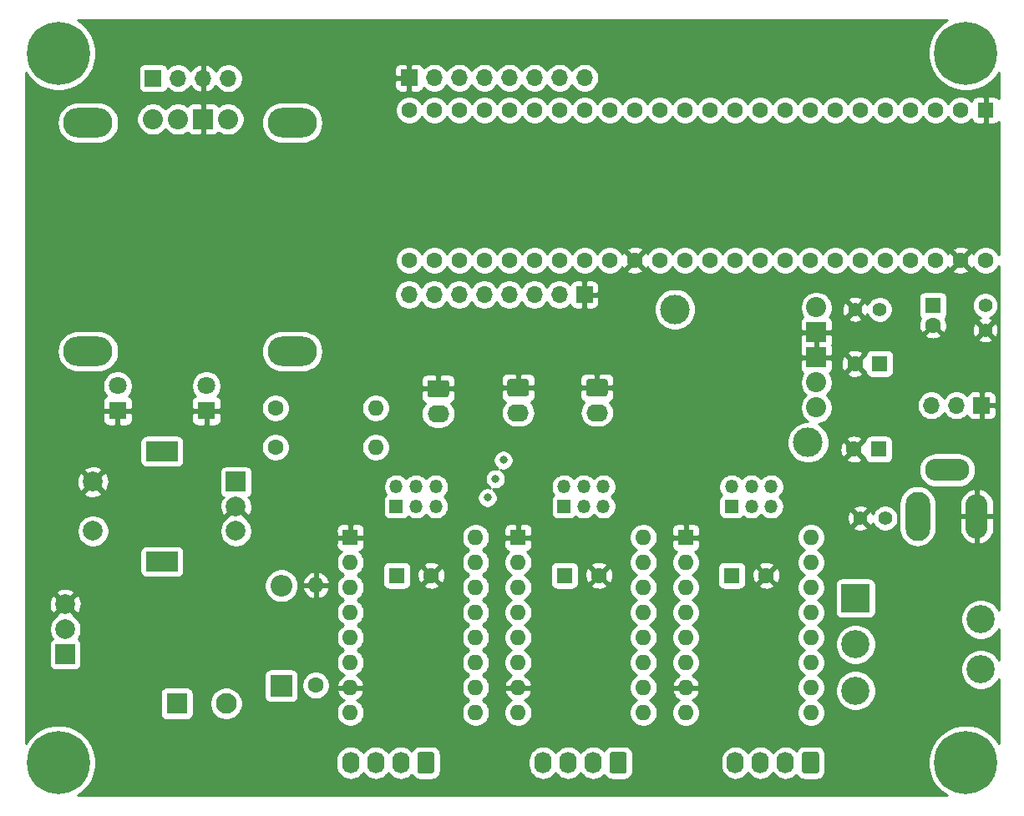
<source format=gbr>
%TF.GenerationSoftware,KiCad,Pcbnew,(5.1.6)-1*%
%TF.CreationDate,2020-11-25T15:39:46-05:00*%
%TF.ProjectId,CNC_Board,434e435f-426f-4617-9264-2e6b69636164,rev?*%
%TF.SameCoordinates,Original*%
%TF.FileFunction,Copper,L2,Inr*%
%TF.FilePolarity,Positive*%
%FSLAX46Y46*%
G04 Gerber Fmt 4.6, Leading zero omitted, Abs format (unit mm)*
G04 Created by KiCad (PCBNEW (5.1.6)-1) date 2020-11-25 15:39:46*
%MOMM*%
%LPD*%
G01*
G04 APERTURE LIST*
%TA.AperFunction,ViaPad*%
%ADD10O,5.000000X3.000000*%
%TD*%
%TA.AperFunction,ViaPad*%
%ADD11C,2.040000*%
%TD*%
%TA.AperFunction,ViaPad*%
%ADD12R,2.040000X2.040000*%
%TD*%
%TA.AperFunction,ViaPad*%
%ADD13C,1.600000*%
%TD*%
%TA.AperFunction,ViaPad*%
%ADD14R,1.600000X1.600000*%
%TD*%
%TA.AperFunction,ViaPad*%
%ADD15C,3.000000*%
%TD*%
%TA.AperFunction,ViaPad*%
%ADD16C,6.400000*%
%TD*%
%TA.AperFunction,ViaPad*%
%ADD17R,2.000000X2.000000*%
%TD*%
%TA.AperFunction,ViaPad*%
%ADD18C,2.000000*%
%TD*%
%TA.AperFunction,ViaPad*%
%ADD19R,3.200000X2.000000*%
%TD*%
%TA.AperFunction,ViaPad*%
%ADD20C,2.850000*%
%TD*%
%TA.AperFunction,ViaPad*%
%ADD21R,2.850000X2.850000*%
%TD*%
%TA.AperFunction,ViaPad*%
%ADD22O,1.600000X1.600000*%
%TD*%
%TA.AperFunction,ViaPad*%
%ADD23O,1.700000X1.700000*%
%TD*%
%TA.AperFunction,ViaPad*%
%ADD24R,1.700000X1.700000*%
%TD*%
%TA.AperFunction,ViaPad*%
%ADD25O,1.740000X2.190000*%
%TD*%
%TA.AperFunction,ViaPad*%
%ADD26C,2.100000*%
%TD*%
%TA.AperFunction,ViaPad*%
%ADD27R,2.100000X2.100000*%
%TD*%
%TA.AperFunction,ViaPad*%
%ADD28O,1.350000X1.350000*%
%TD*%
%TA.AperFunction,ViaPad*%
%ADD29R,1.350000X1.350000*%
%TD*%
%TA.AperFunction,ViaPad*%
%ADD30O,4.500000X2.250000*%
%TD*%
%TA.AperFunction,ViaPad*%
%ADD31O,2.250000X4.500000*%
%TD*%
%TA.AperFunction,ViaPad*%
%ADD32O,2.500000X5.000000*%
%TD*%
%TA.AperFunction,ViaPad*%
%ADD33O,2.190000X1.740000*%
%TD*%
%TA.AperFunction,ViaPad*%
%ADD34O,2.200000X2.200000*%
%TD*%
%TA.AperFunction,ViaPad*%
%ADD35R,2.200000X2.200000*%
%TD*%
%TA.AperFunction,ViaPad*%
%ADD36C,1.800000*%
%TD*%
%TA.AperFunction,ViaPad*%
%ADD37R,1.800000X1.800000*%
%TD*%
%TA.AperFunction,ViaPad*%
%ADD38C,1.400000*%
%TD*%
%TA.AperFunction,ViaPad*%
%ADD39C,0.800000*%
%TD*%
%TA.AperFunction,Conductor*%
%ADD40C,0.254000*%
%TD*%
G04 APERTURE END LIST*
D10*
%TO.N,N/C*%
%TO.C,U3*%
X98000000Y-108250000D03*
X118700000Y-108250000D03*
X98000000Y-85050000D03*
X118700000Y-85050000D03*
D11*
%TO.N,I2C_SDA*%
X104580000Y-84700000D03*
%TO.N,I2C_SCL*%
X107120000Y-84700000D03*
D12*
%TO.N,GND*%
X109660000Y-84700000D03*
D11*
%TO.N,3.3_V*%
X112200000Y-84700000D03*
%TD*%
D13*
%TO.N,D25*%
%TO.C,U1*%
X148360000Y-83780000D03*
%TO.N,D26_TX1*%
X145820000Y-83780000D03*
%TO.N,D27_RX1*%
X143280000Y-83780000D03*
%TO.N,D28*%
X140740000Y-83780000D03*
%TO.N,Net-(U1-Pad16)*%
X150900000Y-83780000D03*
%TO.N,Net-(U1-Pad15)*%
X153440000Y-83780000D03*
%TO.N,Rot_B*%
X155980000Y-83780000D03*
%TO.N,D29_PWM*%
X138200000Y-83780000D03*
%TO.N,D30_PWM*%
X135660000Y-83780000D03*
%TO.N,Net-(U1-Pad23)*%
X133120000Y-83780000D03*
%TO.N,Net-(U1-Pad24)*%
X130580000Y-83780000D03*
%TO.N,A14_TX5*%
X130580000Y-99020000D03*
%TO.N,A15_RX5*%
X133120000Y-99020000D03*
%TO.N,A16_PWM*%
X135660000Y-99020000D03*
%TO.N,A17_PWM*%
X138200000Y-99020000D03*
%TO.N,A18_PWM_SDL1*%
X140740000Y-99020000D03*
%TO.N,A19_PWM_SDA1*%
X143280000Y-99020000D03*
%TO.N,Limit_1*%
X145820000Y-99020000D03*
%TO.N,Limit_2*%
X148360000Y-99020000D03*
%TO.N,Rot_A*%
X158520000Y-83780000D03*
%TO.N,Button*%
X161060000Y-83780000D03*
%TO.N,Solenoid*%
X163600000Y-83780000D03*
%TO.N,Servo_PWM*%
X166140000Y-83780000D03*
%TO.N,DIRECTION_2*%
X168680000Y-83780000D03*
%TO.N,STEP_2*%
X171220000Y-83780000D03*
%TO.N,ENABLE_2*%
X173760000Y-83780000D03*
%TO.N,DIRECTION_1*%
X176300000Y-83780000D03*
%TO.N,STEP_1*%
X178840000Y-83780000D03*
%TO.N,ENABLE_1*%
X181380000Y-83780000D03*
%TO.N,Net-(U1-Pad3)*%
X183920000Y-83780000D03*
%TO.N,Net-(U1-Pad2)*%
X186460000Y-83780000D03*
D14*
%TO.N,GND*%
X189000000Y-83780000D03*
D13*
%TO.N,Limit_3*%
X150900000Y-99020000D03*
%TO.N,GND*%
X153440000Y-99020000D03*
%TO.N,Green_LED*%
X155980000Y-99020000D03*
%TO.N,Red_LED*%
X158520000Y-99020000D03*
%TO.N,Net-(U1-Pad42)*%
X161060000Y-99020000D03*
%TO.N,I2C_SCL*%
X163600000Y-99020000D03*
%TO.N,I2C_SDA*%
X166140000Y-99020000D03*
%TO.N,Net-(U1-Pad45)*%
X168680000Y-99020000D03*
%TO.N,Net-(U1-Pad46)*%
X171220000Y-99020000D03*
%TO.N,Net-(U1-Pad47)*%
X173760000Y-99020000D03*
%TO.N,ENABLE_3*%
X176300000Y-99020000D03*
%TO.N,STEP_3*%
X178840000Y-99020000D03*
%TO.N,DIRECTION_3*%
X181380000Y-99020000D03*
%TO.N,3.3_V*%
X183920000Y-99020000D03*
%TO.N,GND*%
X186460000Y-99020000D03*
%TO.N,5_V*%
X189000000Y-99020000D03*
%TD*%
D15*
%TO.N,N/C*%
%TO.C,5V Reg*%
X171000000Y-117500000D03*
X157500000Y-104000000D03*
D11*
%TO.N,5_V*%
X171830000Y-103810000D03*
D12*
%TO.N,GND*%
X171830000Y-106350000D03*
X171830000Y-108890000D03*
D11*
%TO.N,12_V*%
X171830000Y-111430000D03*
%TO.N,Net-(U2-Pad1)*%
X171830000Y-113970000D03*
%TD*%
D16*
%TO.N,N/C*%
%TO.C,REF\u002A\u002A*%
X95000000Y-78000000D03*
%TD*%
%TO.N,N/C*%
%TO.C,REF\u002A\u002A*%
X95000000Y-150000000D03*
%TD*%
%TO.N,N/C*%
%TO.C,REF\u002A\u002A*%
X187000000Y-78000000D03*
%TD*%
%TO.N,N/C*%
%TO.C,REF\u002A\u002A*%
X187000000Y-150000000D03*
%TD*%
D13*
%TO.N,GND*%
%TO.C,C3*%
X132800000Y-131000000D03*
D14*
%TO.N,12_V*%
X129300000Y-131000000D03*
%TD*%
D13*
%TO.N,GND*%
%TO.C,C2*%
X149800000Y-131000000D03*
D14*
%TO.N,12_V*%
X146300000Y-131000000D03*
%TD*%
D13*
%TO.N,GND*%
%TO.C,C1*%
X166750000Y-131000000D03*
D14*
%TO.N,12_V*%
X163250000Y-131000000D03*
%TD*%
D17*
%TO.N,Rot_A*%
%TO.C,SW1*%
X113000000Y-121500000D03*
D18*
%TO.N,GND*%
X113000000Y-124000000D03*
%TO.N,Rot_B*%
X113000000Y-126500000D03*
D19*
%TO.N,N/C*%
X105500000Y-118400000D03*
X105500000Y-129600000D03*
D18*
%TO.N,GND*%
X98500000Y-121500000D03*
%TO.N,Button*%
X98500000Y-126500000D03*
%TD*%
D20*
%TO.N,Net-(S1-Pad4)*%
%TO.C,S1*%
X188500000Y-140540000D03*
X188500000Y-135460000D03*
%TO.N,Net-(S1-Pad3)*%
X175800000Y-142700000D03*
%TO.N,Net-(J7-Pad1)*%
X175800000Y-138000000D03*
D21*
%TO.N,12_V*%
X175800000Y-133300000D03*
%TD*%
D22*
%TO.N,GND*%
%TO.C,R3*%
X121100000Y-131990000D03*
D13*
%TO.N,Solenoid*%
X121100000Y-142150000D03*
%TD*%
D22*
%TO.N,Green_LED*%
%TO.C,R2*%
X127160000Y-118000000D03*
D13*
%TO.N,Net-(D2-Pad2)*%
X117000000Y-118000000D03*
%TD*%
D22*
%TO.N,Red_LED*%
%TO.C,R1*%
X127160000Y-114000000D03*
D13*
%TO.N,Net-(D1-Pad2)*%
X117000000Y-114000000D03*
%TD*%
D18*
%TO.N,GND*%
%TO.C,Q1*%
X95700000Y-133920000D03*
%TO.N,Net-(D3-Pad2)*%
X95700000Y-136460000D03*
D17*
%TO.N,Solenoid*%
X95700000Y-139000000D03*
%TD*%
D23*
%TO.N,Servo_PWM*%
%TO.C,J14*%
X183500000Y-113750000D03*
%TO.N,5_V*%
X186040000Y-113750000D03*
D24*
%TO.N,GND*%
X188580000Y-113750000D03*
%TD*%
D25*
%TO.N,Net-(A3-Pad6)*%
%TO.C,J13*%
X124630000Y-150000000D03*
%TO.N,Net-(A3-Pad5)*%
X127170000Y-150000000D03*
%TO.N,Net-(A3-Pad4)*%
X129710000Y-150000000D03*
%TO.N,Net-(A3-Pad3)*%
%TA.AperFunction,ViaPad*%
G36*
G01*
X133120000Y-149154999D02*
X133120000Y-150845001D01*
G75*
G02*
X132870001Y-151095000I-249999J0D01*
G01*
X131629999Y-151095000D01*
G75*
G02*
X131380000Y-150845001I0J249999D01*
G01*
X131380000Y-149154999D01*
G75*
G02*
X131629999Y-148905000I249999J0D01*
G01*
X132870001Y-148905000D01*
G75*
G02*
X133120000Y-149154999I0J-249999D01*
G01*
G37*
%TD.AperFunction*%
%TD*%
D26*
%TO.N,Net-(D3-Pad2)*%
%TO.C,J15*%
X112000000Y-144000000D03*
D27*
%TO.N,12_V*%
X107000000Y-144000000D03*
%TD*%
D28*
%TO.N,3.3_V*%
%TO.C,J12*%
X133250000Y-122000000D03*
%TO.N,Net-(A3-Pad12)*%
X133250000Y-124000000D03*
%TO.N,3.3_V*%
X131250000Y-122000000D03*
%TO.N,Net-(A3-Pad11)*%
X131250000Y-124000000D03*
%TO.N,3.3_V*%
X129250000Y-122000000D03*
D29*
%TO.N,Net-(A3-Pad10)*%
X129250000Y-124000000D03*
%TD*%
D25*
%TO.N,Net-(A2-Pad6)*%
%TO.C,J11*%
X144130000Y-150000000D03*
%TO.N,Net-(A2-Pad5)*%
X146670000Y-150000000D03*
%TO.N,Net-(A2-Pad4)*%
X149210000Y-150000000D03*
%TO.N,Net-(A2-Pad3)*%
%TA.AperFunction,ViaPad*%
G36*
G01*
X152620000Y-149154999D02*
X152620000Y-150845001D01*
G75*
G02*
X152370001Y-151095000I-249999J0D01*
G01*
X151129999Y-151095000D01*
G75*
G02*
X150880000Y-150845001I0J249999D01*
G01*
X150880000Y-149154999D01*
G75*
G02*
X151129999Y-148905000I249999J0D01*
G01*
X152370001Y-148905000D01*
G75*
G02*
X152620000Y-149154999I0J-249999D01*
G01*
G37*
%TD.AperFunction*%
%TD*%
D28*
%TO.N,3.3_V*%
%TO.C,J10*%
X150250000Y-122000000D03*
%TO.N,Net-(A2-Pad12)*%
X150250000Y-124000000D03*
%TO.N,3.3_V*%
X148250000Y-122000000D03*
%TO.N,Net-(A2-Pad11)*%
X148250000Y-124000000D03*
%TO.N,3.3_V*%
X146250000Y-122000000D03*
D29*
%TO.N,Net-(A2-Pad10)*%
X146250000Y-124000000D03*
%TD*%
D25*
%TO.N,Net-(A1-Pad6)*%
%TO.C,J9*%
X163630000Y-150000000D03*
%TO.N,Net-(A1-Pad5)*%
X166170000Y-150000000D03*
%TO.N,Net-(A1-Pad4)*%
X168710000Y-150000000D03*
%TO.N,Net-(A1-Pad3)*%
%TA.AperFunction,ViaPad*%
G36*
G01*
X172120000Y-149154999D02*
X172120000Y-150845001D01*
G75*
G02*
X171870001Y-151095000I-249999J0D01*
G01*
X170629999Y-151095000D01*
G75*
G02*
X170380000Y-150845001I0J249999D01*
G01*
X170380000Y-149154999D01*
G75*
G02*
X170629999Y-148905000I249999J0D01*
G01*
X171870001Y-148905000D01*
G75*
G02*
X172120000Y-149154999I0J-249999D01*
G01*
G37*
%TD.AperFunction*%
%TD*%
D28*
%TO.N,3.3_V*%
%TO.C,J8*%
X167250000Y-122000000D03*
%TO.N,Net-(A1-Pad12)*%
X167250000Y-124000000D03*
%TO.N,3.3_V*%
X165250000Y-122000000D03*
%TO.N,Net-(A1-Pad11)*%
X165250000Y-124000000D03*
%TO.N,3.3_V*%
X163250000Y-122000000D03*
D29*
%TO.N,Net-(A1-Pad10)*%
X163250000Y-124000000D03*
%TD*%
D30*
%TO.N,Net-(J7-Pad3)*%
%TO.C,J7*%
X185100000Y-120300000D03*
D31*
%TO.N,GND*%
X188100000Y-125000000D03*
D32*
%TO.N,Net-(J7-Pad1)*%
X182100000Y-125000000D03*
%TD*%
D33*
%TO.N,Limit_3*%
%TO.C,J6*%
X149600000Y-114490000D03*
%TO.N,GND*%
%TA.AperFunction,ViaPad*%
G36*
G01*
X148754999Y-111080000D02*
X150445001Y-111080000D01*
G75*
G02*
X150695000Y-111329999I0J-249999D01*
G01*
X150695000Y-112570001D01*
G75*
G02*
X150445001Y-112820000I-249999J0D01*
G01*
X148754999Y-112820000D01*
G75*
G02*
X148505000Y-112570001I0J249999D01*
G01*
X148505000Y-111329999D01*
G75*
G02*
X148754999Y-111080000I249999J0D01*
G01*
G37*
%TD.AperFunction*%
%TD*%
%TO.N,Limit_2*%
%TO.C,J5*%
X141600000Y-114490000D03*
%TO.N,GND*%
%TA.AperFunction,ViaPad*%
G36*
G01*
X140754999Y-111080000D02*
X142445001Y-111080000D01*
G75*
G02*
X142695000Y-111329999I0J-249999D01*
G01*
X142695000Y-112570001D01*
G75*
G02*
X142445001Y-112820000I-249999J0D01*
G01*
X140754999Y-112820000D01*
G75*
G02*
X140505000Y-112570001I0J249999D01*
G01*
X140505000Y-111329999D01*
G75*
G02*
X140754999Y-111080000I249999J0D01*
G01*
G37*
%TD.AperFunction*%
%TD*%
%TO.N,Limit_1*%
%TO.C,J4*%
X133500000Y-114590000D03*
%TO.N,GND*%
%TA.AperFunction,ViaPad*%
G36*
G01*
X132654999Y-111180000D02*
X134345001Y-111180000D01*
G75*
G02*
X134595000Y-111429999I0J-249999D01*
G01*
X134595000Y-112670001D01*
G75*
G02*
X134345001Y-112920000I-249999J0D01*
G01*
X132654999Y-112920000D01*
G75*
G02*
X132405000Y-112670001I0J249999D01*
G01*
X132405000Y-111429999D01*
G75*
G02*
X132654999Y-111180000I249999J0D01*
G01*
G37*
%TD.AperFunction*%
%TD*%
D23*
%TO.N,3.3_V*%
%TO.C,J3*%
X112220000Y-80550000D03*
%TO.N,GND*%
X109680000Y-80550000D03*
%TO.N,I2C_SCL*%
X107140000Y-80550000D03*
D24*
%TO.N,I2C_SDA*%
X104600000Y-80550000D03*
%TD*%
D23*
%TO.N,D25*%
%TO.C,J2*%
X148340000Y-80500000D03*
%TO.N,D26_TX1*%
X145800000Y-80500000D03*
%TO.N,D27_RX1*%
X143260000Y-80500000D03*
%TO.N,D28*%
X140720000Y-80500000D03*
%TO.N,D29_PWM*%
X138180000Y-80500000D03*
%TO.N,D30_PWM*%
X135640000Y-80500000D03*
%TO.N,3.3_V*%
X133100000Y-80500000D03*
D24*
%TO.N,GND*%
X130560000Y-80500000D03*
%TD*%
D23*
%TO.N,A14_TX5*%
%TO.C,J1*%
X130540000Y-102500000D03*
%TO.N,A15_RX5*%
X133080000Y-102500000D03*
%TO.N,A16_PWM*%
X135620000Y-102500000D03*
%TO.N,A17_PWM*%
X138160000Y-102500000D03*
%TO.N,A18_PWM_SDL1*%
X140700000Y-102500000D03*
%TO.N,A19_PWM_SDA1*%
X143240000Y-102500000D03*
%TO.N,3.3_V*%
X145780000Y-102500000D03*
D24*
%TO.N,GND*%
X148320000Y-102500000D03*
%TD*%
D34*
%TO.N,Net-(D3-Pad2)*%
%TO.C,D3*%
X117600000Y-132040000D03*
D35*
%TO.N,12_V*%
X117600000Y-142200000D03*
%TD*%
D36*
%TO.N,Net-(D2-Pad2)*%
%TO.C,D2*%
X101000000Y-111760000D03*
D37*
%TO.N,GND*%
X101000000Y-114300000D03*
%TD*%
D36*
%TO.N,Net-(D1-Pad2)*%
%TO.C,D1*%
X110000000Y-111760000D03*
D37*
%TO.N,GND*%
X110000000Y-114300000D03*
%TD*%
D38*
%TO.N,GND*%
%TO.C,C9*%
X175750000Y-104000000D03*
%TO.N,5_V*%
X178250000Y-104000000D03*
%TD*%
D13*
%TO.N,GND*%
%TO.C,C8*%
X175750000Y-109500000D03*
D14*
%TO.N,5_V*%
X178250000Y-109500000D03*
%TD*%
D38*
%TO.N,GND*%
%TO.C,C7*%
X176300000Y-125200000D03*
%TO.N,12_V*%
X178800000Y-125200000D03*
%TD*%
D13*
%TO.N,GND*%
%TO.C,C6*%
X183650000Y-105600000D03*
D14*
%TO.N,5_V*%
X183650000Y-103600000D03*
%TD*%
D13*
%TO.N,GND*%
%TO.C,C5*%
X175650000Y-118200000D03*
D14*
%TO.N,12_V*%
X178150000Y-118200000D03*
%TD*%
D38*
%TO.N,GND*%
%TO.C,C4*%
X188950000Y-106100000D03*
%TO.N,5_V*%
X188950000Y-103600000D03*
%TD*%
D22*
%TO.N,DIRECTION_3*%
%TO.C,A3*%
X137300000Y-127150000D03*
%TO.N,12_V*%
X124600000Y-144930000D03*
%TO.N,STEP_3*%
X137300000Y-129690000D03*
%TO.N,GND*%
X124600000Y-142390000D03*
%TO.N,3.3_V*%
X137300000Y-132230000D03*
%TO.N,Net-(A3-Pad6)*%
X124600000Y-139850000D03*
%TO.N,3.3_V*%
X137300000Y-134770000D03*
%TO.N,Net-(A3-Pad5)*%
X124600000Y-137310000D03*
%TO.N,Net-(A3-Pad12)*%
X137300000Y-137310000D03*
%TO.N,Net-(A3-Pad4)*%
X124600000Y-134770000D03*
%TO.N,Net-(A3-Pad11)*%
X137300000Y-139850000D03*
%TO.N,Net-(A3-Pad3)*%
X124600000Y-132230000D03*
%TO.N,Net-(A3-Pad10)*%
X137300000Y-142390000D03*
%TO.N,Net-(A3-Pad2)*%
X124600000Y-129690000D03*
%TO.N,ENABLE_3*%
X137300000Y-144930000D03*
D14*
%TO.N,GND*%
X124600000Y-127150000D03*
%TD*%
D22*
%TO.N,DIRECTION_2*%
%TO.C,A2*%
X154300000Y-127150000D03*
%TO.N,12_V*%
X141600000Y-144930000D03*
%TO.N,STEP_2*%
X154300000Y-129690000D03*
%TO.N,GND*%
X141600000Y-142390000D03*
%TO.N,3.3_V*%
X154300000Y-132230000D03*
%TO.N,Net-(A2-Pad6)*%
X141600000Y-139850000D03*
%TO.N,3.3_V*%
X154300000Y-134770000D03*
%TO.N,Net-(A2-Pad5)*%
X141600000Y-137310000D03*
%TO.N,Net-(A2-Pad12)*%
X154300000Y-137310000D03*
%TO.N,Net-(A2-Pad4)*%
X141600000Y-134770000D03*
%TO.N,Net-(A2-Pad11)*%
X154300000Y-139850000D03*
%TO.N,Net-(A2-Pad3)*%
X141600000Y-132230000D03*
%TO.N,Net-(A2-Pad10)*%
X154300000Y-142390000D03*
%TO.N,Net-(A2-Pad2)*%
X141600000Y-129690000D03*
%TO.N,ENABLE_2*%
X154300000Y-144930000D03*
D14*
%TO.N,GND*%
X141600000Y-127150000D03*
%TD*%
D22*
%TO.N,DIRECTION_1*%
%TO.C,A1*%
X171300000Y-127150000D03*
%TO.N,12_V*%
X158600000Y-144930000D03*
%TO.N,STEP_1*%
X171300000Y-129690000D03*
%TO.N,GND*%
X158600000Y-142390000D03*
%TO.N,3.3_V*%
X171300000Y-132230000D03*
%TO.N,Net-(A1-Pad6)*%
X158600000Y-139850000D03*
%TO.N,3.3_V*%
X171300000Y-134770000D03*
%TO.N,Net-(A1-Pad5)*%
X158600000Y-137310000D03*
%TO.N,Net-(A1-Pad12)*%
X171300000Y-137310000D03*
%TO.N,Net-(A1-Pad4)*%
X158600000Y-134770000D03*
%TO.N,Net-(A1-Pad11)*%
X171300000Y-139850000D03*
%TO.N,Net-(A1-Pad3)*%
X158600000Y-132230000D03*
%TO.N,Net-(A1-Pad10)*%
X171300000Y-142390000D03*
%TO.N,Net-(A1-Pad2)*%
X158600000Y-129690000D03*
%TO.N,ENABLE_1*%
X171300000Y-144930000D03*
D14*
%TO.N,GND*%
X158600000Y-127150000D03*
%TD*%
D39*
%TO.N,ENABLE_3*%
X140100000Y-119300000D03*
%TO.N,STEP_3*%
X139300000Y-121200000D03*
%TO.N,DIRECTION_3*%
X138500000Y-123100000D03*
%TD*%
D40*
%TO.N,GND*%
G36*
X184555330Y-75021161D02*
G01*
X184021161Y-75555330D01*
X183601467Y-76183446D01*
X183312377Y-76881372D01*
X183165000Y-77622285D01*
X183165000Y-78377715D01*
X183312377Y-79118628D01*
X183601467Y-79816554D01*
X184021161Y-80444670D01*
X184555330Y-80978839D01*
X185183446Y-81398533D01*
X185881372Y-81687623D01*
X186622285Y-81835000D01*
X187377715Y-81835000D01*
X188118628Y-81687623D01*
X188816554Y-81398533D01*
X189444670Y-80978839D01*
X189978839Y-80444670D01*
X190315000Y-79941570D01*
X190315000Y-82606574D01*
X190251185Y-82528815D01*
X190154494Y-82449463D01*
X190044180Y-82390498D01*
X189924482Y-82354188D01*
X189800000Y-82341928D01*
X189285750Y-82345000D01*
X189127000Y-82503750D01*
X189127000Y-83653000D01*
X189147000Y-83653000D01*
X189147000Y-83907000D01*
X189127000Y-83907000D01*
X189127000Y-85056250D01*
X189285750Y-85215000D01*
X189800000Y-85218072D01*
X189924482Y-85205812D01*
X190044180Y-85169502D01*
X190154494Y-85110537D01*
X190251185Y-85031185D01*
X190315000Y-84953426D01*
X190315000Y-98444858D01*
X190271680Y-98340273D01*
X190114637Y-98105241D01*
X189914759Y-97905363D01*
X189679727Y-97748320D01*
X189418574Y-97640147D01*
X189141335Y-97585000D01*
X188858665Y-97585000D01*
X188581426Y-97640147D01*
X188320273Y-97748320D01*
X188085241Y-97905363D01*
X187885363Y-98105241D01*
X187729085Y-98339128D01*
X187696671Y-98278486D01*
X187452702Y-98206903D01*
X186639605Y-99020000D01*
X187452702Y-99833097D01*
X187696671Y-99761514D01*
X187727194Y-99697008D01*
X187728320Y-99699727D01*
X187885363Y-99934759D01*
X188085241Y-100134637D01*
X188320273Y-100291680D01*
X188581426Y-100399853D01*
X188858665Y-100455000D01*
X189141335Y-100455000D01*
X189418574Y-100399853D01*
X189679727Y-100291680D01*
X189914759Y-100134637D01*
X190114637Y-99934759D01*
X190271680Y-99699727D01*
X190315000Y-99595142D01*
X190315001Y-134468439D01*
X190100106Y-134146827D01*
X189813173Y-133859894D01*
X189475776Y-133634452D01*
X189100880Y-133479165D01*
X188702892Y-133400000D01*
X188297108Y-133400000D01*
X187899120Y-133479165D01*
X187524224Y-133634452D01*
X187186827Y-133859894D01*
X186899894Y-134146827D01*
X186674452Y-134484224D01*
X186519165Y-134859120D01*
X186440000Y-135257108D01*
X186440000Y-135662892D01*
X186519165Y-136060880D01*
X186674452Y-136435776D01*
X186899894Y-136773173D01*
X187186827Y-137060106D01*
X187524224Y-137285548D01*
X187899120Y-137440835D01*
X188297108Y-137520000D01*
X188702892Y-137520000D01*
X189100880Y-137440835D01*
X189475776Y-137285548D01*
X189813173Y-137060106D01*
X190100106Y-136773173D01*
X190315001Y-136451561D01*
X190315001Y-138966344D01*
X190315000Y-138966354D01*
X190315000Y-139548438D01*
X190100106Y-139226827D01*
X189813173Y-138939894D01*
X189475776Y-138714452D01*
X189100880Y-138559165D01*
X188702892Y-138480000D01*
X188297108Y-138480000D01*
X187899120Y-138559165D01*
X187524224Y-138714452D01*
X187186827Y-138939894D01*
X186899894Y-139226827D01*
X186674452Y-139564224D01*
X186519165Y-139939120D01*
X186440000Y-140337108D01*
X186440000Y-140742892D01*
X186519165Y-141140880D01*
X186674452Y-141515776D01*
X186899894Y-141853173D01*
X187186827Y-142140106D01*
X187524224Y-142365548D01*
X187899120Y-142520835D01*
X188297108Y-142600000D01*
X188702892Y-142600000D01*
X189100880Y-142520835D01*
X189475776Y-142365548D01*
X189813173Y-142140106D01*
X190100106Y-141853173D01*
X190315000Y-141531562D01*
X190315001Y-148058431D01*
X189978839Y-147555330D01*
X189444670Y-147021161D01*
X188816554Y-146601467D01*
X188118628Y-146312377D01*
X187377715Y-146165000D01*
X186622285Y-146165000D01*
X185881372Y-146312377D01*
X185183446Y-146601467D01*
X184555330Y-147021161D01*
X184021161Y-147555330D01*
X183601467Y-148183446D01*
X183312377Y-148881372D01*
X183165000Y-149622285D01*
X183165000Y-150377715D01*
X183312377Y-151118628D01*
X183601467Y-151816554D01*
X184021161Y-152444670D01*
X184555330Y-152978839D01*
X185058430Y-153315000D01*
X96941570Y-153315000D01*
X97444670Y-152978839D01*
X97978839Y-152444670D01*
X98398533Y-151816554D01*
X98687623Y-151118628D01*
X98835000Y-150377715D01*
X98835000Y-149701064D01*
X123125000Y-149701064D01*
X123125000Y-150298935D01*
X123146776Y-150520031D01*
X123232834Y-150803724D01*
X123372583Y-151065178D01*
X123560655Y-151294345D01*
X123789821Y-151482417D01*
X124051275Y-151622166D01*
X124334968Y-151708224D01*
X124630000Y-151737282D01*
X124925031Y-151708224D01*
X125208724Y-151622166D01*
X125470178Y-151482417D01*
X125699345Y-151294345D01*
X125887417Y-151065179D01*
X125900000Y-151041637D01*
X125912583Y-151065178D01*
X126100655Y-151294345D01*
X126329821Y-151482417D01*
X126591275Y-151622166D01*
X126874968Y-151708224D01*
X127170000Y-151737282D01*
X127465031Y-151708224D01*
X127748724Y-151622166D01*
X128010178Y-151482417D01*
X128239345Y-151294345D01*
X128427417Y-151065179D01*
X128440000Y-151041637D01*
X128452583Y-151065178D01*
X128640655Y-151294345D01*
X128869821Y-151482417D01*
X129131275Y-151622166D01*
X129414968Y-151708224D01*
X129710000Y-151737282D01*
X130005031Y-151708224D01*
X130288724Y-151622166D01*
X130550178Y-151482417D01*
X130779345Y-151294345D01*
X130833066Y-151228886D01*
X130891595Y-151338387D01*
X131002038Y-151472962D01*
X131136613Y-151583405D01*
X131290149Y-151665472D01*
X131456745Y-151716008D01*
X131629999Y-151733072D01*
X132870001Y-151733072D01*
X133043255Y-151716008D01*
X133209851Y-151665472D01*
X133363387Y-151583405D01*
X133497962Y-151472962D01*
X133608405Y-151338387D01*
X133690472Y-151184851D01*
X133741008Y-151018255D01*
X133758072Y-150845001D01*
X133758072Y-149701064D01*
X142625000Y-149701064D01*
X142625000Y-150298935D01*
X142646776Y-150520031D01*
X142732834Y-150803724D01*
X142872583Y-151065178D01*
X143060655Y-151294345D01*
X143289821Y-151482417D01*
X143551275Y-151622166D01*
X143834968Y-151708224D01*
X144130000Y-151737282D01*
X144425031Y-151708224D01*
X144708724Y-151622166D01*
X144970178Y-151482417D01*
X145199345Y-151294345D01*
X145387417Y-151065179D01*
X145400000Y-151041637D01*
X145412583Y-151065178D01*
X145600655Y-151294345D01*
X145829821Y-151482417D01*
X146091275Y-151622166D01*
X146374968Y-151708224D01*
X146670000Y-151737282D01*
X146965031Y-151708224D01*
X147248724Y-151622166D01*
X147510178Y-151482417D01*
X147739345Y-151294345D01*
X147927417Y-151065179D01*
X147940000Y-151041637D01*
X147952583Y-151065178D01*
X148140655Y-151294345D01*
X148369821Y-151482417D01*
X148631275Y-151622166D01*
X148914968Y-151708224D01*
X149210000Y-151737282D01*
X149505031Y-151708224D01*
X149788724Y-151622166D01*
X150050178Y-151482417D01*
X150279345Y-151294345D01*
X150333066Y-151228886D01*
X150391595Y-151338387D01*
X150502038Y-151472962D01*
X150636613Y-151583405D01*
X150790149Y-151665472D01*
X150956745Y-151716008D01*
X151129999Y-151733072D01*
X152370001Y-151733072D01*
X152543255Y-151716008D01*
X152709851Y-151665472D01*
X152863387Y-151583405D01*
X152997962Y-151472962D01*
X153108405Y-151338387D01*
X153190472Y-151184851D01*
X153241008Y-151018255D01*
X153258072Y-150845001D01*
X153258072Y-149701064D01*
X162125000Y-149701064D01*
X162125000Y-150298935D01*
X162146776Y-150520031D01*
X162232834Y-150803724D01*
X162372583Y-151065178D01*
X162560655Y-151294345D01*
X162789821Y-151482417D01*
X163051275Y-151622166D01*
X163334968Y-151708224D01*
X163630000Y-151737282D01*
X163925031Y-151708224D01*
X164208724Y-151622166D01*
X164470178Y-151482417D01*
X164699345Y-151294345D01*
X164887417Y-151065179D01*
X164900000Y-151041637D01*
X164912583Y-151065178D01*
X165100655Y-151294345D01*
X165329821Y-151482417D01*
X165591275Y-151622166D01*
X165874968Y-151708224D01*
X166170000Y-151737282D01*
X166465031Y-151708224D01*
X166748724Y-151622166D01*
X167010178Y-151482417D01*
X167239345Y-151294345D01*
X167427417Y-151065179D01*
X167440000Y-151041637D01*
X167452583Y-151065178D01*
X167640655Y-151294345D01*
X167869821Y-151482417D01*
X168131275Y-151622166D01*
X168414968Y-151708224D01*
X168710000Y-151737282D01*
X169005031Y-151708224D01*
X169288724Y-151622166D01*
X169550178Y-151482417D01*
X169779345Y-151294345D01*
X169833066Y-151228886D01*
X169891595Y-151338387D01*
X170002038Y-151472962D01*
X170136613Y-151583405D01*
X170290149Y-151665472D01*
X170456745Y-151716008D01*
X170629999Y-151733072D01*
X171870001Y-151733072D01*
X172043255Y-151716008D01*
X172209851Y-151665472D01*
X172363387Y-151583405D01*
X172497962Y-151472962D01*
X172608405Y-151338387D01*
X172690472Y-151184851D01*
X172741008Y-151018255D01*
X172758072Y-150845001D01*
X172758072Y-149154999D01*
X172741008Y-148981745D01*
X172690472Y-148815149D01*
X172608405Y-148661613D01*
X172497962Y-148527038D01*
X172363387Y-148416595D01*
X172209851Y-148334528D01*
X172043255Y-148283992D01*
X171870001Y-148266928D01*
X170629999Y-148266928D01*
X170456745Y-148283992D01*
X170290149Y-148334528D01*
X170136613Y-148416595D01*
X170002038Y-148527038D01*
X169891595Y-148661613D01*
X169833066Y-148771114D01*
X169779345Y-148705655D01*
X169550179Y-148517583D01*
X169288725Y-148377834D01*
X169005032Y-148291776D01*
X168710000Y-148262718D01*
X168414969Y-148291776D01*
X168131276Y-148377834D01*
X167869822Y-148517583D01*
X167640655Y-148705655D01*
X167452583Y-148934821D01*
X167440000Y-148958362D01*
X167427417Y-148934821D01*
X167239345Y-148705655D01*
X167010179Y-148517583D01*
X166748725Y-148377834D01*
X166465032Y-148291776D01*
X166170000Y-148262718D01*
X165874969Y-148291776D01*
X165591276Y-148377834D01*
X165329822Y-148517583D01*
X165100655Y-148705655D01*
X164912583Y-148934821D01*
X164900000Y-148958362D01*
X164887417Y-148934821D01*
X164699345Y-148705655D01*
X164470179Y-148517583D01*
X164208725Y-148377834D01*
X163925032Y-148291776D01*
X163630000Y-148262718D01*
X163334969Y-148291776D01*
X163051276Y-148377834D01*
X162789822Y-148517583D01*
X162560655Y-148705655D01*
X162372583Y-148934821D01*
X162232834Y-149196275D01*
X162146776Y-149479968D01*
X162125000Y-149701064D01*
X153258072Y-149701064D01*
X153258072Y-149154999D01*
X153241008Y-148981745D01*
X153190472Y-148815149D01*
X153108405Y-148661613D01*
X152997962Y-148527038D01*
X152863387Y-148416595D01*
X152709851Y-148334528D01*
X152543255Y-148283992D01*
X152370001Y-148266928D01*
X151129999Y-148266928D01*
X150956745Y-148283992D01*
X150790149Y-148334528D01*
X150636613Y-148416595D01*
X150502038Y-148527038D01*
X150391595Y-148661613D01*
X150333066Y-148771114D01*
X150279345Y-148705655D01*
X150050179Y-148517583D01*
X149788725Y-148377834D01*
X149505032Y-148291776D01*
X149210000Y-148262718D01*
X148914969Y-148291776D01*
X148631276Y-148377834D01*
X148369822Y-148517583D01*
X148140655Y-148705655D01*
X147952583Y-148934821D01*
X147940000Y-148958362D01*
X147927417Y-148934821D01*
X147739345Y-148705655D01*
X147510179Y-148517583D01*
X147248725Y-148377834D01*
X146965032Y-148291776D01*
X146670000Y-148262718D01*
X146374969Y-148291776D01*
X146091276Y-148377834D01*
X145829822Y-148517583D01*
X145600655Y-148705655D01*
X145412583Y-148934821D01*
X145400000Y-148958362D01*
X145387417Y-148934821D01*
X145199345Y-148705655D01*
X144970179Y-148517583D01*
X144708725Y-148377834D01*
X144425032Y-148291776D01*
X144130000Y-148262718D01*
X143834969Y-148291776D01*
X143551276Y-148377834D01*
X143289822Y-148517583D01*
X143060655Y-148705655D01*
X142872583Y-148934821D01*
X142732834Y-149196275D01*
X142646776Y-149479968D01*
X142625000Y-149701064D01*
X133758072Y-149701064D01*
X133758072Y-149154999D01*
X133741008Y-148981745D01*
X133690472Y-148815149D01*
X133608405Y-148661613D01*
X133497962Y-148527038D01*
X133363387Y-148416595D01*
X133209851Y-148334528D01*
X133043255Y-148283992D01*
X132870001Y-148266928D01*
X131629999Y-148266928D01*
X131456745Y-148283992D01*
X131290149Y-148334528D01*
X131136613Y-148416595D01*
X131002038Y-148527038D01*
X130891595Y-148661613D01*
X130833066Y-148771114D01*
X130779345Y-148705655D01*
X130550179Y-148517583D01*
X130288725Y-148377834D01*
X130005032Y-148291776D01*
X129710000Y-148262718D01*
X129414969Y-148291776D01*
X129131276Y-148377834D01*
X128869822Y-148517583D01*
X128640655Y-148705655D01*
X128452583Y-148934821D01*
X128440000Y-148958362D01*
X128427417Y-148934821D01*
X128239345Y-148705655D01*
X128010179Y-148517583D01*
X127748725Y-148377834D01*
X127465032Y-148291776D01*
X127170000Y-148262718D01*
X126874969Y-148291776D01*
X126591276Y-148377834D01*
X126329822Y-148517583D01*
X126100655Y-148705655D01*
X125912583Y-148934821D01*
X125900000Y-148958362D01*
X125887417Y-148934821D01*
X125699345Y-148705655D01*
X125470179Y-148517583D01*
X125208725Y-148377834D01*
X124925032Y-148291776D01*
X124630000Y-148262718D01*
X124334969Y-148291776D01*
X124051276Y-148377834D01*
X123789822Y-148517583D01*
X123560655Y-148705655D01*
X123372583Y-148934821D01*
X123232834Y-149196275D01*
X123146776Y-149479968D01*
X123125000Y-149701064D01*
X98835000Y-149701064D01*
X98835000Y-149622285D01*
X98687623Y-148881372D01*
X98398533Y-148183446D01*
X97978839Y-147555330D01*
X97444670Y-147021161D01*
X96816554Y-146601467D01*
X96118628Y-146312377D01*
X95377715Y-146165000D01*
X94622285Y-146165000D01*
X93881372Y-146312377D01*
X93183446Y-146601467D01*
X92555330Y-147021161D01*
X92021161Y-147555330D01*
X91685000Y-148058430D01*
X91685000Y-142950000D01*
X105311928Y-142950000D01*
X105311928Y-145050000D01*
X105324188Y-145174482D01*
X105360498Y-145294180D01*
X105419463Y-145404494D01*
X105498815Y-145501185D01*
X105595506Y-145580537D01*
X105705820Y-145639502D01*
X105825518Y-145675812D01*
X105950000Y-145688072D01*
X108050000Y-145688072D01*
X108174482Y-145675812D01*
X108294180Y-145639502D01*
X108404494Y-145580537D01*
X108501185Y-145501185D01*
X108580537Y-145404494D01*
X108639502Y-145294180D01*
X108675812Y-145174482D01*
X108688072Y-145050000D01*
X108688072Y-143834042D01*
X110315000Y-143834042D01*
X110315000Y-144165958D01*
X110379754Y-144491496D01*
X110506772Y-144798147D01*
X110691175Y-145074125D01*
X110925875Y-145308825D01*
X111201853Y-145493228D01*
X111508504Y-145620246D01*
X111834042Y-145685000D01*
X112165958Y-145685000D01*
X112491496Y-145620246D01*
X112798147Y-145493228D01*
X113074125Y-145308825D01*
X113308825Y-145074125D01*
X113493228Y-144798147D01*
X113497155Y-144788665D01*
X123165000Y-144788665D01*
X123165000Y-145071335D01*
X123220147Y-145348574D01*
X123328320Y-145609727D01*
X123485363Y-145844759D01*
X123685241Y-146044637D01*
X123920273Y-146201680D01*
X124181426Y-146309853D01*
X124458665Y-146365000D01*
X124741335Y-146365000D01*
X125018574Y-146309853D01*
X125279727Y-146201680D01*
X125514759Y-146044637D01*
X125714637Y-145844759D01*
X125871680Y-145609727D01*
X125979853Y-145348574D01*
X126035000Y-145071335D01*
X126035000Y-144788665D01*
X125979853Y-144511426D01*
X125871680Y-144250273D01*
X125714637Y-144015241D01*
X125514759Y-143815363D01*
X125279727Y-143658320D01*
X125269135Y-143653933D01*
X125455131Y-143542385D01*
X125663519Y-143353414D01*
X125831037Y-143127420D01*
X125951246Y-142873087D01*
X125991904Y-142739039D01*
X125869915Y-142517000D01*
X124727000Y-142517000D01*
X124727000Y-142537000D01*
X124473000Y-142537000D01*
X124473000Y-142517000D01*
X123330085Y-142517000D01*
X123208096Y-142739039D01*
X123248754Y-142873087D01*
X123368963Y-143127420D01*
X123536481Y-143353414D01*
X123744869Y-143542385D01*
X123930865Y-143653933D01*
X123920273Y-143658320D01*
X123685241Y-143815363D01*
X123485363Y-144015241D01*
X123328320Y-144250273D01*
X123220147Y-144511426D01*
X123165000Y-144788665D01*
X113497155Y-144788665D01*
X113620246Y-144491496D01*
X113685000Y-144165958D01*
X113685000Y-143834042D01*
X113620246Y-143508504D01*
X113493228Y-143201853D01*
X113308825Y-142925875D01*
X113074125Y-142691175D01*
X112798147Y-142506772D01*
X112491496Y-142379754D01*
X112165958Y-142315000D01*
X111834042Y-142315000D01*
X111508504Y-142379754D01*
X111201853Y-142506772D01*
X110925875Y-142691175D01*
X110691175Y-142925875D01*
X110506772Y-143201853D01*
X110379754Y-143508504D01*
X110315000Y-143834042D01*
X108688072Y-143834042D01*
X108688072Y-142950000D01*
X108675812Y-142825518D01*
X108639502Y-142705820D01*
X108580537Y-142595506D01*
X108501185Y-142498815D01*
X108404494Y-142419463D01*
X108294180Y-142360498D01*
X108174482Y-142324188D01*
X108050000Y-142311928D01*
X105950000Y-142311928D01*
X105825518Y-142324188D01*
X105705820Y-142360498D01*
X105595506Y-142419463D01*
X105498815Y-142498815D01*
X105419463Y-142595506D01*
X105360498Y-142705820D01*
X105324188Y-142825518D01*
X105311928Y-142950000D01*
X91685000Y-142950000D01*
X91685000Y-141100000D01*
X115861928Y-141100000D01*
X115861928Y-143300000D01*
X115874188Y-143424482D01*
X115910498Y-143544180D01*
X115969463Y-143654494D01*
X116048815Y-143751185D01*
X116145506Y-143830537D01*
X116255820Y-143889502D01*
X116375518Y-143925812D01*
X116500000Y-143938072D01*
X118700000Y-143938072D01*
X118824482Y-143925812D01*
X118944180Y-143889502D01*
X119054494Y-143830537D01*
X119151185Y-143751185D01*
X119230537Y-143654494D01*
X119289502Y-143544180D01*
X119325812Y-143424482D01*
X119338072Y-143300000D01*
X119338072Y-142008665D01*
X119665000Y-142008665D01*
X119665000Y-142291335D01*
X119720147Y-142568574D01*
X119828320Y-142829727D01*
X119985363Y-143064759D01*
X120185241Y-143264637D01*
X120420273Y-143421680D01*
X120681426Y-143529853D01*
X120958665Y-143585000D01*
X121241335Y-143585000D01*
X121518574Y-143529853D01*
X121779727Y-143421680D01*
X122014759Y-143264637D01*
X122214637Y-143064759D01*
X122371680Y-142829727D01*
X122479853Y-142568574D01*
X122535000Y-142291335D01*
X122535000Y-142008665D01*
X122479853Y-141731426D01*
X122371680Y-141470273D01*
X122214637Y-141235241D01*
X122014759Y-141035363D01*
X121779727Y-140878320D01*
X121518574Y-140770147D01*
X121241335Y-140715000D01*
X120958665Y-140715000D01*
X120681426Y-140770147D01*
X120420273Y-140878320D01*
X120185241Y-141035363D01*
X119985363Y-141235241D01*
X119828320Y-141470273D01*
X119720147Y-141731426D01*
X119665000Y-142008665D01*
X119338072Y-142008665D01*
X119338072Y-141100000D01*
X119325812Y-140975518D01*
X119289502Y-140855820D01*
X119230537Y-140745506D01*
X119151185Y-140648815D01*
X119054494Y-140569463D01*
X118944180Y-140510498D01*
X118824482Y-140474188D01*
X118700000Y-140461928D01*
X116500000Y-140461928D01*
X116375518Y-140474188D01*
X116255820Y-140510498D01*
X116145506Y-140569463D01*
X116048815Y-140648815D01*
X115969463Y-140745506D01*
X115910498Y-140855820D01*
X115874188Y-140975518D01*
X115861928Y-141100000D01*
X91685000Y-141100000D01*
X91685000Y-138000000D01*
X94061928Y-138000000D01*
X94061928Y-140000000D01*
X94074188Y-140124482D01*
X94110498Y-140244180D01*
X94169463Y-140354494D01*
X94248815Y-140451185D01*
X94345506Y-140530537D01*
X94455820Y-140589502D01*
X94575518Y-140625812D01*
X94700000Y-140638072D01*
X96700000Y-140638072D01*
X96824482Y-140625812D01*
X96944180Y-140589502D01*
X97054494Y-140530537D01*
X97151185Y-140451185D01*
X97230537Y-140354494D01*
X97289502Y-140244180D01*
X97325812Y-140124482D01*
X97338072Y-140000000D01*
X97338072Y-138000000D01*
X97325812Y-137875518D01*
X97289502Y-137755820D01*
X97230537Y-137645506D01*
X97151185Y-137548815D01*
X97054494Y-137469463D01*
X97008370Y-137444809D01*
X97148918Y-137234463D01*
X97272168Y-136936912D01*
X97335000Y-136621033D01*
X97335000Y-136298967D01*
X97272168Y-135983088D01*
X97148918Y-135685537D01*
X96969987Y-135417748D01*
X96742252Y-135190013D01*
X96633400Y-135117280D01*
X96655808Y-135055413D01*
X95700000Y-134099605D01*
X94744192Y-135055413D01*
X94766600Y-135117280D01*
X94657748Y-135190013D01*
X94430013Y-135417748D01*
X94251082Y-135685537D01*
X94127832Y-135983088D01*
X94065000Y-136298967D01*
X94065000Y-136621033D01*
X94127832Y-136936912D01*
X94251082Y-137234463D01*
X94391630Y-137444809D01*
X94345506Y-137469463D01*
X94248815Y-137548815D01*
X94169463Y-137645506D01*
X94110498Y-137755820D01*
X94074188Y-137875518D01*
X94061928Y-138000000D01*
X91685000Y-138000000D01*
X91685000Y-133982595D01*
X94058282Y-133982595D01*
X94102039Y-134301675D01*
X94207205Y-134606088D01*
X94300186Y-134780044D01*
X94564587Y-134875808D01*
X95520395Y-133920000D01*
X95879605Y-133920000D01*
X96835413Y-134875808D01*
X97099814Y-134780044D01*
X97240704Y-134490429D01*
X97322384Y-134178892D01*
X97341718Y-133857405D01*
X97297961Y-133538325D01*
X97192795Y-133233912D01*
X97099814Y-133059956D01*
X96835413Y-132964192D01*
X95879605Y-133920000D01*
X95520395Y-133920000D01*
X94564587Y-132964192D01*
X94300186Y-133059956D01*
X94159296Y-133349571D01*
X94077616Y-133661108D01*
X94058282Y-133982595D01*
X91685000Y-133982595D01*
X91685000Y-132784587D01*
X94744192Y-132784587D01*
X95700000Y-133740395D01*
X96655808Y-132784587D01*
X96560044Y-132520186D01*
X96270429Y-132379296D01*
X95958892Y-132297616D01*
X95637405Y-132278282D01*
X95318325Y-132322039D01*
X95013912Y-132427205D01*
X94839956Y-132520186D01*
X94744192Y-132784587D01*
X91685000Y-132784587D01*
X91685000Y-131869117D01*
X115865000Y-131869117D01*
X115865000Y-132210883D01*
X115931675Y-132546081D01*
X116062463Y-132861831D01*
X116252337Y-133145998D01*
X116494002Y-133387663D01*
X116778169Y-133577537D01*
X117093919Y-133708325D01*
X117429117Y-133775000D01*
X117770883Y-133775000D01*
X118106081Y-133708325D01*
X118421831Y-133577537D01*
X118705998Y-133387663D01*
X118947663Y-133145998D01*
X119137537Y-132861831D01*
X119268325Y-132546081D01*
X119309507Y-132339040D01*
X119708091Y-132339040D01*
X119802930Y-132603881D01*
X119947615Y-132845131D01*
X120136586Y-133053519D01*
X120362580Y-133221037D01*
X120616913Y-133341246D01*
X120750961Y-133381904D01*
X120973000Y-133259915D01*
X120973000Y-132117000D01*
X121227000Y-132117000D01*
X121227000Y-133259915D01*
X121449039Y-133381904D01*
X121583087Y-133341246D01*
X121837420Y-133221037D01*
X122063414Y-133053519D01*
X122252385Y-132845131D01*
X122397070Y-132603881D01*
X122491909Y-132339040D01*
X122370624Y-132117000D01*
X121227000Y-132117000D01*
X120973000Y-132117000D01*
X119829376Y-132117000D01*
X119708091Y-132339040D01*
X119309507Y-132339040D01*
X119335000Y-132210883D01*
X119335000Y-131869117D01*
X119289617Y-131640960D01*
X119708091Y-131640960D01*
X119829376Y-131863000D01*
X120973000Y-131863000D01*
X120973000Y-130720085D01*
X121227000Y-130720085D01*
X121227000Y-131863000D01*
X122370624Y-131863000D01*
X122491909Y-131640960D01*
X122397070Y-131376119D01*
X122252385Y-131134869D01*
X122063414Y-130926481D01*
X121837420Y-130758963D01*
X121583087Y-130638754D01*
X121449039Y-130598096D01*
X121227000Y-130720085D01*
X120973000Y-130720085D01*
X120750961Y-130598096D01*
X120616913Y-130638754D01*
X120362580Y-130758963D01*
X120136586Y-130926481D01*
X119947615Y-131134869D01*
X119802930Y-131376119D01*
X119708091Y-131640960D01*
X119289617Y-131640960D01*
X119268325Y-131533919D01*
X119137537Y-131218169D01*
X118947663Y-130934002D01*
X118705998Y-130692337D01*
X118421831Y-130502463D01*
X118106081Y-130371675D01*
X117770883Y-130305000D01*
X117429117Y-130305000D01*
X117093919Y-130371675D01*
X116778169Y-130502463D01*
X116494002Y-130692337D01*
X116252337Y-130934002D01*
X116062463Y-131218169D01*
X115931675Y-131533919D01*
X115865000Y-131869117D01*
X91685000Y-131869117D01*
X91685000Y-128600000D01*
X103261928Y-128600000D01*
X103261928Y-130600000D01*
X103274188Y-130724482D01*
X103310498Y-130844180D01*
X103369463Y-130954494D01*
X103448815Y-131051185D01*
X103545506Y-131130537D01*
X103655820Y-131189502D01*
X103775518Y-131225812D01*
X103900000Y-131238072D01*
X107100000Y-131238072D01*
X107224482Y-131225812D01*
X107344180Y-131189502D01*
X107454494Y-131130537D01*
X107551185Y-131051185D01*
X107630537Y-130954494D01*
X107689502Y-130844180D01*
X107725812Y-130724482D01*
X107738072Y-130600000D01*
X107738072Y-128600000D01*
X107725812Y-128475518D01*
X107689502Y-128355820D01*
X107630537Y-128245506D01*
X107551185Y-128148815D01*
X107454494Y-128069463D01*
X107344180Y-128010498D01*
X107224482Y-127974188D01*
X107100000Y-127961928D01*
X103900000Y-127961928D01*
X103775518Y-127974188D01*
X103655820Y-128010498D01*
X103545506Y-128069463D01*
X103448815Y-128148815D01*
X103369463Y-128245506D01*
X103310498Y-128355820D01*
X103274188Y-128475518D01*
X103261928Y-128600000D01*
X91685000Y-128600000D01*
X91685000Y-126338967D01*
X96865000Y-126338967D01*
X96865000Y-126661033D01*
X96927832Y-126976912D01*
X97051082Y-127274463D01*
X97230013Y-127542252D01*
X97457748Y-127769987D01*
X97725537Y-127948918D01*
X98023088Y-128072168D01*
X98338967Y-128135000D01*
X98661033Y-128135000D01*
X98976912Y-128072168D01*
X99274463Y-127948918D01*
X99542252Y-127769987D01*
X99769987Y-127542252D01*
X99948918Y-127274463D01*
X100072168Y-126976912D01*
X100135000Y-126661033D01*
X100135000Y-126338967D01*
X111365000Y-126338967D01*
X111365000Y-126661033D01*
X111427832Y-126976912D01*
X111551082Y-127274463D01*
X111730013Y-127542252D01*
X111957748Y-127769987D01*
X112225537Y-127948918D01*
X112523088Y-128072168D01*
X112838967Y-128135000D01*
X113161033Y-128135000D01*
X113476912Y-128072168D01*
X113771850Y-127950000D01*
X123161928Y-127950000D01*
X123174188Y-128074482D01*
X123210498Y-128194180D01*
X123269463Y-128304494D01*
X123348815Y-128401185D01*
X123445506Y-128480537D01*
X123555820Y-128539502D01*
X123675518Y-128575812D01*
X123683961Y-128576643D01*
X123485363Y-128775241D01*
X123328320Y-129010273D01*
X123220147Y-129271426D01*
X123165000Y-129548665D01*
X123165000Y-129831335D01*
X123220147Y-130108574D01*
X123328320Y-130369727D01*
X123485363Y-130604759D01*
X123685241Y-130804637D01*
X123917759Y-130960000D01*
X123685241Y-131115363D01*
X123485363Y-131315241D01*
X123328320Y-131550273D01*
X123220147Y-131811426D01*
X123165000Y-132088665D01*
X123165000Y-132371335D01*
X123220147Y-132648574D01*
X123328320Y-132909727D01*
X123485363Y-133144759D01*
X123685241Y-133344637D01*
X123917759Y-133500000D01*
X123685241Y-133655363D01*
X123485363Y-133855241D01*
X123328320Y-134090273D01*
X123220147Y-134351426D01*
X123165000Y-134628665D01*
X123165000Y-134911335D01*
X123220147Y-135188574D01*
X123328320Y-135449727D01*
X123485363Y-135684759D01*
X123685241Y-135884637D01*
X123917759Y-136040000D01*
X123685241Y-136195363D01*
X123485363Y-136395241D01*
X123328320Y-136630273D01*
X123220147Y-136891426D01*
X123165000Y-137168665D01*
X123165000Y-137451335D01*
X123220147Y-137728574D01*
X123328320Y-137989727D01*
X123485363Y-138224759D01*
X123685241Y-138424637D01*
X123917759Y-138580000D01*
X123685241Y-138735363D01*
X123485363Y-138935241D01*
X123328320Y-139170273D01*
X123220147Y-139431426D01*
X123165000Y-139708665D01*
X123165000Y-139991335D01*
X123220147Y-140268574D01*
X123328320Y-140529727D01*
X123485363Y-140764759D01*
X123685241Y-140964637D01*
X123920273Y-141121680D01*
X123930865Y-141126067D01*
X123744869Y-141237615D01*
X123536481Y-141426586D01*
X123368963Y-141652580D01*
X123248754Y-141906913D01*
X123208096Y-142040961D01*
X123330085Y-142263000D01*
X124473000Y-142263000D01*
X124473000Y-142243000D01*
X124727000Y-142243000D01*
X124727000Y-142263000D01*
X125869915Y-142263000D01*
X125991904Y-142040961D01*
X125951246Y-141906913D01*
X125831037Y-141652580D01*
X125663519Y-141426586D01*
X125455131Y-141237615D01*
X125269135Y-141126067D01*
X125279727Y-141121680D01*
X125514759Y-140964637D01*
X125714637Y-140764759D01*
X125871680Y-140529727D01*
X125979853Y-140268574D01*
X126035000Y-139991335D01*
X126035000Y-139708665D01*
X125979853Y-139431426D01*
X125871680Y-139170273D01*
X125714637Y-138935241D01*
X125514759Y-138735363D01*
X125282241Y-138580000D01*
X125514759Y-138424637D01*
X125714637Y-138224759D01*
X125871680Y-137989727D01*
X125979853Y-137728574D01*
X126035000Y-137451335D01*
X126035000Y-137168665D01*
X125979853Y-136891426D01*
X125871680Y-136630273D01*
X125714637Y-136395241D01*
X125514759Y-136195363D01*
X125282241Y-136040000D01*
X125514759Y-135884637D01*
X125714637Y-135684759D01*
X125871680Y-135449727D01*
X125979853Y-135188574D01*
X126035000Y-134911335D01*
X126035000Y-134628665D01*
X125979853Y-134351426D01*
X125871680Y-134090273D01*
X125714637Y-133855241D01*
X125514759Y-133655363D01*
X125282241Y-133500000D01*
X125514759Y-133344637D01*
X125714637Y-133144759D01*
X125871680Y-132909727D01*
X125979853Y-132648574D01*
X126035000Y-132371335D01*
X126035000Y-132088665D01*
X125979853Y-131811426D01*
X125871680Y-131550273D01*
X125714637Y-131315241D01*
X125514759Y-131115363D01*
X125282241Y-130960000D01*
X125514759Y-130804637D01*
X125714637Y-130604759D01*
X125871680Y-130369727D01*
X125941983Y-130200000D01*
X127861928Y-130200000D01*
X127861928Y-131800000D01*
X127874188Y-131924482D01*
X127910498Y-132044180D01*
X127969463Y-132154494D01*
X128048815Y-132251185D01*
X128145506Y-132330537D01*
X128255820Y-132389502D01*
X128375518Y-132425812D01*
X128500000Y-132438072D01*
X130100000Y-132438072D01*
X130224482Y-132425812D01*
X130344180Y-132389502D01*
X130454494Y-132330537D01*
X130551185Y-132251185D01*
X130630537Y-132154494D01*
X130689502Y-132044180D01*
X130705117Y-131992702D01*
X131986903Y-131992702D01*
X132058486Y-132236671D01*
X132313996Y-132357571D01*
X132588184Y-132426300D01*
X132870512Y-132440217D01*
X133150130Y-132398787D01*
X133416292Y-132303603D01*
X133541514Y-132236671D01*
X133613097Y-131992702D01*
X132800000Y-131179605D01*
X131986903Y-131992702D01*
X130705117Y-131992702D01*
X130725812Y-131924482D01*
X130738072Y-131800000D01*
X130738072Y-131070512D01*
X131359783Y-131070512D01*
X131401213Y-131350130D01*
X131496397Y-131616292D01*
X131563329Y-131741514D01*
X131807298Y-131813097D01*
X132620395Y-131000000D01*
X132979605Y-131000000D01*
X133792702Y-131813097D01*
X134036671Y-131741514D01*
X134157571Y-131486004D01*
X134226300Y-131211816D01*
X134240217Y-130929488D01*
X134198787Y-130649870D01*
X134103603Y-130383708D01*
X134036671Y-130258486D01*
X133792702Y-130186903D01*
X132979605Y-131000000D01*
X132620395Y-131000000D01*
X131807298Y-130186903D01*
X131563329Y-130258486D01*
X131442429Y-130513996D01*
X131373700Y-130788184D01*
X131359783Y-131070512D01*
X130738072Y-131070512D01*
X130738072Y-130200000D01*
X130725812Y-130075518D01*
X130705118Y-130007298D01*
X131986903Y-130007298D01*
X132800000Y-130820395D01*
X133613097Y-130007298D01*
X133541514Y-129763329D01*
X133286004Y-129642429D01*
X133011816Y-129573700D01*
X132729488Y-129559783D01*
X132449870Y-129601213D01*
X132183708Y-129696397D01*
X132058486Y-129763329D01*
X131986903Y-130007298D01*
X130705118Y-130007298D01*
X130689502Y-129955820D01*
X130630537Y-129845506D01*
X130551185Y-129748815D01*
X130454494Y-129669463D01*
X130344180Y-129610498D01*
X130224482Y-129574188D01*
X130100000Y-129561928D01*
X128500000Y-129561928D01*
X128375518Y-129574188D01*
X128255820Y-129610498D01*
X128145506Y-129669463D01*
X128048815Y-129748815D01*
X127969463Y-129845506D01*
X127910498Y-129955820D01*
X127874188Y-130075518D01*
X127861928Y-130200000D01*
X125941983Y-130200000D01*
X125979853Y-130108574D01*
X126035000Y-129831335D01*
X126035000Y-129548665D01*
X125979853Y-129271426D01*
X125871680Y-129010273D01*
X125714637Y-128775241D01*
X125516039Y-128576643D01*
X125524482Y-128575812D01*
X125644180Y-128539502D01*
X125754494Y-128480537D01*
X125851185Y-128401185D01*
X125930537Y-128304494D01*
X125989502Y-128194180D01*
X126025812Y-128074482D01*
X126038072Y-127950000D01*
X126035000Y-127435750D01*
X125876250Y-127277000D01*
X124727000Y-127277000D01*
X124727000Y-127297000D01*
X124473000Y-127297000D01*
X124473000Y-127277000D01*
X123323750Y-127277000D01*
X123165000Y-127435750D01*
X123161928Y-127950000D01*
X113771850Y-127950000D01*
X113774463Y-127948918D01*
X114042252Y-127769987D01*
X114269987Y-127542252D01*
X114448918Y-127274463D01*
X114572168Y-126976912D01*
X114635000Y-126661033D01*
X114635000Y-126350000D01*
X123161928Y-126350000D01*
X123165000Y-126864250D01*
X123323750Y-127023000D01*
X124473000Y-127023000D01*
X124473000Y-125873750D01*
X124727000Y-125873750D01*
X124727000Y-127023000D01*
X125876250Y-127023000D01*
X125890585Y-127008665D01*
X135865000Y-127008665D01*
X135865000Y-127291335D01*
X135920147Y-127568574D01*
X136028320Y-127829727D01*
X136185363Y-128064759D01*
X136385241Y-128264637D01*
X136617759Y-128420000D01*
X136385241Y-128575363D01*
X136185363Y-128775241D01*
X136028320Y-129010273D01*
X135920147Y-129271426D01*
X135865000Y-129548665D01*
X135865000Y-129831335D01*
X135920147Y-130108574D01*
X136028320Y-130369727D01*
X136185363Y-130604759D01*
X136385241Y-130804637D01*
X136617759Y-130960000D01*
X136385241Y-131115363D01*
X136185363Y-131315241D01*
X136028320Y-131550273D01*
X135920147Y-131811426D01*
X135865000Y-132088665D01*
X135865000Y-132371335D01*
X135920147Y-132648574D01*
X136028320Y-132909727D01*
X136185363Y-133144759D01*
X136385241Y-133344637D01*
X136617759Y-133500000D01*
X136385241Y-133655363D01*
X136185363Y-133855241D01*
X136028320Y-134090273D01*
X135920147Y-134351426D01*
X135865000Y-134628665D01*
X135865000Y-134911335D01*
X135920147Y-135188574D01*
X136028320Y-135449727D01*
X136185363Y-135684759D01*
X136385241Y-135884637D01*
X136617759Y-136040000D01*
X136385241Y-136195363D01*
X136185363Y-136395241D01*
X136028320Y-136630273D01*
X135920147Y-136891426D01*
X135865000Y-137168665D01*
X135865000Y-137451335D01*
X135920147Y-137728574D01*
X136028320Y-137989727D01*
X136185363Y-138224759D01*
X136385241Y-138424637D01*
X136617759Y-138580000D01*
X136385241Y-138735363D01*
X136185363Y-138935241D01*
X136028320Y-139170273D01*
X135920147Y-139431426D01*
X135865000Y-139708665D01*
X135865000Y-139991335D01*
X135920147Y-140268574D01*
X136028320Y-140529727D01*
X136185363Y-140764759D01*
X136385241Y-140964637D01*
X136617759Y-141120000D01*
X136385241Y-141275363D01*
X136185363Y-141475241D01*
X136028320Y-141710273D01*
X135920147Y-141971426D01*
X135865000Y-142248665D01*
X135865000Y-142531335D01*
X135920147Y-142808574D01*
X136028320Y-143069727D01*
X136185363Y-143304759D01*
X136385241Y-143504637D01*
X136617759Y-143660000D01*
X136385241Y-143815363D01*
X136185363Y-144015241D01*
X136028320Y-144250273D01*
X135920147Y-144511426D01*
X135865000Y-144788665D01*
X135865000Y-145071335D01*
X135920147Y-145348574D01*
X136028320Y-145609727D01*
X136185363Y-145844759D01*
X136385241Y-146044637D01*
X136620273Y-146201680D01*
X136881426Y-146309853D01*
X137158665Y-146365000D01*
X137441335Y-146365000D01*
X137718574Y-146309853D01*
X137979727Y-146201680D01*
X138214759Y-146044637D01*
X138414637Y-145844759D01*
X138571680Y-145609727D01*
X138679853Y-145348574D01*
X138735000Y-145071335D01*
X138735000Y-144788665D01*
X140165000Y-144788665D01*
X140165000Y-145071335D01*
X140220147Y-145348574D01*
X140328320Y-145609727D01*
X140485363Y-145844759D01*
X140685241Y-146044637D01*
X140920273Y-146201680D01*
X141181426Y-146309853D01*
X141458665Y-146365000D01*
X141741335Y-146365000D01*
X142018574Y-146309853D01*
X142279727Y-146201680D01*
X142514759Y-146044637D01*
X142714637Y-145844759D01*
X142871680Y-145609727D01*
X142979853Y-145348574D01*
X143035000Y-145071335D01*
X143035000Y-144788665D01*
X142979853Y-144511426D01*
X142871680Y-144250273D01*
X142714637Y-144015241D01*
X142514759Y-143815363D01*
X142279727Y-143658320D01*
X142269135Y-143653933D01*
X142455131Y-143542385D01*
X142663519Y-143353414D01*
X142831037Y-143127420D01*
X142951246Y-142873087D01*
X142991904Y-142739039D01*
X142869915Y-142517000D01*
X141727000Y-142517000D01*
X141727000Y-142537000D01*
X141473000Y-142537000D01*
X141473000Y-142517000D01*
X140330085Y-142517000D01*
X140208096Y-142739039D01*
X140248754Y-142873087D01*
X140368963Y-143127420D01*
X140536481Y-143353414D01*
X140744869Y-143542385D01*
X140930865Y-143653933D01*
X140920273Y-143658320D01*
X140685241Y-143815363D01*
X140485363Y-144015241D01*
X140328320Y-144250273D01*
X140220147Y-144511426D01*
X140165000Y-144788665D01*
X138735000Y-144788665D01*
X138679853Y-144511426D01*
X138571680Y-144250273D01*
X138414637Y-144015241D01*
X138214759Y-143815363D01*
X137982241Y-143660000D01*
X138214759Y-143504637D01*
X138414637Y-143304759D01*
X138571680Y-143069727D01*
X138679853Y-142808574D01*
X138735000Y-142531335D01*
X138735000Y-142248665D01*
X138679853Y-141971426D01*
X138571680Y-141710273D01*
X138414637Y-141475241D01*
X138214759Y-141275363D01*
X137982241Y-141120000D01*
X138214759Y-140964637D01*
X138414637Y-140764759D01*
X138571680Y-140529727D01*
X138679853Y-140268574D01*
X138735000Y-139991335D01*
X138735000Y-139708665D01*
X138679853Y-139431426D01*
X138571680Y-139170273D01*
X138414637Y-138935241D01*
X138214759Y-138735363D01*
X137982241Y-138580000D01*
X138214759Y-138424637D01*
X138414637Y-138224759D01*
X138571680Y-137989727D01*
X138679853Y-137728574D01*
X138735000Y-137451335D01*
X138735000Y-137168665D01*
X138679853Y-136891426D01*
X138571680Y-136630273D01*
X138414637Y-136395241D01*
X138214759Y-136195363D01*
X137982241Y-136040000D01*
X138214759Y-135884637D01*
X138414637Y-135684759D01*
X138571680Y-135449727D01*
X138679853Y-135188574D01*
X138735000Y-134911335D01*
X138735000Y-134628665D01*
X138679853Y-134351426D01*
X138571680Y-134090273D01*
X138414637Y-133855241D01*
X138214759Y-133655363D01*
X137982241Y-133500000D01*
X138214759Y-133344637D01*
X138414637Y-133144759D01*
X138571680Y-132909727D01*
X138679853Y-132648574D01*
X138735000Y-132371335D01*
X138735000Y-132088665D01*
X138679853Y-131811426D01*
X138571680Y-131550273D01*
X138414637Y-131315241D01*
X138214759Y-131115363D01*
X137982241Y-130960000D01*
X138214759Y-130804637D01*
X138414637Y-130604759D01*
X138571680Y-130369727D01*
X138679853Y-130108574D01*
X138735000Y-129831335D01*
X138735000Y-129548665D01*
X138679853Y-129271426D01*
X138571680Y-129010273D01*
X138414637Y-128775241D01*
X138214759Y-128575363D01*
X137982241Y-128420000D01*
X138214759Y-128264637D01*
X138414637Y-128064759D01*
X138491316Y-127950000D01*
X140161928Y-127950000D01*
X140174188Y-128074482D01*
X140210498Y-128194180D01*
X140269463Y-128304494D01*
X140348815Y-128401185D01*
X140445506Y-128480537D01*
X140555820Y-128539502D01*
X140675518Y-128575812D01*
X140683961Y-128576643D01*
X140485363Y-128775241D01*
X140328320Y-129010273D01*
X140220147Y-129271426D01*
X140165000Y-129548665D01*
X140165000Y-129831335D01*
X140220147Y-130108574D01*
X140328320Y-130369727D01*
X140485363Y-130604759D01*
X140685241Y-130804637D01*
X140917759Y-130960000D01*
X140685241Y-131115363D01*
X140485363Y-131315241D01*
X140328320Y-131550273D01*
X140220147Y-131811426D01*
X140165000Y-132088665D01*
X140165000Y-132371335D01*
X140220147Y-132648574D01*
X140328320Y-132909727D01*
X140485363Y-133144759D01*
X140685241Y-133344637D01*
X140917759Y-133500000D01*
X140685241Y-133655363D01*
X140485363Y-133855241D01*
X140328320Y-134090273D01*
X140220147Y-134351426D01*
X140165000Y-134628665D01*
X140165000Y-134911335D01*
X140220147Y-135188574D01*
X140328320Y-135449727D01*
X140485363Y-135684759D01*
X140685241Y-135884637D01*
X140917759Y-136040000D01*
X140685241Y-136195363D01*
X140485363Y-136395241D01*
X140328320Y-136630273D01*
X140220147Y-136891426D01*
X140165000Y-137168665D01*
X140165000Y-137451335D01*
X140220147Y-137728574D01*
X140328320Y-137989727D01*
X140485363Y-138224759D01*
X140685241Y-138424637D01*
X140917759Y-138580000D01*
X140685241Y-138735363D01*
X140485363Y-138935241D01*
X140328320Y-139170273D01*
X140220147Y-139431426D01*
X140165000Y-139708665D01*
X140165000Y-139991335D01*
X140220147Y-140268574D01*
X140328320Y-140529727D01*
X140485363Y-140764759D01*
X140685241Y-140964637D01*
X140920273Y-141121680D01*
X140930865Y-141126067D01*
X140744869Y-141237615D01*
X140536481Y-141426586D01*
X140368963Y-141652580D01*
X140248754Y-141906913D01*
X140208096Y-142040961D01*
X140330085Y-142263000D01*
X141473000Y-142263000D01*
X141473000Y-142243000D01*
X141727000Y-142243000D01*
X141727000Y-142263000D01*
X142869915Y-142263000D01*
X142991904Y-142040961D01*
X142951246Y-141906913D01*
X142831037Y-141652580D01*
X142663519Y-141426586D01*
X142455131Y-141237615D01*
X142269135Y-141126067D01*
X142279727Y-141121680D01*
X142514759Y-140964637D01*
X142714637Y-140764759D01*
X142871680Y-140529727D01*
X142979853Y-140268574D01*
X143035000Y-139991335D01*
X143035000Y-139708665D01*
X142979853Y-139431426D01*
X142871680Y-139170273D01*
X142714637Y-138935241D01*
X142514759Y-138735363D01*
X142282241Y-138580000D01*
X142514759Y-138424637D01*
X142714637Y-138224759D01*
X142871680Y-137989727D01*
X142979853Y-137728574D01*
X143035000Y-137451335D01*
X143035000Y-137168665D01*
X142979853Y-136891426D01*
X142871680Y-136630273D01*
X142714637Y-136395241D01*
X142514759Y-136195363D01*
X142282241Y-136040000D01*
X142514759Y-135884637D01*
X142714637Y-135684759D01*
X142871680Y-135449727D01*
X142979853Y-135188574D01*
X143035000Y-134911335D01*
X143035000Y-134628665D01*
X142979853Y-134351426D01*
X142871680Y-134090273D01*
X142714637Y-133855241D01*
X142514759Y-133655363D01*
X142282241Y-133500000D01*
X142514759Y-133344637D01*
X142714637Y-133144759D01*
X142871680Y-132909727D01*
X142979853Y-132648574D01*
X143035000Y-132371335D01*
X143035000Y-132088665D01*
X142979853Y-131811426D01*
X142871680Y-131550273D01*
X142714637Y-131315241D01*
X142514759Y-131115363D01*
X142282241Y-130960000D01*
X142514759Y-130804637D01*
X142714637Y-130604759D01*
X142871680Y-130369727D01*
X142941983Y-130200000D01*
X144861928Y-130200000D01*
X144861928Y-131800000D01*
X144874188Y-131924482D01*
X144910498Y-132044180D01*
X144969463Y-132154494D01*
X145048815Y-132251185D01*
X145145506Y-132330537D01*
X145255820Y-132389502D01*
X145375518Y-132425812D01*
X145500000Y-132438072D01*
X147100000Y-132438072D01*
X147224482Y-132425812D01*
X147344180Y-132389502D01*
X147454494Y-132330537D01*
X147551185Y-132251185D01*
X147630537Y-132154494D01*
X147689502Y-132044180D01*
X147705117Y-131992702D01*
X148986903Y-131992702D01*
X149058486Y-132236671D01*
X149313996Y-132357571D01*
X149588184Y-132426300D01*
X149870512Y-132440217D01*
X150150130Y-132398787D01*
X150416292Y-132303603D01*
X150541514Y-132236671D01*
X150613097Y-131992702D01*
X149800000Y-131179605D01*
X148986903Y-131992702D01*
X147705117Y-131992702D01*
X147725812Y-131924482D01*
X147738072Y-131800000D01*
X147738072Y-131070512D01*
X148359783Y-131070512D01*
X148401213Y-131350130D01*
X148496397Y-131616292D01*
X148563329Y-131741514D01*
X148807298Y-131813097D01*
X149620395Y-131000000D01*
X149979605Y-131000000D01*
X150792702Y-131813097D01*
X151036671Y-131741514D01*
X151157571Y-131486004D01*
X151226300Y-131211816D01*
X151240217Y-130929488D01*
X151198787Y-130649870D01*
X151103603Y-130383708D01*
X151036671Y-130258486D01*
X150792702Y-130186903D01*
X149979605Y-131000000D01*
X149620395Y-131000000D01*
X148807298Y-130186903D01*
X148563329Y-130258486D01*
X148442429Y-130513996D01*
X148373700Y-130788184D01*
X148359783Y-131070512D01*
X147738072Y-131070512D01*
X147738072Y-130200000D01*
X147725812Y-130075518D01*
X147705118Y-130007298D01*
X148986903Y-130007298D01*
X149800000Y-130820395D01*
X150613097Y-130007298D01*
X150541514Y-129763329D01*
X150286004Y-129642429D01*
X150011816Y-129573700D01*
X149729488Y-129559783D01*
X149449870Y-129601213D01*
X149183708Y-129696397D01*
X149058486Y-129763329D01*
X148986903Y-130007298D01*
X147705118Y-130007298D01*
X147689502Y-129955820D01*
X147630537Y-129845506D01*
X147551185Y-129748815D01*
X147454494Y-129669463D01*
X147344180Y-129610498D01*
X147224482Y-129574188D01*
X147100000Y-129561928D01*
X145500000Y-129561928D01*
X145375518Y-129574188D01*
X145255820Y-129610498D01*
X145145506Y-129669463D01*
X145048815Y-129748815D01*
X144969463Y-129845506D01*
X144910498Y-129955820D01*
X144874188Y-130075518D01*
X144861928Y-130200000D01*
X142941983Y-130200000D01*
X142979853Y-130108574D01*
X143035000Y-129831335D01*
X143035000Y-129548665D01*
X142979853Y-129271426D01*
X142871680Y-129010273D01*
X142714637Y-128775241D01*
X142516039Y-128576643D01*
X142524482Y-128575812D01*
X142644180Y-128539502D01*
X142754494Y-128480537D01*
X142851185Y-128401185D01*
X142930537Y-128304494D01*
X142989502Y-128194180D01*
X143025812Y-128074482D01*
X143038072Y-127950000D01*
X143035000Y-127435750D01*
X142876250Y-127277000D01*
X141727000Y-127277000D01*
X141727000Y-127297000D01*
X141473000Y-127297000D01*
X141473000Y-127277000D01*
X140323750Y-127277000D01*
X140165000Y-127435750D01*
X140161928Y-127950000D01*
X138491316Y-127950000D01*
X138571680Y-127829727D01*
X138679853Y-127568574D01*
X138735000Y-127291335D01*
X138735000Y-127008665D01*
X138679853Y-126731426D01*
X138571680Y-126470273D01*
X138491317Y-126350000D01*
X140161928Y-126350000D01*
X140165000Y-126864250D01*
X140323750Y-127023000D01*
X141473000Y-127023000D01*
X141473000Y-125873750D01*
X141727000Y-125873750D01*
X141727000Y-127023000D01*
X142876250Y-127023000D01*
X142890585Y-127008665D01*
X152865000Y-127008665D01*
X152865000Y-127291335D01*
X152920147Y-127568574D01*
X153028320Y-127829727D01*
X153185363Y-128064759D01*
X153385241Y-128264637D01*
X153617759Y-128420000D01*
X153385241Y-128575363D01*
X153185363Y-128775241D01*
X153028320Y-129010273D01*
X152920147Y-129271426D01*
X152865000Y-129548665D01*
X152865000Y-129831335D01*
X152920147Y-130108574D01*
X153028320Y-130369727D01*
X153185363Y-130604759D01*
X153385241Y-130804637D01*
X153617759Y-130960000D01*
X153385241Y-131115363D01*
X153185363Y-131315241D01*
X153028320Y-131550273D01*
X152920147Y-131811426D01*
X152865000Y-132088665D01*
X152865000Y-132371335D01*
X152920147Y-132648574D01*
X153028320Y-132909727D01*
X153185363Y-133144759D01*
X153385241Y-133344637D01*
X153617759Y-133500000D01*
X153385241Y-133655363D01*
X153185363Y-133855241D01*
X153028320Y-134090273D01*
X152920147Y-134351426D01*
X152865000Y-134628665D01*
X152865000Y-134911335D01*
X152920147Y-135188574D01*
X153028320Y-135449727D01*
X153185363Y-135684759D01*
X153385241Y-135884637D01*
X153617759Y-136040000D01*
X153385241Y-136195363D01*
X153185363Y-136395241D01*
X153028320Y-136630273D01*
X152920147Y-136891426D01*
X152865000Y-137168665D01*
X152865000Y-137451335D01*
X152920147Y-137728574D01*
X153028320Y-137989727D01*
X153185363Y-138224759D01*
X153385241Y-138424637D01*
X153617759Y-138580000D01*
X153385241Y-138735363D01*
X153185363Y-138935241D01*
X153028320Y-139170273D01*
X152920147Y-139431426D01*
X152865000Y-139708665D01*
X152865000Y-139991335D01*
X152920147Y-140268574D01*
X153028320Y-140529727D01*
X153185363Y-140764759D01*
X153385241Y-140964637D01*
X153617759Y-141120000D01*
X153385241Y-141275363D01*
X153185363Y-141475241D01*
X153028320Y-141710273D01*
X152920147Y-141971426D01*
X152865000Y-142248665D01*
X152865000Y-142531335D01*
X152920147Y-142808574D01*
X153028320Y-143069727D01*
X153185363Y-143304759D01*
X153385241Y-143504637D01*
X153617759Y-143660000D01*
X153385241Y-143815363D01*
X153185363Y-144015241D01*
X153028320Y-144250273D01*
X152920147Y-144511426D01*
X152865000Y-144788665D01*
X152865000Y-145071335D01*
X152920147Y-145348574D01*
X153028320Y-145609727D01*
X153185363Y-145844759D01*
X153385241Y-146044637D01*
X153620273Y-146201680D01*
X153881426Y-146309853D01*
X154158665Y-146365000D01*
X154441335Y-146365000D01*
X154718574Y-146309853D01*
X154979727Y-146201680D01*
X155214759Y-146044637D01*
X155414637Y-145844759D01*
X155571680Y-145609727D01*
X155679853Y-145348574D01*
X155735000Y-145071335D01*
X155735000Y-144788665D01*
X157165000Y-144788665D01*
X157165000Y-145071335D01*
X157220147Y-145348574D01*
X157328320Y-145609727D01*
X157485363Y-145844759D01*
X157685241Y-146044637D01*
X157920273Y-146201680D01*
X158181426Y-146309853D01*
X158458665Y-146365000D01*
X158741335Y-146365000D01*
X159018574Y-146309853D01*
X159279727Y-146201680D01*
X159514759Y-146044637D01*
X159714637Y-145844759D01*
X159871680Y-145609727D01*
X159979853Y-145348574D01*
X160035000Y-145071335D01*
X160035000Y-144788665D01*
X159979853Y-144511426D01*
X159871680Y-144250273D01*
X159714637Y-144015241D01*
X159514759Y-143815363D01*
X159279727Y-143658320D01*
X159269135Y-143653933D01*
X159455131Y-143542385D01*
X159663519Y-143353414D01*
X159831037Y-143127420D01*
X159951246Y-142873087D01*
X159991904Y-142739039D01*
X159869915Y-142517000D01*
X158727000Y-142517000D01*
X158727000Y-142537000D01*
X158473000Y-142537000D01*
X158473000Y-142517000D01*
X157330085Y-142517000D01*
X157208096Y-142739039D01*
X157248754Y-142873087D01*
X157368963Y-143127420D01*
X157536481Y-143353414D01*
X157744869Y-143542385D01*
X157930865Y-143653933D01*
X157920273Y-143658320D01*
X157685241Y-143815363D01*
X157485363Y-144015241D01*
X157328320Y-144250273D01*
X157220147Y-144511426D01*
X157165000Y-144788665D01*
X155735000Y-144788665D01*
X155679853Y-144511426D01*
X155571680Y-144250273D01*
X155414637Y-144015241D01*
X155214759Y-143815363D01*
X154982241Y-143660000D01*
X155214759Y-143504637D01*
X155414637Y-143304759D01*
X155571680Y-143069727D01*
X155679853Y-142808574D01*
X155735000Y-142531335D01*
X155735000Y-142248665D01*
X155679853Y-141971426D01*
X155571680Y-141710273D01*
X155414637Y-141475241D01*
X155214759Y-141275363D01*
X154982241Y-141120000D01*
X155214759Y-140964637D01*
X155414637Y-140764759D01*
X155571680Y-140529727D01*
X155679853Y-140268574D01*
X155735000Y-139991335D01*
X155735000Y-139708665D01*
X155679853Y-139431426D01*
X155571680Y-139170273D01*
X155414637Y-138935241D01*
X155214759Y-138735363D01*
X154982241Y-138580000D01*
X155214759Y-138424637D01*
X155414637Y-138224759D01*
X155571680Y-137989727D01*
X155679853Y-137728574D01*
X155735000Y-137451335D01*
X155735000Y-137168665D01*
X155679853Y-136891426D01*
X155571680Y-136630273D01*
X155414637Y-136395241D01*
X155214759Y-136195363D01*
X154982241Y-136040000D01*
X155214759Y-135884637D01*
X155414637Y-135684759D01*
X155571680Y-135449727D01*
X155679853Y-135188574D01*
X155735000Y-134911335D01*
X155735000Y-134628665D01*
X155679853Y-134351426D01*
X155571680Y-134090273D01*
X155414637Y-133855241D01*
X155214759Y-133655363D01*
X154982241Y-133500000D01*
X155214759Y-133344637D01*
X155414637Y-133144759D01*
X155571680Y-132909727D01*
X155679853Y-132648574D01*
X155735000Y-132371335D01*
X155735000Y-132088665D01*
X155679853Y-131811426D01*
X155571680Y-131550273D01*
X155414637Y-131315241D01*
X155214759Y-131115363D01*
X154982241Y-130960000D01*
X155214759Y-130804637D01*
X155414637Y-130604759D01*
X155571680Y-130369727D01*
X155679853Y-130108574D01*
X155735000Y-129831335D01*
X155735000Y-129548665D01*
X155679853Y-129271426D01*
X155571680Y-129010273D01*
X155414637Y-128775241D01*
X155214759Y-128575363D01*
X154982241Y-128420000D01*
X155214759Y-128264637D01*
X155414637Y-128064759D01*
X155491316Y-127950000D01*
X157161928Y-127950000D01*
X157174188Y-128074482D01*
X157210498Y-128194180D01*
X157269463Y-128304494D01*
X157348815Y-128401185D01*
X157445506Y-128480537D01*
X157555820Y-128539502D01*
X157675518Y-128575812D01*
X157683961Y-128576643D01*
X157485363Y-128775241D01*
X157328320Y-129010273D01*
X157220147Y-129271426D01*
X157165000Y-129548665D01*
X157165000Y-129831335D01*
X157220147Y-130108574D01*
X157328320Y-130369727D01*
X157485363Y-130604759D01*
X157685241Y-130804637D01*
X157917759Y-130960000D01*
X157685241Y-131115363D01*
X157485363Y-131315241D01*
X157328320Y-131550273D01*
X157220147Y-131811426D01*
X157165000Y-132088665D01*
X157165000Y-132371335D01*
X157220147Y-132648574D01*
X157328320Y-132909727D01*
X157485363Y-133144759D01*
X157685241Y-133344637D01*
X157917759Y-133500000D01*
X157685241Y-133655363D01*
X157485363Y-133855241D01*
X157328320Y-134090273D01*
X157220147Y-134351426D01*
X157165000Y-134628665D01*
X157165000Y-134911335D01*
X157220147Y-135188574D01*
X157328320Y-135449727D01*
X157485363Y-135684759D01*
X157685241Y-135884637D01*
X157917759Y-136040000D01*
X157685241Y-136195363D01*
X157485363Y-136395241D01*
X157328320Y-136630273D01*
X157220147Y-136891426D01*
X157165000Y-137168665D01*
X157165000Y-137451335D01*
X157220147Y-137728574D01*
X157328320Y-137989727D01*
X157485363Y-138224759D01*
X157685241Y-138424637D01*
X157917759Y-138580000D01*
X157685241Y-138735363D01*
X157485363Y-138935241D01*
X157328320Y-139170273D01*
X157220147Y-139431426D01*
X157165000Y-139708665D01*
X157165000Y-139991335D01*
X157220147Y-140268574D01*
X157328320Y-140529727D01*
X157485363Y-140764759D01*
X157685241Y-140964637D01*
X157920273Y-141121680D01*
X157930865Y-141126067D01*
X157744869Y-141237615D01*
X157536481Y-141426586D01*
X157368963Y-141652580D01*
X157248754Y-141906913D01*
X157208096Y-142040961D01*
X157330085Y-142263000D01*
X158473000Y-142263000D01*
X158473000Y-142243000D01*
X158727000Y-142243000D01*
X158727000Y-142263000D01*
X159869915Y-142263000D01*
X159991904Y-142040961D01*
X159951246Y-141906913D01*
X159831037Y-141652580D01*
X159663519Y-141426586D01*
X159455131Y-141237615D01*
X159269135Y-141126067D01*
X159279727Y-141121680D01*
X159514759Y-140964637D01*
X159714637Y-140764759D01*
X159871680Y-140529727D01*
X159979853Y-140268574D01*
X160035000Y-139991335D01*
X160035000Y-139708665D01*
X159979853Y-139431426D01*
X159871680Y-139170273D01*
X159714637Y-138935241D01*
X159514759Y-138735363D01*
X159282241Y-138580000D01*
X159514759Y-138424637D01*
X159714637Y-138224759D01*
X159871680Y-137989727D01*
X159979853Y-137728574D01*
X160035000Y-137451335D01*
X160035000Y-137168665D01*
X159979853Y-136891426D01*
X159871680Y-136630273D01*
X159714637Y-136395241D01*
X159514759Y-136195363D01*
X159282241Y-136040000D01*
X159514759Y-135884637D01*
X159714637Y-135684759D01*
X159871680Y-135449727D01*
X159979853Y-135188574D01*
X160035000Y-134911335D01*
X160035000Y-134628665D01*
X159979853Y-134351426D01*
X159871680Y-134090273D01*
X159714637Y-133855241D01*
X159514759Y-133655363D01*
X159282241Y-133500000D01*
X159514759Y-133344637D01*
X159714637Y-133144759D01*
X159871680Y-132909727D01*
X159979853Y-132648574D01*
X160035000Y-132371335D01*
X160035000Y-132088665D01*
X159979853Y-131811426D01*
X159871680Y-131550273D01*
X159714637Y-131315241D01*
X159514759Y-131115363D01*
X159282241Y-130960000D01*
X159514759Y-130804637D01*
X159714637Y-130604759D01*
X159871680Y-130369727D01*
X159941983Y-130200000D01*
X161811928Y-130200000D01*
X161811928Y-131800000D01*
X161824188Y-131924482D01*
X161860498Y-132044180D01*
X161919463Y-132154494D01*
X161998815Y-132251185D01*
X162095506Y-132330537D01*
X162205820Y-132389502D01*
X162325518Y-132425812D01*
X162450000Y-132438072D01*
X164050000Y-132438072D01*
X164174482Y-132425812D01*
X164294180Y-132389502D01*
X164404494Y-132330537D01*
X164501185Y-132251185D01*
X164580537Y-132154494D01*
X164639502Y-132044180D01*
X164655117Y-131992702D01*
X165936903Y-131992702D01*
X166008486Y-132236671D01*
X166263996Y-132357571D01*
X166538184Y-132426300D01*
X166820512Y-132440217D01*
X167100130Y-132398787D01*
X167366292Y-132303603D01*
X167491514Y-132236671D01*
X167563097Y-131992702D01*
X166750000Y-131179605D01*
X165936903Y-131992702D01*
X164655117Y-131992702D01*
X164675812Y-131924482D01*
X164688072Y-131800000D01*
X164688072Y-131070512D01*
X165309783Y-131070512D01*
X165351213Y-131350130D01*
X165446397Y-131616292D01*
X165513329Y-131741514D01*
X165757298Y-131813097D01*
X166570395Y-131000000D01*
X166929605Y-131000000D01*
X167742702Y-131813097D01*
X167986671Y-131741514D01*
X168107571Y-131486004D01*
X168176300Y-131211816D01*
X168190217Y-130929488D01*
X168148787Y-130649870D01*
X168053603Y-130383708D01*
X167986671Y-130258486D01*
X167742702Y-130186903D01*
X166929605Y-131000000D01*
X166570395Y-131000000D01*
X165757298Y-130186903D01*
X165513329Y-130258486D01*
X165392429Y-130513996D01*
X165323700Y-130788184D01*
X165309783Y-131070512D01*
X164688072Y-131070512D01*
X164688072Y-130200000D01*
X164675812Y-130075518D01*
X164655118Y-130007298D01*
X165936903Y-130007298D01*
X166750000Y-130820395D01*
X167563097Y-130007298D01*
X167491514Y-129763329D01*
X167236004Y-129642429D01*
X166961816Y-129573700D01*
X166679488Y-129559783D01*
X166399870Y-129601213D01*
X166133708Y-129696397D01*
X166008486Y-129763329D01*
X165936903Y-130007298D01*
X164655118Y-130007298D01*
X164639502Y-129955820D01*
X164580537Y-129845506D01*
X164501185Y-129748815D01*
X164404494Y-129669463D01*
X164294180Y-129610498D01*
X164174482Y-129574188D01*
X164050000Y-129561928D01*
X162450000Y-129561928D01*
X162325518Y-129574188D01*
X162205820Y-129610498D01*
X162095506Y-129669463D01*
X161998815Y-129748815D01*
X161919463Y-129845506D01*
X161860498Y-129955820D01*
X161824188Y-130075518D01*
X161811928Y-130200000D01*
X159941983Y-130200000D01*
X159979853Y-130108574D01*
X160035000Y-129831335D01*
X160035000Y-129548665D01*
X159979853Y-129271426D01*
X159871680Y-129010273D01*
X159714637Y-128775241D01*
X159516039Y-128576643D01*
X159524482Y-128575812D01*
X159644180Y-128539502D01*
X159754494Y-128480537D01*
X159851185Y-128401185D01*
X159930537Y-128304494D01*
X159989502Y-128194180D01*
X160025812Y-128074482D01*
X160038072Y-127950000D01*
X160035000Y-127435750D01*
X159876250Y-127277000D01*
X158727000Y-127277000D01*
X158727000Y-127297000D01*
X158473000Y-127297000D01*
X158473000Y-127277000D01*
X157323750Y-127277000D01*
X157165000Y-127435750D01*
X157161928Y-127950000D01*
X155491316Y-127950000D01*
X155571680Y-127829727D01*
X155679853Y-127568574D01*
X155735000Y-127291335D01*
X155735000Y-127008665D01*
X155679853Y-126731426D01*
X155571680Y-126470273D01*
X155491317Y-126350000D01*
X157161928Y-126350000D01*
X157165000Y-126864250D01*
X157323750Y-127023000D01*
X158473000Y-127023000D01*
X158473000Y-125873750D01*
X158727000Y-125873750D01*
X158727000Y-127023000D01*
X159876250Y-127023000D01*
X159890585Y-127008665D01*
X169865000Y-127008665D01*
X169865000Y-127291335D01*
X169920147Y-127568574D01*
X170028320Y-127829727D01*
X170185363Y-128064759D01*
X170385241Y-128264637D01*
X170617759Y-128420000D01*
X170385241Y-128575363D01*
X170185363Y-128775241D01*
X170028320Y-129010273D01*
X169920147Y-129271426D01*
X169865000Y-129548665D01*
X169865000Y-129831335D01*
X169920147Y-130108574D01*
X170028320Y-130369727D01*
X170185363Y-130604759D01*
X170385241Y-130804637D01*
X170617759Y-130960000D01*
X170385241Y-131115363D01*
X170185363Y-131315241D01*
X170028320Y-131550273D01*
X169920147Y-131811426D01*
X169865000Y-132088665D01*
X169865000Y-132371335D01*
X169920147Y-132648574D01*
X170028320Y-132909727D01*
X170185363Y-133144759D01*
X170385241Y-133344637D01*
X170617759Y-133500000D01*
X170385241Y-133655363D01*
X170185363Y-133855241D01*
X170028320Y-134090273D01*
X169920147Y-134351426D01*
X169865000Y-134628665D01*
X169865000Y-134911335D01*
X169920147Y-135188574D01*
X170028320Y-135449727D01*
X170185363Y-135684759D01*
X170385241Y-135884637D01*
X170617759Y-136040000D01*
X170385241Y-136195363D01*
X170185363Y-136395241D01*
X170028320Y-136630273D01*
X169920147Y-136891426D01*
X169865000Y-137168665D01*
X169865000Y-137451335D01*
X169920147Y-137728574D01*
X170028320Y-137989727D01*
X170185363Y-138224759D01*
X170385241Y-138424637D01*
X170617759Y-138580000D01*
X170385241Y-138735363D01*
X170185363Y-138935241D01*
X170028320Y-139170273D01*
X169920147Y-139431426D01*
X169865000Y-139708665D01*
X169865000Y-139991335D01*
X169920147Y-140268574D01*
X170028320Y-140529727D01*
X170185363Y-140764759D01*
X170385241Y-140964637D01*
X170617759Y-141120000D01*
X170385241Y-141275363D01*
X170185363Y-141475241D01*
X170028320Y-141710273D01*
X169920147Y-141971426D01*
X169865000Y-142248665D01*
X169865000Y-142531335D01*
X169920147Y-142808574D01*
X170028320Y-143069727D01*
X170185363Y-143304759D01*
X170385241Y-143504637D01*
X170617759Y-143660000D01*
X170385241Y-143815363D01*
X170185363Y-144015241D01*
X170028320Y-144250273D01*
X169920147Y-144511426D01*
X169865000Y-144788665D01*
X169865000Y-145071335D01*
X169920147Y-145348574D01*
X170028320Y-145609727D01*
X170185363Y-145844759D01*
X170385241Y-146044637D01*
X170620273Y-146201680D01*
X170881426Y-146309853D01*
X171158665Y-146365000D01*
X171441335Y-146365000D01*
X171718574Y-146309853D01*
X171979727Y-146201680D01*
X172214759Y-146044637D01*
X172414637Y-145844759D01*
X172571680Y-145609727D01*
X172679853Y-145348574D01*
X172735000Y-145071335D01*
X172735000Y-144788665D01*
X172679853Y-144511426D01*
X172571680Y-144250273D01*
X172414637Y-144015241D01*
X172214759Y-143815363D01*
X171982241Y-143660000D01*
X172214759Y-143504637D01*
X172414637Y-143304759D01*
X172571680Y-143069727D01*
X172679853Y-142808574D01*
X172735000Y-142531335D01*
X172735000Y-142497108D01*
X173740000Y-142497108D01*
X173740000Y-142902892D01*
X173819165Y-143300880D01*
X173974452Y-143675776D01*
X174199894Y-144013173D01*
X174486827Y-144300106D01*
X174824224Y-144525548D01*
X175199120Y-144680835D01*
X175597108Y-144760000D01*
X176002892Y-144760000D01*
X176400880Y-144680835D01*
X176775776Y-144525548D01*
X177113173Y-144300106D01*
X177400106Y-144013173D01*
X177625548Y-143675776D01*
X177780835Y-143300880D01*
X177860000Y-142902892D01*
X177860000Y-142497108D01*
X177780835Y-142099120D01*
X177625548Y-141724224D01*
X177400106Y-141386827D01*
X177113173Y-141099894D01*
X176775776Y-140874452D01*
X176400880Y-140719165D01*
X176002892Y-140640000D01*
X175597108Y-140640000D01*
X175199120Y-140719165D01*
X174824224Y-140874452D01*
X174486827Y-141099894D01*
X174199894Y-141386827D01*
X173974452Y-141724224D01*
X173819165Y-142099120D01*
X173740000Y-142497108D01*
X172735000Y-142497108D01*
X172735000Y-142248665D01*
X172679853Y-141971426D01*
X172571680Y-141710273D01*
X172414637Y-141475241D01*
X172214759Y-141275363D01*
X171982241Y-141120000D01*
X172214759Y-140964637D01*
X172414637Y-140764759D01*
X172571680Y-140529727D01*
X172679853Y-140268574D01*
X172735000Y-139991335D01*
X172735000Y-139708665D01*
X172679853Y-139431426D01*
X172571680Y-139170273D01*
X172414637Y-138935241D01*
X172214759Y-138735363D01*
X171982241Y-138580000D01*
X172214759Y-138424637D01*
X172414637Y-138224759D01*
X172571680Y-137989727D01*
X172651465Y-137797108D01*
X173740000Y-137797108D01*
X173740000Y-138202892D01*
X173819165Y-138600880D01*
X173974452Y-138975776D01*
X174199894Y-139313173D01*
X174486827Y-139600106D01*
X174824224Y-139825548D01*
X175199120Y-139980835D01*
X175597108Y-140060000D01*
X176002892Y-140060000D01*
X176400880Y-139980835D01*
X176775776Y-139825548D01*
X177113173Y-139600106D01*
X177400106Y-139313173D01*
X177625548Y-138975776D01*
X177780835Y-138600880D01*
X177860000Y-138202892D01*
X177860000Y-137797108D01*
X177780835Y-137399120D01*
X177625548Y-137024224D01*
X177400106Y-136686827D01*
X177113173Y-136399894D01*
X176775776Y-136174452D01*
X176400880Y-136019165D01*
X176002892Y-135940000D01*
X175597108Y-135940000D01*
X175199120Y-136019165D01*
X174824224Y-136174452D01*
X174486827Y-136399894D01*
X174199894Y-136686827D01*
X173974452Y-137024224D01*
X173819165Y-137399120D01*
X173740000Y-137797108D01*
X172651465Y-137797108D01*
X172679853Y-137728574D01*
X172735000Y-137451335D01*
X172735000Y-137168665D01*
X172679853Y-136891426D01*
X172571680Y-136630273D01*
X172414637Y-136395241D01*
X172214759Y-136195363D01*
X171982241Y-136040000D01*
X172214759Y-135884637D01*
X172414637Y-135684759D01*
X172571680Y-135449727D01*
X172679853Y-135188574D01*
X172735000Y-134911335D01*
X172735000Y-134628665D01*
X172679853Y-134351426D01*
X172571680Y-134090273D01*
X172414637Y-133855241D01*
X172214759Y-133655363D01*
X171982241Y-133500000D01*
X172214759Y-133344637D01*
X172414637Y-133144759D01*
X172571680Y-132909727D01*
X172679853Y-132648574D01*
X172735000Y-132371335D01*
X172735000Y-132088665D01*
X172692499Y-131875000D01*
X173736928Y-131875000D01*
X173736928Y-134725000D01*
X173749188Y-134849482D01*
X173785498Y-134969180D01*
X173844463Y-135079494D01*
X173923815Y-135176185D01*
X174020506Y-135255537D01*
X174130820Y-135314502D01*
X174250518Y-135350812D01*
X174375000Y-135363072D01*
X177225000Y-135363072D01*
X177349482Y-135350812D01*
X177469180Y-135314502D01*
X177579494Y-135255537D01*
X177676185Y-135176185D01*
X177755537Y-135079494D01*
X177814502Y-134969180D01*
X177850812Y-134849482D01*
X177863072Y-134725000D01*
X177863072Y-131875000D01*
X177850812Y-131750518D01*
X177814502Y-131630820D01*
X177755537Y-131520506D01*
X177676185Y-131423815D01*
X177579494Y-131344463D01*
X177469180Y-131285498D01*
X177349482Y-131249188D01*
X177225000Y-131236928D01*
X174375000Y-131236928D01*
X174250518Y-131249188D01*
X174130820Y-131285498D01*
X174020506Y-131344463D01*
X173923815Y-131423815D01*
X173844463Y-131520506D01*
X173785498Y-131630820D01*
X173749188Y-131750518D01*
X173736928Y-131875000D01*
X172692499Y-131875000D01*
X172679853Y-131811426D01*
X172571680Y-131550273D01*
X172414637Y-131315241D01*
X172214759Y-131115363D01*
X171982241Y-130960000D01*
X172214759Y-130804637D01*
X172414637Y-130604759D01*
X172571680Y-130369727D01*
X172679853Y-130108574D01*
X172735000Y-129831335D01*
X172735000Y-129548665D01*
X172679853Y-129271426D01*
X172571680Y-129010273D01*
X172414637Y-128775241D01*
X172214759Y-128575363D01*
X171982241Y-128420000D01*
X172214759Y-128264637D01*
X172414637Y-128064759D01*
X172571680Y-127829727D01*
X172679853Y-127568574D01*
X172735000Y-127291335D01*
X172735000Y-127008665D01*
X172679853Y-126731426D01*
X172571680Y-126470273D01*
X172414637Y-126235241D01*
X172300665Y-126121269D01*
X175558336Y-126121269D01*
X175617797Y-126355037D01*
X175856242Y-126465934D01*
X176111740Y-126528183D01*
X176374473Y-126539390D01*
X176634344Y-126499125D01*
X176881366Y-126408935D01*
X176982203Y-126355037D01*
X177041664Y-126121269D01*
X176300000Y-125379605D01*
X175558336Y-126121269D01*
X172300665Y-126121269D01*
X172214759Y-126035363D01*
X171979727Y-125878320D01*
X171718574Y-125770147D01*
X171441335Y-125715000D01*
X171158665Y-125715000D01*
X170881426Y-125770147D01*
X170620273Y-125878320D01*
X170385241Y-126035363D01*
X170185363Y-126235241D01*
X170028320Y-126470273D01*
X169920147Y-126731426D01*
X169865000Y-127008665D01*
X159890585Y-127008665D01*
X160035000Y-126864250D01*
X160038072Y-126350000D01*
X160025812Y-126225518D01*
X159989502Y-126105820D01*
X159930537Y-125995506D01*
X159851185Y-125898815D01*
X159754494Y-125819463D01*
X159644180Y-125760498D01*
X159524482Y-125724188D01*
X159400000Y-125711928D01*
X158885750Y-125715000D01*
X158727000Y-125873750D01*
X158473000Y-125873750D01*
X158314250Y-125715000D01*
X157800000Y-125711928D01*
X157675518Y-125724188D01*
X157555820Y-125760498D01*
X157445506Y-125819463D01*
X157348815Y-125898815D01*
X157269463Y-125995506D01*
X157210498Y-126105820D01*
X157174188Y-126225518D01*
X157161928Y-126350000D01*
X155491317Y-126350000D01*
X155414637Y-126235241D01*
X155214759Y-126035363D01*
X154979727Y-125878320D01*
X154718574Y-125770147D01*
X154441335Y-125715000D01*
X154158665Y-125715000D01*
X153881426Y-125770147D01*
X153620273Y-125878320D01*
X153385241Y-126035363D01*
X153185363Y-126235241D01*
X153028320Y-126470273D01*
X152920147Y-126731426D01*
X152865000Y-127008665D01*
X142890585Y-127008665D01*
X143035000Y-126864250D01*
X143038072Y-126350000D01*
X143025812Y-126225518D01*
X142989502Y-126105820D01*
X142930537Y-125995506D01*
X142851185Y-125898815D01*
X142754494Y-125819463D01*
X142644180Y-125760498D01*
X142524482Y-125724188D01*
X142400000Y-125711928D01*
X141885750Y-125715000D01*
X141727000Y-125873750D01*
X141473000Y-125873750D01*
X141314250Y-125715000D01*
X140800000Y-125711928D01*
X140675518Y-125724188D01*
X140555820Y-125760498D01*
X140445506Y-125819463D01*
X140348815Y-125898815D01*
X140269463Y-125995506D01*
X140210498Y-126105820D01*
X140174188Y-126225518D01*
X140161928Y-126350000D01*
X138491317Y-126350000D01*
X138414637Y-126235241D01*
X138214759Y-126035363D01*
X137979727Y-125878320D01*
X137718574Y-125770147D01*
X137441335Y-125715000D01*
X137158665Y-125715000D01*
X136881426Y-125770147D01*
X136620273Y-125878320D01*
X136385241Y-126035363D01*
X136185363Y-126235241D01*
X136028320Y-126470273D01*
X135920147Y-126731426D01*
X135865000Y-127008665D01*
X125890585Y-127008665D01*
X126035000Y-126864250D01*
X126038072Y-126350000D01*
X126025812Y-126225518D01*
X125989502Y-126105820D01*
X125930537Y-125995506D01*
X125851185Y-125898815D01*
X125754494Y-125819463D01*
X125644180Y-125760498D01*
X125524482Y-125724188D01*
X125400000Y-125711928D01*
X124885750Y-125715000D01*
X124727000Y-125873750D01*
X124473000Y-125873750D01*
X124314250Y-125715000D01*
X123800000Y-125711928D01*
X123675518Y-125724188D01*
X123555820Y-125760498D01*
X123445506Y-125819463D01*
X123348815Y-125898815D01*
X123269463Y-125995506D01*
X123210498Y-126105820D01*
X123174188Y-126225518D01*
X123161928Y-126350000D01*
X114635000Y-126350000D01*
X114635000Y-126338967D01*
X114572168Y-126023088D01*
X114448918Y-125725537D01*
X114269987Y-125457748D01*
X114042252Y-125230013D01*
X113945065Y-125165075D01*
X113955808Y-125135413D01*
X113000000Y-124179605D01*
X112044192Y-125135413D01*
X112054935Y-125165075D01*
X111957748Y-125230013D01*
X111730013Y-125457748D01*
X111551082Y-125725537D01*
X111427832Y-126023088D01*
X111365000Y-126338967D01*
X100135000Y-126338967D01*
X100072168Y-126023088D01*
X99948918Y-125725537D01*
X99769987Y-125457748D01*
X99542252Y-125230013D01*
X99274463Y-125051082D01*
X98976912Y-124927832D01*
X98661033Y-124865000D01*
X98338967Y-124865000D01*
X98023088Y-124927832D01*
X97725537Y-125051082D01*
X97457748Y-125230013D01*
X97230013Y-125457748D01*
X97051082Y-125725537D01*
X96927832Y-126023088D01*
X96865000Y-126338967D01*
X91685000Y-126338967D01*
X91685000Y-124062595D01*
X111358282Y-124062595D01*
X111402039Y-124381675D01*
X111507205Y-124686088D01*
X111600186Y-124860044D01*
X111864587Y-124955808D01*
X112820395Y-124000000D01*
X112806253Y-123985858D01*
X112985858Y-123806253D01*
X113000000Y-123820395D01*
X113014143Y-123806253D01*
X113193748Y-123985858D01*
X113179605Y-124000000D01*
X114135413Y-124955808D01*
X114399814Y-124860044D01*
X114540704Y-124570429D01*
X114622384Y-124258892D01*
X114641718Y-123937405D01*
X114597961Y-123618325D01*
X114496626Y-123325000D01*
X127936928Y-123325000D01*
X127936928Y-124675000D01*
X127949188Y-124799482D01*
X127985498Y-124919180D01*
X128044463Y-125029494D01*
X128123815Y-125126185D01*
X128220506Y-125205537D01*
X128330820Y-125264502D01*
X128450518Y-125300812D01*
X128575000Y-125313072D01*
X129925000Y-125313072D01*
X130049482Y-125300812D01*
X130169180Y-125264502D01*
X130279494Y-125205537D01*
X130376185Y-125126185D01*
X130447487Y-125039303D01*
X130629482Y-125160907D01*
X130867887Y-125259658D01*
X131120976Y-125310000D01*
X131379024Y-125310000D01*
X131632113Y-125259658D01*
X131870518Y-125160907D01*
X132085077Y-125017544D01*
X132250000Y-124852621D01*
X132414923Y-125017544D01*
X132629482Y-125160907D01*
X132867887Y-125259658D01*
X133120976Y-125310000D01*
X133379024Y-125310000D01*
X133632113Y-125259658D01*
X133870518Y-125160907D01*
X134085077Y-125017544D01*
X134267544Y-124835077D01*
X134410907Y-124620518D01*
X134509658Y-124382113D01*
X134560000Y-124129024D01*
X134560000Y-123870976D01*
X134509658Y-123617887D01*
X134410907Y-123379482D01*
X134267544Y-123164923D01*
X134102621Y-123000000D01*
X134104560Y-122998061D01*
X137465000Y-122998061D01*
X137465000Y-123201939D01*
X137504774Y-123401898D01*
X137582795Y-123590256D01*
X137696063Y-123759774D01*
X137840226Y-123903937D01*
X138009744Y-124017205D01*
X138198102Y-124095226D01*
X138398061Y-124135000D01*
X138601939Y-124135000D01*
X138801898Y-124095226D01*
X138990256Y-124017205D01*
X139159774Y-123903937D01*
X139303937Y-123759774D01*
X139417205Y-123590256D01*
X139495226Y-123401898D01*
X139510521Y-123325000D01*
X144936928Y-123325000D01*
X144936928Y-124675000D01*
X144949188Y-124799482D01*
X144985498Y-124919180D01*
X145044463Y-125029494D01*
X145123815Y-125126185D01*
X145220506Y-125205537D01*
X145330820Y-125264502D01*
X145450518Y-125300812D01*
X145575000Y-125313072D01*
X146925000Y-125313072D01*
X147049482Y-125300812D01*
X147169180Y-125264502D01*
X147279494Y-125205537D01*
X147376185Y-125126185D01*
X147447487Y-125039303D01*
X147629482Y-125160907D01*
X147867887Y-125259658D01*
X148120976Y-125310000D01*
X148379024Y-125310000D01*
X148632113Y-125259658D01*
X148870518Y-125160907D01*
X149085077Y-125017544D01*
X149250000Y-124852621D01*
X149414923Y-125017544D01*
X149629482Y-125160907D01*
X149867887Y-125259658D01*
X150120976Y-125310000D01*
X150379024Y-125310000D01*
X150632113Y-125259658D01*
X150870518Y-125160907D01*
X151085077Y-125017544D01*
X151267544Y-124835077D01*
X151410907Y-124620518D01*
X151509658Y-124382113D01*
X151560000Y-124129024D01*
X151560000Y-123870976D01*
X151509658Y-123617887D01*
X151410907Y-123379482D01*
X151374504Y-123325000D01*
X161936928Y-123325000D01*
X161936928Y-124675000D01*
X161949188Y-124799482D01*
X161985498Y-124919180D01*
X162044463Y-125029494D01*
X162123815Y-125126185D01*
X162220506Y-125205537D01*
X162330820Y-125264502D01*
X162450518Y-125300812D01*
X162575000Y-125313072D01*
X163925000Y-125313072D01*
X164049482Y-125300812D01*
X164169180Y-125264502D01*
X164279494Y-125205537D01*
X164376185Y-125126185D01*
X164447487Y-125039303D01*
X164629482Y-125160907D01*
X164867887Y-125259658D01*
X165120976Y-125310000D01*
X165379024Y-125310000D01*
X165632113Y-125259658D01*
X165870518Y-125160907D01*
X166085077Y-125017544D01*
X166250000Y-124852621D01*
X166414923Y-125017544D01*
X166629482Y-125160907D01*
X166867887Y-125259658D01*
X167120976Y-125310000D01*
X167379024Y-125310000D01*
X167557632Y-125274473D01*
X174960610Y-125274473D01*
X175000875Y-125534344D01*
X175091065Y-125781366D01*
X175144963Y-125882203D01*
X175378731Y-125941664D01*
X176120395Y-125200000D01*
X176479605Y-125200000D01*
X177221269Y-125941664D01*
X177455037Y-125882203D01*
X177551592Y-125674596D01*
X177616939Y-125832359D01*
X177763038Y-126051013D01*
X177948987Y-126236962D01*
X178167641Y-126383061D01*
X178410595Y-126483696D01*
X178668514Y-126535000D01*
X178931486Y-126535000D01*
X179189405Y-126483696D01*
X179432359Y-126383061D01*
X179651013Y-126236962D01*
X179836962Y-126051013D01*
X179983061Y-125832359D01*
X180083696Y-125589405D01*
X180135000Y-125331486D01*
X180135000Y-125068514D01*
X180083696Y-124810595D01*
X179983061Y-124567641D01*
X179836962Y-124348987D01*
X179651013Y-124163038D01*
X179432359Y-124016939D01*
X179189405Y-123916304D01*
X178931486Y-123865000D01*
X178668514Y-123865000D01*
X178410595Y-123916304D01*
X178167641Y-124016939D01*
X177948987Y-124163038D01*
X177763038Y-124348987D01*
X177616939Y-124567641D01*
X177549639Y-124730118D01*
X177508935Y-124618634D01*
X177455037Y-124517797D01*
X177221269Y-124458336D01*
X176479605Y-125200000D01*
X176120395Y-125200000D01*
X175378731Y-124458336D01*
X175144963Y-124517797D01*
X175034066Y-124756242D01*
X174971817Y-125011740D01*
X174960610Y-125274473D01*
X167557632Y-125274473D01*
X167632113Y-125259658D01*
X167870518Y-125160907D01*
X168085077Y-125017544D01*
X168267544Y-124835077D01*
X168410907Y-124620518D01*
X168509658Y-124382113D01*
X168530221Y-124278731D01*
X175558336Y-124278731D01*
X176300000Y-125020395D01*
X177041664Y-124278731D01*
X176982203Y-124044963D01*
X176743758Y-123934066D01*
X176488260Y-123871817D01*
X176225527Y-123860610D01*
X175965656Y-123900875D01*
X175718634Y-123991065D01*
X175617797Y-124044963D01*
X175558336Y-124278731D01*
X168530221Y-124278731D01*
X168560000Y-124129024D01*
X168560000Y-123870976D01*
X168517519Y-123657404D01*
X180215000Y-123657404D01*
X180215001Y-126342597D01*
X180242276Y-126619524D01*
X180350062Y-126974848D01*
X180525098Y-127302317D01*
X180760656Y-127589345D01*
X181047684Y-127824903D01*
X181375153Y-127999939D01*
X181730477Y-128107725D01*
X182100000Y-128144120D01*
X182469524Y-128107725D01*
X182824848Y-127999939D01*
X183152317Y-127824903D01*
X183439345Y-127589345D01*
X183674903Y-127302317D01*
X183849939Y-126974848D01*
X183957725Y-126619524D01*
X183985000Y-126342597D01*
X183985000Y-125127000D01*
X186340000Y-125127000D01*
X186340000Y-126252000D01*
X186398594Y-126592919D01*
X186522573Y-126915856D01*
X186707171Y-127208401D01*
X186945295Y-127459311D01*
X187227793Y-127658944D01*
X187543810Y-127799629D01*
X187699957Y-127838933D01*
X187973000Y-127721206D01*
X187973000Y-125127000D01*
X188227000Y-125127000D01*
X188227000Y-127721206D01*
X188500043Y-127838933D01*
X188656190Y-127799629D01*
X188972207Y-127658944D01*
X189254705Y-127459311D01*
X189492829Y-127208401D01*
X189677427Y-126915856D01*
X189801406Y-126592919D01*
X189860000Y-126252000D01*
X189860000Y-125127000D01*
X188227000Y-125127000D01*
X187973000Y-125127000D01*
X186340000Y-125127000D01*
X183985000Y-125127000D01*
X183985000Y-123748000D01*
X186340000Y-123748000D01*
X186340000Y-124873000D01*
X187973000Y-124873000D01*
X187973000Y-122278794D01*
X188227000Y-122278794D01*
X188227000Y-124873000D01*
X189860000Y-124873000D01*
X189860000Y-123748000D01*
X189801406Y-123407081D01*
X189677427Y-123084144D01*
X189492829Y-122791599D01*
X189254705Y-122540689D01*
X188972207Y-122341056D01*
X188656190Y-122200371D01*
X188500043Y-122161067D01*
X188227000Y-122278794D01*
X187973000Y-122278794D01*
X187699957Y-122161067D01*
X187543810Y-122200371D01*
X187227793Y-122341056D01*
X186945295Y-122540689D01*
X186707171Y-122791599D01*
X186522573Y-123084144D01*
X186398594Y-123407081D01*
X186340000Y-123748000D01*
X183985000Y-123748000D01*
X183985000Y-123657403D01*
X183957725Y-123380476D01*
X183849939Y-123025152D01*
X183674903Y-122697683D01*
X183439345Y-122410655D01*
X183152317Y-122175097D01*
X182824847Y-122000061D01*
X182469523Y-121892275D01*
X182100000Y-121855880D01*
X181730476Y-121892275D01*
X181375152Y-122000061D01*
X181047683Y-122175097D01*
X180760655Y-122410655D01*
X180525097Y-122697683D01*
X180350061Y-123025153D01*
X180242275Y-123380477D01*
X180215000Y-123657404D01*
X168517519Y-123657404D01*
X168509658Y-123617887D01*
X168410907Y-123379482D01*
X168267544Y-123164923D01*
X168102621Y-123000000D01*
X168267544Y-122835077D01*
X168410907Y-122620518D01*
X168509658Y-122382113D01*
X168560000Y-122129024D01*
X168560000Y-121870976D01*
X168509658Y-121617887D01*
X168410907Y-121379482D01*
X168267544Y-121164923D01*
X168085077Y-120982456D01*
X167870518Y-120839093D01*
X167632113Y-120740342D01*
X167379024Y-120690000D01*
X167120976Y-120690000D01*
X166867887Y-120740342D01*
X166629482Y-120839093D01*
X166414923Y-120982456D01*
X166250000Y-121147379D01*
X166085077Y-120982456D01*
X165870518Y-120839093D01*
X165632113Y-120740342D01*
X165379024Y-120690000D01*
X165120976Y-120690000D01*
X164867887Y-120740342D01*
X164629482Y-120839093D01*
X164414923Y-120982456D01*
X164250000Y-121147379D01*
X164085077Y-120982456D01*
X163870518Y-120839093D01*
X163632113Y-120740342D01*
X163379024Y-120690000D01*
X163120976Y-120690000D01*
X162867887Y-120740342D01*
X162629482Y-120839093D01*
X162414923Y-120982456D01*
X162232456Y-121164923D01*
X162089093Y-121379482D01*
X161990342Y-121617887D01*
X161940000Y-121870976D01*
X161940000Y-122129024D01*
X161990342Y-122382113D01*
X162089093Y-122620518D01*
X162210697Y-122802513D01*
X162123815Y-122873815D01*
X162044463Y-122970506D01*
X161985498Y-123080820D01*
X161949188Y-123200518D01*
X161936928Y-123325000D01*
X151374504Y-123325000D01*
X151267544Y-123164923D01*
X151102621Y-123000000D01*
X151267544Y-122835077D01*
X151410907Y-122620518D01*
X151509658Y-122382113D01*
X151560000Y-122129024D01*
X151560000Y-121870976D01*
X151509658Y-121617887D01*
X151410907Y-121379482D01*
X151267544Y-121164923D01*
X151085077Y-120982456D01*
X150870518Y-120839093D01*
X150632113Y-120740342D01*
X150379024Y-120690000D01*
X150120976Y-120690000D01*
X149867887Y-120740342D01*
X149629482Y-120839093D01*
X149414923Y-120982456D01*
X149250000Y-121147379D01*
X149085077Y-120982456D01*
X148870518Y-120839093D01*
X148632113Y-120740342D01*
X148379024Y-120690000D01*
X148120976Y-120690000D01*
X147867887Y-120740342D01*
X147629482Y-120839093D01*
X147414923Y-120982456D01*
X147250000Y-121147379D01*
X147085077Y-120982456D01*
X146870518Y-120839093D01*
X146632113Y-120740342D01*
X146379024Y-120690000D01*
X146120976Y-120690000D01*
X145867887Y-120740342D01*
X145629482Y-120839093D01*
X145414923Y-120982456D01*
X145232456Y-121164923D01*
X145089093Y-121379482D01*
X144990342Y-121617887D01*
X144940000Y-121870976D01*
X144940000Y-122129024D01*
X144990342Y-122382113D01*
X145089093Y-122620518D01*
X145210697Y-122802513D01*
X145123815Y-122873815D01*
X145044463Y-122970506D01*
X144985498Y-123080820D01*
X144949188Y-123200518D01*
X144936928Y-123325000D01*
X139510521Y-123325000D01*
X139535000Y-123201939D01*
X139535000Y-122998061D01*
X139495226Y-122798102D01*
X139417205Y-122609744D01*
X139303937Y-122440226D01*
X139159774Y-122296063D01*
X139013421Y-122198273D01*
X139198061Y-122235000D01*
X139401939Y-122235000D01*
X139601898Y-122195226D01*
X139790256Y-122117205D01*
X139959774Y-122003937D01*
X140103937Y-121859774D01*
X140217205Y-121690256D01*
X140295226Y-121501898D01*
X140335000Y-121301939D01*
X140335000Y-121098061D01*
X140295226Y-120898102D01*
X140217205Y-120709744D01*
X140103937Y-120540226D01*
X139959774Y-120396063D01*
X139813421Y-120298273D01*
X139998061Y-120335000D01*
X140201939Y-120335000D01*
X140377897Y-120300000D01*
X182206485Y-120300000D01*
X182240467Y-120645020D01*
X182341105Y-120976781D01*
X182504534Y-121282534D01*
X182724471Y-121550529D01*
X182992466Y-121770466D01*
X183298219Y-121933895D01*
X183629980Y-122034533D01*
X183888547Y-122060000D01*
X186311453Y-122060000D01*
X186570020Y-122034533D01*
X186901781Y-121933895D01*
X187207534Y-121770466D01*
X187475529Y-121550529D01*
X187695466Y-121282534D01*
X187858895Y-120976781D01*
X187959533Y-120645020D01*
X187993515Y-120300000D01*
X187959533Y-119954980D01*
X187858895Y-119623219D01*
X187695466Y-119317466D01*
X187475529Y-119049471D01*
X187207534Y-118829534D01*
X186901781Y-118666105D01*
X186570020Y-118565467D01*
X186311453Y-118540000D01*
X183888547Y-118540000D01*
X183629980Y-118565467D01*
X183298219Y-118666105D01*
X182992466Y-118829534D01*
X182724471Y-119049471D01*
X182504534Y-119317466D01*
X182341105Y-119623219D01*
X182240467Y-119954980D01*
X182206485Y-120300000D01*
X140377897Y-120300000D01*
X140401898Y-120295226D01*
X140590256Y-120217205D01*
X140759774Y-120103937D01*
X140903937Y-119959774D01*
X141017205Y-119790256D01*
X141095226Y-119601898D01*
X141135000Y-119401939D01*
X141135000Y-119198061D01*
X141095226Y-118998102D01*
X141017205Y-118809744D01*
X140903937Y-118640226D01*
X140759774Y-118496063D01*
X140590256Y-118382795D01*
X140401898Y-118304774D01*
X140201939Y-118265000D01*
X139998061Y-118265000D01*
X139798102Y-118304774D01*
X139609744Y-118382795D01*
X139440226Y-118496063D01*
X139296063Y-118640226D01*
X139182795Y-118809744D01*
X139104774Y-118998102D01*
X139065000Y-119198061D01*
X139065000Y-119401939D01*
X139104774Y-119601898D01*
X139182795Y-119790256D01*
X139296063Y-119959774D01*
X139440226Y-120103937D01*
X139586579Y-120201727D01*
X139401939Y-120165000D01*
X139198061Y-120165000D01*
X138998102Y-120204774D01*
X138809744Y-120282795D01*
X138640226Y-120396063D01*
X138496063Y-120540226D01*
X138382795Y-120709744D01*
X138304774Y-120898102D01*
X138265000Y-121098061D01*
X138265000Y-121301939D01*
X138304774Y-121501898D01*
X138382795Y-121690256D01*
X138496063Y-121859774D01*
X138640226Y-122003937D01*
X138786579Y-122101727D01*
X138601939Y-122065000D01*
X138398061Y-122065000D01*
X138198102Y-122104774D01*
X138009744Y-122182795D01*
X137840226Y-122296063D01*
X137696063Y-122440226D01*
X137582795Y-122609744D01*
X137504774Y-122798102D01*
X137465000Y-122998061D01*
X134104560Y-122998061D01*
X134267544Y-122835077D01*
X134410907Y-122620518D01*
X134509658Y-122382113D01*
X134560000Y-122129024D01*
X134560000Y-121870976D01*
X134509658Y-121617887D01*
X134410907Y-121379482D01*
X134267544Y-121164923D01*
X134085077Y-120982456D01*
X133870518Y-120839093D01*
X133632113Y-120740342D01*
X133379024Y-120690000D01*
X133120976Y-120690000D01*
X132867887Y-120740342D01*
X132629482Y-120839093D01*
X132414923Y-120982456D01*
X132250000Y-121147379D01*
X132085077Y-120982456D01*
X131870518Y-120839093D01*
X131632113Y-120740342D01*
X131379024Y-120690000D01*
X131120976Y-120690000D01*
X130867887Y-120740342D01*
X130629482Y-120839093D01*
X130414923Y-120982456D01*
X130250000Y-121147379D01*
X130085077Y-120982456D01*
X129870518Y-120839093D01*
X129632113Y-120740342D01*
X129379024Y-120690000D01*
X129120976Y-120690000D01*
X128867887Y-120740342D01*
X128629482Y-120839093D01*
X128414923Y-120982456D01*
X128232456Y-121164923D01*
X128089093Y-121379482D01*
X127990342Y-121617887D01*
X127940000Y-121870976D01*
X127940000Y-122129024D01*
X127990342Y-122382113D01*
X128089093Y-122620518D01*
X128210697Y-122802513D01*
X128123815Y-122873815D01*
X128044463Y-122970506D01*
X127985498Y-123080820D01*
X127949188Y-123200518D01*
X127936928Y-123325000D01*
X114496626Y-123325000D01*
X114492795Y-123313912D01*
X114399814Y-123139956D01*
X114250777Y-123085976D01*
X114354494Y-123030537D01*
X114451185Y-122951185D01*
X114530537Y-122854494D01*
X114589502Y-122744180D01*
X114625812Y-122624482D01*
X114638072Y-122500000D01*
X114638072Y-120500000D01*
X114625812Y-120375518D01*
X114589502Y-120255820D01*
X114530537Y-120145506D01*
X114451185Y-120048815D01*
X114354494Y-119969463D01*
X114244180Y-119910498D01*
X114124482Y-119874188D01*
X114000000Y-119861928D01*
X112000000Y-119861928D01*
X111875518Y-119874188D01*
X111755820Y-119910498D01*
X111645506Y-119969463D01*
X111548815Y-120048815D01*
X111469463Y-120145506D01*
X111410498Y-120255820D01*
X111374188Y-120375518D01*
X111361928Y-120500000D01*
X111361928Y-122500000D01*
X111374188Y-122624482D01*
X111410498Y-122744180D01*
X111469463Y-122854494D01*
X111548815Y-122951185D01*
X111645506Y-123030537D01*
X111749223Y-123085976D01*
X111600186Y-123139956D01*
X111459296Y-123429571D01*
X111377616Y-123741108D01*
X111358282Y-124062595D01*
X91685000Y-124062595D01*
X91685000Y-122635413D01*
X97544192Y-122635413D01*
X97639956Y-122899814D01*
X97929571Y-123040704D01*
X98241108Y-123122384D01*
X98562595Y-123141718D01*
X98881675Y-123097961D01*
X99186088Y-122992795D01*
X99360044Y-122899814D01*
X99455808Y-122635413D01*
X98500000Y-121679605D01*
X97544192Y-122635413D01*
X91685000Y-122635413D01*
X91685000Y-121562595D01*
X96858282Y-121562595D01*
X96902039Y-121881675D01*
X97007205Y-122186088D01*
X97100186Y-122360044D01*
X97364587Y-122455808D01*
X98320395Y-121500000D01*
X98679605Y-121500000D01*
X99635413Y-122455808D01*
X99899814Y-122360044D01*
X100040704Y-122070429D01*
X100122384Y-121758892D01*
X100141718Y-121437405D01*
X100097961Y-121118325D01*
X99992795Y-120813912D01*
X99899814Y-120639956D01*
X99635413Y-120544192D01*
X98679605Y-121500000D01*
X98320395Y-121500000D01*
X97364587Y-120544192D01*
X97100186Y-120639956D01*
X96959296Y-120929571D01*
X96877616Y-121241108D01*
X96858282Y-121562595D01*
X91685000Y-121562595D01*
X91685000Y-120364587D01*
X97544192Y-120364587D01*
X98500000Y-121320395D01*
X99455808Y-120364587D01*
X99360044Y-120100186D01*
X99070429Y-119959296D01*
X98758892Y-119877616D01*
X98437405Y-119858282D01*
X98118325Y-119902039D01*
X97813912Y-120007205D01*
X97639956Y-120100186D01*
X97544192Y-120364587D01*
X91685000Y-120364587D01*
X91685000Y-117400000D01*
X103261928Y-117400000D01*
X103261928Y-119400000D01*
X103274188Y-119524482D01*
X103310498Y-119644180D01*
X103369463Y-119754494D01*
X103448815Y-119851185D01*
X103545506Y-119930537D01*
X103655820Y-119989502D01*
X103775518Y-120025812D01*
X103900000Y-120038072D01*
X107100000Y-120038072D01*
X107224482Y-120025812D01*
X107344180Y-119989502D01*
X107454494Y-119930537D01*
X107551185Y-119851185D01*
X107630537Y-119754494D01*
X107689502Y-119644180D01*
X107725812Y-119524482D01*
X107738072Y-119400000D01*
X107738072Y-117858665D01*
X115565000Y-117858665D01*
X115565000Y-118141335D01*
X115620147Y-118418574D01*
X115728320Y-118679727D01*
X115885363Y-118914759D01*
X116085241Y-119114637D01*
X116320273Y-119271680D01*
X116581426Y-119379853D01*
X116858665Y-119435000D01*
X117141335Y-119435000D01*
X117418574Y-119379853D01*
X117679727Y-119271680D01*
X117914759Y-119114637D01*
X118114637Y-118914759D01*
X118271680Y-118679727D01*
X118379853Y-118418574D01*
X118435000Y-118141335D01*
X118435000Y-117858665D01*
X125725000Y-117858665D01*
X125725000Y-118141335D01*
X125780147Y-118418574D01*
X125888320Y-118679727D01*
X126045363Y-118914759D01*
X126245241Y-119114637D01*
X126480273Y-119271680D01*
X126741426Y-119379853D01*
X127018665Y-119435000D01*
X127301335Y-119435000D01*
X127578574Y-119379853D01*
X127839727Y-119271680D01*
X128074759Y-119114637D01*
X128274637Y-118914759D01*
X128431680Y-118679727D01*
X128539853Y-118418574D01*
X128595000Y-118141335D01*
X128595000Y-117858665D01*
X128539853Y-117581426D01*
X128431680Y-117320273D01*
X128411266Y-117289721D01*
X168865000Y-117289721D01*
X168865000Y-117710279D01*
X168947047Y-118122756D01*
X169107988Y-118511302D01*
X169341637Y-118860983D01*
X169639017Y-119158363D01*
X169988698Y-119392012D01*
X170377244Y-119552953D01*
X170789721Y-119635000D01*
X171210279Y-119635000D01*
X171622756Y-119552953D01*
X172011302Y-119392012D01*
X172309590Y-119192702D01*
X174836903Y-119192702D01*
X174908486Y-119436671D01*
X175163996Y-119557571D01*
X175438184Y-119626300D01*
X175720512Y-119640217D01*
X176000130Y-119598787D01*
X176266292Y-119503603D01*
X176391514Y-119436671D01*
X176463097Y-119192702D01*
X175650000Y-118379605D01*
X174836903Y-119192702D01*
X172309590Y-119192702D01*
X172360983Y-119158363D01*
X172658363Y-118860983D01*
X172892012Y-118511302D01*
X172991750Y-118270512D01*
X174209783Y-118270512D01*
X174251213Y-118550130D01*
X174346397Y-118816292D01*
X174413329Y-118941514D01*
X174657298Y-119013097D01*
X175470395Y-118200000D01*
X175829605Y-118200000D01*
X176642702Y-119013097D01*
X176711928Y-118992785D01*
X176711928Y-119000000D01*
X176724188Y-119124482D01*
X176760498Y-119244180D01*
X176819463Y-119354494D01*
X176898815Y-119451185D01*
X176995506Y-119530537D01*
X177105820Y-119589502D01*
X177225518Y-119625812D01*
X177350000Y-119638072D01*
X178950000Y-119638072D01*
X179074482Y-119625812D01*
X179194180Y-119589502D01*
X179304494Y-119530537D01*
X179401185Y-119451185D01*
X179480537Y-119354494D01*
X179539502Y-119244180D01*
X179575812Y-119124482D01*
X179588072Y-119000000D01*
X179588072Y-117400000D01*
X179575812Y-117275518D01*
X179539502Y-117155820D01*
X179480537Y-117045506D01*
X179401185Y-116948815D01*
X179304494Y-116869463D01*
X179194180Y-116810498D01*
X179074482Y-116774188D01*
X178950000Y-116761928D01*
X177350000Y-116761928D01*
X177225518Y-116774188D01*
X177105820Y-116810498D01*
X176995506Y-116869463D01*
X176898815Y-116948815D01*
X176819463Y-117045506D01*
X176760498Y-117155820D01*
X176724188Y-117275518D01*
X176711928Y-117400000D01*
X176711928Y-117407215D01*
X176642702Y-117386903D01*
X175829605Y-118200000D01*
X175470395Y-118200000D01*
X174657298Y-117386903D01*
X174413329Y-117458486D01*
X174292429Y-117713996D01*
X174223700Y-117988184D01*
X174209783Y-118270512D01*
X172991750Y-118270512D01*
X173052953Y-118122756D01*
X173135000Y-117710279D01*
X173135000Y-117289721D01*
X173118606Y-117207298D01*
X174836903Y-117207298D01*
X175650000Y-118020395D01*
X176463097Y-117207298D01*
X176391514Y-116963329D01*
X176136004Y-116842429D01*
X175861816Y-116773700D01*
X175579488Y-116759783D01*
X175299870Y-116801213D01*
X175033708Y-116896397D01*
X174908486Y-116963329D01*
X174836903Y-117207298D01*
X173118606Y-117207298D01*
X173052953Y-116877244D01*
X172892012Y-116488698D01*
X172658363Y-116139017D01*
X172360983Y-115841637D01*
X172026724Y-115618292D01*
X172312746Y-115561399D01*
X172613937Y-115436642D01*
X172885001Y-115255523D01*
X173115523Y-115025001D01*
X173296642Y-114753937D01*
X173421399Y-114452746D01*
X173485000Y-114133003D01*
X173485000Y-113806997D01*
X173444570Y-113603740D01*
X182015000Y-113603740D01*
X182015000Y-113896260D01*
X182072068Y-114183158D01*
X182184010Y-114453411D01*
X182346525Y-114696632D01*
X182553368Y-114903475D01*
X182796589Y-115065990D01*
X183066842Y-115177932D01*
X183353740Y-115235000D01*
X183646260Y-115235000D01*
X183933158Y-115177932D01*
X184203411Y-115065990D01*
X184446632Y-114903475D01*
X184653475Y-114696632D01*
X184770000Y-114522240D01*
X184886525Y-114696632D01*
X185093368Y-114903475D01*
X185336589Y-115065990D01*
X185606842Y-115177932D01*
X185893740Y-115235000D01*
X186186260Y-115235000D01*
X186473158Y-115177932D01*
X186743411Y-115065990D01*
X186986632Y-114903475D01*
X187118487Y-114771620D01*
X187140498Y-114844180D01*
X187199463Y-114954494D01*
X187278815Y-115051185D01*
X187375506Y-115130537D01*
X187485820Y-115189502D01*
X187605518Y-115225812D01*
X187730000Y-115238072D01*
X188294250Y-115235000D01*
X188453000Y-115076250D01*
X188453000Y-113877000D01*
X188707000Y-113877000D01*
X188707000Y-115076250D01*
X188865750Y-115235000D01*
X189430000Y-115238072D01*
X189554482Y-115225812D01*
X189674180Y-115189502D01*
X189784494Y-115130537D01*
X189881185Y-115051185D01*
X189960537Y-114954494D01*
X190019502Y-114844180D01*
X190055812Y-114724482D01*
X190068072Y-114600000D01*
X190065000Y-114035750D01*
X189906250Y-113877000D01*
X188707000Y-113877000D01*
X188453000Y-113877000D01*
X188433000Y-113877000D01*
X188433000Y-113623000D01*
X188453000Y-113623000D01*
X188453000Y-112423750D01*
X188707000Y-112423750D01*
X188707000Y-113623000D01*
X189906250Y-113623000D01*
X190065000Y-113464250D01*
X190068072Y-112900000D01*
X190055812Y-112775518D01*
X190019502Y-112655820D01*
X189960537Y-112545506D01*
X189881185Y-112448815D01*
X189784494Y-112369463D01*
X189674180Y-112310498D01*
X189554482Y-112274188D01*
X189430000Y-112261928D01*
X188865750Y-112265000D01*
X188707000Y-112423750D01*
X188453000Y-112423750D01*
X188294250Y-112265000D01*
X187730000Y-112261928D01*
X187605518Y-112274188D01*
X187485820Y-112310498D01*
X187375506Y-112369463D01*
X187278815Y-112448815D01*
X187199463Y-112545506D01*
X187140498Y-112655820D01*
X187118487Y-112728380D01*
X186986632Y-112596525D01*
X186743411Y-112434010D01*
X186473158Y-112322068D01*
X186186260Y-112265000D01*
X185893740Y-112265000D01*
X185606842Y-112322068D01*
X185336589Y-112434010D01*
X185093368Y-112596525D01*
X184886525Y-112803368D01*
X184770000Y-112977760D01*
X184653475Y-112803368D01*
X184446632Y-112596525D01*
X184203411Y-112434010D01*
X183933158Y-112322068D01*
X183646260Y-112265000D01*
X183353740Y-112265000D01*
X183066842Y-112322068D01*
X182796589Y-112434010D01*
X182553368Y-112596525D01*
X182346525Y-112803368D01*
X182184010Y-113046589D01*
X182072068Y-113316842D01*
X182015000Y-113603740D01*
X173444570Y-113603740D01*
X173421399Y-113487254D01*
X173296642Y-113186063D01*
X173115523Y-112914999D01*
X172900524Y-112700000D01*
X173115523Y-112485001D01*
X173296642Y-112213937D01*
X173421399Y-111912746D01*
X173485000Y-111593003D01*
X173485000Y-111266997D01*
X173421399Y-110947254D01*
X173296642Y-110646063D01*
X173194170Y-110492702D01*
X174936903Y-110492702D01*
X175008486Y-110736671D01*
X175263996Y-110857571D01*
X175538184Y-110926300D01*
X175820512Y-110940217D01*
X176100130Y-110898787D01*
X176366292Y-110803603D01*
X176491514Y-110736671D01*
X176563097Y-110492702D01*
X175750000Y-109679605D01*
X174936903Y-110492702D01*
X173194170Y-110492702D01*
X173171204Y-110458331D01*
X173204494Y-110440537D01*
X173301185Y-110361185D01*
X173380537Y-110264494D01*
X173439502Y-110154180D01*
X173475812Y-110034482D01*
X173488072Y-109910000D01*
X173486652Y-109570512D01*
X174309783Y-109570512D01*
X174351213Y-109850130D01*
X174446397Y-110116292D01*
X174513329Y-110241514D01*
X174757298Y-110313097D01*
X175570395Y-109500000D01*
X175929605Y-109500000D01*
X176742702Y-110313097D01*
X176811928Y-110292785D01*
X176811928Y-110300000D01*
X176824188Y-110424482D01*
X176860498Y-110544180D01*
X176919463Y-110654494D01*
X176998815Y-110751185D01*
X177095506Y-110830537D01*
X177205820Y-110889502D01*
X177325518Y-110925812D01*
X177450000Y-110938072D01*
X179050000Y-110938072D01*
X179174482Y-110925812D01*
X179294180Y-110889502D01*
X179404494Y-110830537D01*
X179501185Y-110751185D01*
X179580537Y-110654494D01*
X179639502Y-110544180D01*
X179675812Y-110424482D01*
X179688072Y-110300000D01*
X179688072Y-108700000D01*
X179675812Y-108575518D01*
X179639502Y-108455820D01*
X179580537Y-108345506D01*
X179501185Y-108248815D01*
X179404494Y-108169463D01*
X179294180Y-108110498D01*
X179174482Y-108074188D01*
X179050000Y-108061928D01*
X177450000Y-108061928D01*
X177325518Y-108074188D01*
X177205820Y-108110498D01*
X177095506Y-108169463D01*
X176998815Y-108248815D01*
X176919463Y-108345506D01*
X176860498Y-108455820D01*
X176824188Y-108575518D01*
X176811928Y-108700000D01*
X176811928Y-108707215D01*
X176742702Y-108686903D01*
X175929605Y-109500000D01*
X175570395Y-109500000D01*
X174757298Y-108686903D01*
X174513329Y-108758486D01*
X174392429Y-109013996D01*
X174323700Y-109288184D01*
X174309783Y-109570512D01*
X173486652Y-109570512D01*
X173485000Y-109175750D01*
X173326250Y-109017000D01*
X171957000Y-109017000D01*
X171957000Y-109037000D01*
X171703000Y-109037000D01*
X171703000Y-109017000D01*
X170333750Y-109017000D01*
X170175000Y-109175750D01*
X170171928Y-109910000D01*
X170184188Y-110034482D01*
X170220498Y-110154180D01*
X170279463Y-110264494D01*
X170358815Y-110361185D01*
X170455506Y-110440537D01*
X170488796Y-110458331D01*
X170363358Y-110646063D01*
X170238601Y-110947254D01*
X170175000Y-111266997D01*
X170175000Y-111593003D01*
X170238601Y-111912746D01*
X170363358Y-112213937D01*
X170544477Y-112485001D01*
X170759476Y-112700000D01*
X170544477Y-112914999D01*
X170363358Y-113186063D01*
X170238601Y-113487254D01*
X170175000Y-113806997D01*
X170175000Y-114133003D01*
X170238601Y-114452746D01*
X170363358Y-114753937D01*
X170544477Y-115025001D01*
X170774999Y-115255523D01*
X170938843Y-115365000D01*
X170789721Y-115365000D01*
X170377244Y-115447047D01*
X169988698Y-115607988D01*
X169639017Y-115841637D01*
X169341637Y-116139017D01*
X169107988Y-116488698D01*
X168947047Y-116877244D01*
X168865000Y-117289721D01*
X128411266Y-117289721D01*
X128274637Y-117085241D01*
X128074759Y-116885363D01*
X127839727Y-116728320D01*
X127578574Y-116620147D01*
X127301335Y-116565000D01*
X127018665Y-116565000D01*
X126741426Y-116620147D01*
X126480273Y-116728320D01*
X126245241Y-116885363D01*
X126045363Y-117085241D01*
X125888320Y-117320273D01*
X125780147Y-117581426D01*
X125725000Y-117858665D01*
X118435000Y-117858665D01*
X118379853Y-117581426D01*
X118271680Y-117320273D01*
X118114637Y-117085241D01*
X117914759Y-116885363D01*
X117679727Y-116728320D01*
X117418574Y-116620147D01*
X117141335Y-116565000D01*
X116858665Y-116565000D01*
X116581426Y-116620147D01*
X116320273Y-116728320D01*
X116085241Y-116885363D01*
X115885363Y-117085241D01*
X115728320Y-117320273D01*
X115620147Y-117581426D01*
X115565000Y-117858665D01*
X107738072Y-117858665D01*
X107738072Y-117400000D01*
X107725812Y-117275518D01*
X107689502Y-117155820D01*
X107630537Y-117045506D01*
X107551185Y-116948815D01*
X107454494Y-116869463D01*
X107344180Y-116810498D01*
X107224482Y-116774188D01*
X107100000Y-116761928D01*
X103900000Y-116761928D01*
X103775518Y-116774188D01*
X103655820Y-116810498D01*
X103545506Y-116869463D01*
X103448815Y-116948815D01*
X103369463Y-117045506D01*
X103310498Y-117155820D01*
X103274188Y-117275518D01*
X103261928Y-117400000D01*
X91685000Y-117400000D01*
X91685000Y-115200000D01*
X99461928Y-115200000D01*
X99474188Y-115324482D01*
X99510498Y-115444180D01*
X99569463Y-115554494D01*
X99648815Y-115651185D01*
X99745506Y-115730537D01*
X99855820Y-115789502D01*
X99975518Y-115825812D01*
X100100000Y-115838072D01*
X100714250Y-115835000D01*
X100873000Y-115676250D01*
X100873000Y-114427000D01*
X101127000Y-114427000D01*
X101127000Y-115676250D01*
X101285750Y-115835000D01*
X101900000Y-115838072D01*
X102024482Y-115825812D01*
X102144180Y-115789502D01*
X102254494Y-115730537D01*
X102351185Y-115651185D01*
X102430537Y-115554494D01*
X102489502Y-115444180D01*
X102525812Y-115324482D01*
X102538072Y-115200000D01*
X108461928Y-115200000D01*
X108474188Y-115324482D01*
X108510498Y-115444180D01*
X108569463Y-115554494D01*
X108648815Y-115651185D01*
X108745506Y-115730537D01*
X108855820Y-115789502D01*
X108975518Y-115825812D01*
X109100000Y-115838072D01*
X109714250Y-115835000D01*
X109873000Y-115676250D01*
X109873000Y-114427000D01*
X110127000Y-114427000D01*
X110127000Y-115676250D01*
X110285750Y-115835000D01*
X110900000Y-115838072D01*
X111024482Y-115825812D01*
X111144180Y-115789502D01*
X111254494Y-115730537D01*
X111351185Y-115651185D01*
X111430537Y-115554494D01*
X111489502Y-115444180D01*
X111525812Y-115324482D01*
X111538072Y-115200000D01*
X111535000Y-114585750D01*
X111376250Y-114427000D01*
X110127000Y-114427000D01*
X109873000Y-114427000D01*
X108623750Y-114427000D01*
X108465000Y-114585750D01*
X108461928Y-115200000D01*
X102538072Y-115200000D01*
X102535000Y-114585750D01*
X102376250Y-114427000D01*
X101127000Y-114427000D01*
X100873000Y-114427000D01*
X99623750Y-114427000D01*
X99465000Y-114585750D01*
X99461928Y-115200000D01*
X91685000Y-115200000D01*
X91685000Y-113400000D01*
X99461928Y-113400000D01*
X99465000Y-114014250D01*
X99623750Y-114173000D01*
X100873000Y-114173000D01*
X100873000Y-114153000D01*
X101127000Y-114153000D01*
X101127000Y-114173000D01*
X102376250Y-114173000D01*
X102535000Y-114014250D01*
X102538072Y-113400000D01*
X108461928Y-113400000D01*
X108465000Y-114014250D01*
X108623750Y-114173000D01*
X109873000Y-114173000D01*
X109873000Y-114153000D01*
X110127000Y-114153000D01*
X110127000Y-114173000D01*
X111376250Y-114173000D01*
X111535000Y-114014250D01*
X111535778Y-113858665D01*
X115565000Y-113858665D01*
X115565000Y-114141335D01*
X115620147Y-114418574D01*
X115728320Y-114679727D01*
X115885363Y-114914759D01*
X116085241Y-115114637D01*
X116320273Y-115271680D01*
X116581426Y-115379853D01*
X116858665Y-115435000D01*
X117141335Y-115435000D01*
X117418574Y-115379853D01*
X117679727Y-115271680D01*
X117914759Y-115114637D01*
X118114637Y-114914759D01*
X118271680Y-114679727D01*
X118379853Y-114418574D01*
X118435000Y-114141335D01*
X118435000Y-113858665D01*
X125725000Y-113858665D01*
X125725000Y-114141335D01*
X125780147Y-114418574D01*
X125888320Y-114679727D01*
X126045363Y-114914759D01*
X126245241Y-115114637D01*
X126480273Y-115271680D01*
X126741426Y-115379853D01*
X127018665Y-115435000D01*
X127301335Y-115435000D01*
X127578574Y-115379853D01*
X127839727Y-115271680D01*
X128074759Y-115114637D01*
X128274637Y-114914759D01*
X128431680Y-114679727D01*
X128468846Y-114590000D01*
X131762718Y-114590000D01*
X131791776Y-114885032D01*
X131877834Y-115168725D01*
X132017583Y-115430179D01*
X132205655Y-115659345D01*
X132434821Y-115847417D01*
X132696275Y-115987166D01*
X132979968Y-116073224D01*
X133201064Y-116095000D01*
X133798936Y-116095000D01*
X134020032Y-116073224D01*
X134303725Y-115987166D01*
X134565179Y-115847417D01*
X134794345Y-115659345D01*
X134982417Y-115430179D01*
X135122166Y-115168725D01*
X135208224Y-114885032D01*
X135237282Y-114590000D01*
X135227433Y-114490000D01*
X139862718Y-114490000D01*
X139891776Y-114785032D01*
X139977834Y-115068725D01*
X140117583Y-115330179D01*
X140305655Y-115559345D01*
X140534821Y-115747417D01*
X140796275Y-115887166D01*
X141079968Y-115973224D01*
X141301064Y-115995000D01*
X141898936Y-115995000D01*
X142120032Y-115973224D01*
X142403725Y-115887166D01*
X142665179Y-115747417D01*
X142894345Y-115559345D01*
X143082417Y-115330179D01*
X143222166Y-115068725D01*
X143308224Y-114785032D01*
X143337282Y-114490000D01*
X147862718Y-114490000D01*
X147891776Y-114785032D01*
X147977834Y-115068725D01*
X148117583Y-115330179D01*
X148305655Y-115559345D01*
X148534821Y-115747417D01*
X148796275Y-115887166D01*
X149079968Y-115973224D01*
X149301064Y-115995000D01*
X149898936Y-115995000D01*
X150120032Y-115973224D01*
X150403725Y-115887166D01*
X150665179Y-115747417D01*
X150894345Y-115559345D01*
X151082417Y-115330179D01*
X151222166Y-115068725D01*
X151308224Y-114785032D01*
X151337282Y-114490000D01*
X151308224Y-114194968D01*
X151222166Y-113911275D01*
X151082417Y-113649821D01*
X150895953Y-113422615D01*
X150939180Y-113409502D01*
X151049494Y-113350537D01*
X151146185Y-113271185D01*
X151225537Y-113174494D01*
X151284502Y-113064180D01*
X151320812Y-112944482D01*
X151333072Y-112820000D01*
X151330000Y-112235750D01*
X151171250Y-112077000D01*
X149727000Y-112077000D01*
X149727000Y-112097000D01*
X149473000Y-112097000D01*
X149473000Y-112077000D01*
X148028750Y-112077000D01*
X147870000Y-112235750D01*
X147866928Y-112820000D01*
X147879188Y-112944482D01*
X147915498Y-113064180D01*
X147974463Y-113174494D01*
X148053815Y-113271185D01*
X148150506Y-113350537D01*
X148260820Y-113409502D01*
X148304047Y-113422615D01*
X148117583Y-113649821D01*
X147977834Y-113911275D01*
X147891776Y-114194968D01*
X147862718Y-114490000D01*
X143337282Y-114490000D01*
X143308224Y-114194968D01*
X143222166Y-113911275D01*
X143082417Y-113649821D01*
X142895953Y-113422615D01*
X142939180Y-113409502D01*
X143049494Y-113350537D01*
X143146185Y-113271185D01*
X143225537Y-113174494D01*
X143284502Y-113064180D01*
X143320812Y-112944482D01*
X143333072Y-112820000D01*
X143330000Y-112235750D01*
X143171250Y-112077000D01*
X141727000Y-112077000D01*
X141727000Y-112097000D01*
X141473000Y-112097000D01*
X141473000Y-112077000D01*
X140028750Y-112077000D01*
X139870000Y-112235750D01*
X139866928Y-112820000D01*
X139879188Y-112944482D01*
X139915498Y-113064180D01*
X139974463Y-113174494D01*
X140053815Y-113271185D01*
X140150506Y-113350537D01*
X140260820Y-113409502D01*
X140304047Y-113422615D01*
X140117583Y-113649821D01*
X139977834Y-113911275D01*
X139891776Y-114194968D01*
X139862718Y-114490000D01*
X135227433Y-114490000D01*
X135208224Y-114294968D01*
X135122166Y-114011275D01*
X134982417Y-113749821D01*
X134795953Y-113522615D01*
X134839180Y-113509502D01*
X134949494Y-113450537D01*
X135046185Y-113371185D01*
X135125537Y-113274494D01*
X135184502Y-113164180D01*
X135220812Y-113044482D01*
X135233072Y-112920000D01*
X135230000Y-112335750D01*
X135071250Y-112177000D01*
X133627000Y-112177000D01*
X133627000Y-112197000D01*
X133373000Y-112197000D01*
X133373000Y-112177000D01*
X131928750Y-112177000D01*
X131770000Y-112335750D01*
X131766928Y-112920000D01*
X131779188Y-113044482D01*
X131815498Y-113164180D01*
X131874463Y-113274494D01*
X131953815Y-113371185D01*
X132050506Y-113450537D01*
X132160820Y-113509502D01*
X132204047Y-113522615D01*
X132017583Y-113749821D01*
X131877834Y-114011275D01*
X131791776Y-114294968D01*
X131762718Y-114590000D01*
X128468846Y-114590000D01*
X128539853Y-114418574D01*
X128595000Y-114141335D01*
X128595000Y-113858665D01*
X128539853Y-113581426D01*
X128431680Y-113320273D01*
X128274637Y-113085241D01*
X128074759Y-112885363D01*
X127839727Y-112728320D01*
X127578574Y-112620147D01*
X127301335Y-112565000D01*
X127018665Y-112565000D01*
X126741426Y-112620147D01*
X126480273Y-112728320D01*
X126245241Y-112885363D01*
X126045363Y-113085241D01*
X125888320Y-113320273D01*
X125780147Y-113581426D01*
X125725000Y-113858665D01*
X118435000Y-113858665D01*
X118379853Y-113581426D01*
X118271680Y-113320273D01*
X118114637Y-113085241D01*
X117914759Y-112885363D01*
X117679727Y-112728320D01*
X117418574Y-112620147D01*
X117141335Y-112565000D01*
X116858665Y-112565000D01*
X116581426Y-112620147D01*
X116320273Y-112728320D01*
X116085241Y-112885363D01*
X115885363Y-113085241D01*
X115728320Y-113320273D01*
X115620147Y-113581426D01*
X115565000Y-113858665D01*
X111535778Y-113858665D01*
X111538072Y-113400000D01*
X111525812Y-113275518D01*
X111489502Y-113155820D01*
X111430537Y-113045506D01*
X111351185Y-112948815D01*
X111254494Y-112869463D01*
X111144180Y-112810498D01*
X111125873Y-112804944D01*
X111192312Y-112738505D01*
X111360299Y-112487095D01*
X111476011Y-112207743D01*
X111535000Y-111911184D01*
X111535000Y-111608816D01*
X111476011Y-111312257D01*
X111421229Y-111180000D01*
X131766928Y-111180000D01*
X131770000Y-111764250D01*
X131928750Y-111923000D01*
X133373000Y-111923000D01*
X133373000Y-110703750D01*
X133627000Y-110703750D01*
X133627000Y-111923000D01*
X135071250Y-111923000D01*
X135230000Y-111764250D01*
X135233072Y-111180000D01*
X135223224Y-111080000D01*
X139866928Y-111080000D01*
X139870000Y-111664250D01*
X140028750Y-111823000D01*
X141473000Y-111823000D01*
X141473000Y-110603750D01*
X141727000Y-110603750D01*
X141727000Y-111823000D01*
X143171250Y-111823000D01*
X143330000Y-111664250D01*
X143333072Y-111080000D01*
X147866928Y-111080000D01*
X147870000Y-111664250D01*
X148028750Y-111823000D01*
X149473000Y-111823000D01*
X149473000Y-110603750D01*
X149727000Y-110603750D01*
X149727000Y-111823000D01*
X151171250Y-111823000D01*
X151330000Y-111664250D01*
X151333072Y-111080000D01*
X151320812Y-110955518D01*
X151284502Y-110835820D01*
X151225537Y-110725506D01*
X151146185Y-110628815D01*
X151049494Y-110549463D01*
X150939180Y-110490498D01*
X150819482Y-110454188D01*
X150695000Y-110441928D01*
X149885750Y-110445000D01*
X149727000Y-110603750D01*
X149473000Y-110603750D01*
X149314250Y-110445000D01*
X148505000Y-110441928D01*
X148380518Y-110454188D01*
X148260820Y-110490498D01*
X148150506Y-110549463D01*
X148053815Y-110628815D01*
X147974463Y-110725506D01*
X147915498Y-110835820D01*
X147879188Y-110955518D01*
X147866928Y-111080000D01*
X143333072Y-111080000D01*
X143320812Y-110955518D01*
X143284502Y-110835820D01*
X143225537Y-110725506D01*
X143146185Y-110628815D01*
X143049494Y-110549463D01*
X142939180Y-110490498D01*
X142819482Y-110454188D01*
X142695000Y-110441928D01*
X141885750Y-110445000D01*
X141727000Y-110603750D01*
X141473000Y-110603750D01*
X141314250Y-110445000D01*
X140505000Y-110441928D01*
X140380518Y-110454188D01*
X140260820Y-110490498D01*
X140150506Y-110549463D01*
X140053815Y-110628815D01*
X139974463Y-110725506D01*
X139915498Y-110835820D01*
X139879188Y-110955518D01*
X139866928Y-111080000D01*
X135223224Y-111080000D01*
X135220812Y-111055518D01*
X135184502Y-110935820D01*
X135125537Y-110825506D01*
X135046185Y-110728815D01*
X134949494Y-110649463D01*
X134839180Y-110590498D01*
X134719482Y-110554188D01*
X134595000Y-110541928D01*
X133785750Y-110545000D01*
X133627000Y-110703750D01*
X133373000Y-110703750D01*
X133214250Y-110545000D01*
X132405000Y-110541928D01*
X132280518Y-110554188D01*
X132160820Y-110590498D01*
X132050506Y-110649463D01*
X131953815Y-110728815D01*
X131874463Y-110825506D01*
X131815498Y-110935820D01*
X131779188Y-111055518D01*
X131766928Y-111180000D01*
X111421229Y-111180000D01*
X111360299Y-111032905D01*
X111192312Y-110781495D01*
X110978505Y-110567688D01*
X110727095Y-110399701D01*
X110447743Y-110283989D01*
X110151184Y-110225000D01*
X109848816Y-110225000D01*
X109552257Y-110283989D01*
X109272905Y-110399701D01*
X109021495Y-110567688D01*
X108807688Y-110781495D01*
X108639701Y-111032905D01*
X108523989Y-111312257D01*
X108465000Y-111608816D01*
X108465000Y-111911184D01*
X108523989Y-112207743D01*
X108639701Y-112487095D01*
X108807688Y-112738505D01*
X108874127Y-112804944D01*
X108855820Y-112810498D01*
X108745506Y-112869463D01*
X108648815Y-112948815D01*
X108569463Y-113045506D01*
X108510498Y-113155820D01*
X108474188Y-113275518D01*
X108461928Y-113400000D01*
X102538072Y-113400000D01*
X102525812Y-113275518D01*
X102489502Y-113155820D01*
X102430537Y-113045506D01*
X102351185Y-112948815D01*
X102254494Y-112869463D01*
X102144180Y-112810498D01*
X102125873Y-112804944D01*
X102192312Y-112738505D01*
X102360299Y-112487095D01*
X102476011Y-112207743D01*
X102535000Y-111911184D01*
X102535000Y-111608816D01*
X102476011Y-111312257D01*
X102360299Y-111032905D01*
X102192312Y-110781495D01*
X101978505Y-110567688D01*
X101727095Y-110399701D01*
X101447743Y-110283989D01*
X101151184Y-110225000D01*
X100848816Y-110225000D01*
X100552257Y-110283989D01*
X100272905Y-110399701D01*
X100021495Y-110567688D01*
X99807688Y-110781495D01*
X99639701Y-111032905D01*
X99523989Y-111312257D01*
X99465000Y-111608816D01*
X99465000Y-111911184D01*
X99523989Y-112207743D01*
X99639701Y-112487095D01*
X99807688Y-112738505D01*
X99874127Y-112804944D01*
X99855820Y-112810498D01*
X99745506Y-112869463D01*
X99648815Y-112948815D01*
X99569463Y-113045506D01*
X99510498Y-113155820D01*
X99474188Y-113275518D01*
X99461928Y-113400000D01*
X91685000Y-113400000D01*
X91685000Y-108250000D01*
X94854670Y-108250000D01*
X94895892Y-108668533D01*
X95017974Y-109070982D01*
X95216223Y-109441881D01*
X95483023Y-109766977D01*
X95808119Y-110033777D01*
X96179018Y-110232026D01*
X96581467Y-110354108D01*
X96895118Y-110385000D01*
X99104882Y-110385000D01*
X99418533Y-110354108D01*
X99820982Y-110232026D01*
X100191881Y-110033777D01*
X100516977Y-109766977D01*
X100783777Y-109441881D01*
X100982026Y-109070982D01*
X101104108Y-108668533D01*
X101145330Y-108250000D01*
X115554670Y-108250000D01*
X115595892Y-108668533D01*
X115717974Y-109070982D01*
X115916223Y-109441881D01*
X116183023Y-109766977D01*
X116508119Y-110033777D01*
X116879018Y-110232026D01*
X117281467Y-110354108D01*
X117595118Y-110385000D01*
X119804882Y-110385000D01*
X120118533Y-110354108D01*
X120520982Y-110232026D01*
X120891881Y-110033777D01*
X121216977Y-109766977D01*
X121483777Y-109441881D01*
X121682026Y-109070982D01*
X121804108Y-108668533D01*
X121845330Y-108250000D01*
X121804108Y-107831467D01*
X121682026Y-107429018D01*
X121650481Y-107370000D01*
X170171928Y-107370000D01*
X170184188Y-107494482D01*
X170220498Y-107614180D01*
X170223609Y-107620000D01*
X170220498Y-107625820D01*
X170184188Y-107745518D01*
X170171928Y-107870000D01*
X170175000Y-108604250D01*
X170333750Y-108763000D01*
X171703000Y-108763000D01*
X171703000Y-106477000D01*
X171957000Y-106477000D01*
X171957000Y-108763000D01*
X173326250Y-108763000D01*
X173485000Y-108604250D01*
X173485405Y-108507298D01*
X174936903Y-108507298D01*
X175750000Y-109320395D01*
X176563097Y-108507298D01*
X176491514Y-108263329D01*
X176236004Y-108142429D01*
X175961816Y-108073700D01*
X175679488Y-108059783D01*
X175399870Y-108101213D01*
X175133708Y-108196397D01*
X175008486Y-108263329D01*
X174936903Y-108507298D01*
X173485405Y-108507298D01*
X173488072Y-107870000D01*
X173475812Y-107745518D01*
X173439502Y-107625820D01*
X173436391Y-107620000D01*
X173439502Y-107614180D01*
X173475812Y-107494482D01*
X173488072Y-107370000D01*
X173485000Y-106635750D01*
X173441952Y-106592702D01*
X182836903Y-106592702D01*
X182908486Y-106836671D01*
X183163996Y-106957571D01*
X183438184Y-107026300D01*
X183720512Y-107040217D01*
X183848395Y-107021269D01*
X188208336Y-107021269D01*
X188267797Y-107255037D01*
X188506242Y-107365934D01*
X188761740Y-107428183D01*
X189024473Y-107439390D01*
X189284344Y-107399125D01*
X189531366Y-107308935D01*
X189632203Y-107255037D01*
X189691664Y-107021269D01*
X188950000Y-106279605D01*
X188208336Y-107021269D01*
X183848395Y-107021269D01*
X184000130Y-106998787D01*
X184266292Y-106903603D01*
X184391514Y-106836671D01*
X184463097Y-106592702D01*
X183650000Y-105779605D01*
X182836903Y-106592702D01*
X173441952Y-106592702D01*
X173326250Y-106477000D01*
X171957000Y-106477000D01*
X171703000Y-106477000D01*
X170333750Y-106477000D01*
X170175000Y-106635750D01*
X170171928Y-107370000D01*
X121650481Y-107370000D01*
X121483777Y-107058119D01*
X121216977Y-106733023D01*
X120891881Y-106466223D01*
X120520982Y-106267974D01*
X120118533Y-106145892D01*
X119804882Y-106115000D01*
X117595118Y-106115000D01*
X117281467Y-106145892D01*
X116879018Y-106267974D01*
X116508119Y-106466223D01*
X116183023Y-106733023D01*
X115916223Y-107058119D01*
X115717974Y-107429018D01*
X115595892Y-107831467D01*
X115554670Y-108250000D01*
X101145330Y-108250000D01*
X101104108Y-107831467D01*
X100982026Y-107429018D01*
X100783777Y-107058119D01*
X100516977Y-106733023D01*
X100191881Y-106466223D01*
X99820982Y-106267974D01*
X99418533Y-106145892D01*
X99104882Y-106115000D01*
X96895118Y-106115000D01*
X96581467Y-106145892D01*
X96179018Y-106267974D01*
X95808119Y-106466223D01*
X95483023Y-106733023D01*
X95216223Y-107058119D01*
X95017974Y-107429018D01*
X94895892Y-107831467D01*
X94854670Y-108250000D01*
X91685000Y-108250000D01*
X91685000Y-102353740D01*
X129055000Y-102353740D01*
X129055000Y-102646260D01*
X129112068Y-102933158D01*
X129224010Y-103203411D01*
X129386525Y-103446632D01*
X129593368Y-103653475D01*
X129836589Y-103815990D01*
X130106842Y-103927932D01*
X130393740Y-103985000D01*
X130686260Y-103985000D01*
X130973158Y-103927932D01*
X131243411Y-103815990D01*
X131486632Y-103653475D01*
X131693475Y-103446632D01*
X131810000Y-103272240D01*
X131926525Y-103446632D01*
X132133368Y-103653475D01*
X132376589Y-103815990D01*
X132646842Y-103927932D01*
X132933740Y-103985000D01*
X133226260Y-103985000D01*
X133513158Y-103927932D01*
X133783411Y-103815990D01*
X134026632Y-103653475D01*
X134233475Y-103446632D01*
X134350000Y-103272240D01*
X134466525Y-103446632D01*
X134673368Y-103653475D01*
X134916589Y-103815990D01*
X135186842Y-103927932D01*
X135473740Y-103985000D01*
X135766260Y-103985000D01*
X136053158Y-103927932D01*
X136323411Y-103815990D01*
X136566632Y-103653475D01*
X136773475Y-103446632D01*
X136890000Y-103272240D01*
X137006525Y-103446632D01*
X137213368Y-103653475D01*
X137456589Y-103815990D01*
X137726842Y-103927932D01*
X138013740Y-103985000D01*
X138306260Y-103985000D01*
X138593158Y-103927932D01*
X138863411Y-103815990D01*
X139106632Y-103653475D01*
X139313475Y-103446632D01*
X139430000Y-103272240D01*
X139546525Y-103446632D01*
X139753368Y-103653475D01*
X139996589Y-103815990D01*
X140266842Y-103927932D01*
X140553740Y-103985000D01*
X140846260Y-103985000D01*
X141133158Y-103927932D01*
X141403411Y-103815990D01*
X141646632Y-103653475D01*
X141853475Y-103446632D01*
X141970000Y-103272240D01*
X142086525Y-103446632D01*
X142293368Y-103653475D01*
X142536589Y-103815990D01*
X142806842Y-103927932D01*
X143093740Y-103985000D01*
X143386260Y-103985000D01*
X143673158Y-103927932D01*
X143943411Y-103815990D01*
X144186632Y-103653475D01*
X144393475Y-103446632D01*
X144510000Y-103272240D01*
X144626525Y-103446632D01*
X144833368Y-103653475D01*
X145076589Y-103815990D01*
X145346842Y-103927932D01*
X145633740Y-103985000D01*
X145926260Y-103985000D01*
X146213158Y-103927932D01*
X146483411Y-103815990D01*
X146726632Y-103653475D01*
X146858487Y-103521620D01*
X146880498Y-103594180D01*
X146939463Y-103704494D01*
X147018815Y-103801185D01*
X147115506Y-103880537D01*
X147225820Y-103939502D01*
X147345518Y-103975812D01*
X147470000Y-103988072D01*
X148034250Y-103985000D01*
X148193000Y-103826250D01*
X148193000Y-102627000D01*
X148447000Y-102627000D01*
X148447000Y-103826250D01*
X148605750Y-103985000D01*
X149170000Y-103988072D01*
X149294482Y-103975812D01*
X149414180Y-103939502D01*
X149524494Y-103880537D01*
X149621185Y-103801185D01*
X149630593Y-103789721D01*
X155365000Y-103789721D01*
X155365000Y-104210279D01*
X155447047Y-104622756D01*
X155607988Y-105011302D01*
X155841637Y-105360983D01*
X156139017Y-105658363D01*
X156488698Y-105892012D01*
X156877244Y-106052953D01*
X157289721Y-106135000D01*
X157710279Y-106135000D01*
X158122756Y-106052953D01*
X158511302Y-105892012D01*
X158860983Y-105658363D01*
X159158363Y-105360983D01*
X159179065Y-105330000D01*
X170171928Y-105330000D01*
X170175000Y-106064250D01*
X170333750Y-106223000D01*
X171703000Y-106223000D01*
X171703000Y-106203000D01*
X171957000Y-106203000D01*
X171957000Y-106223000D01*
X173326250Y-106223000D01*
X173485000Y-106064250D01*
X173486647Y-105670512D01*
X182209783Y-105670512D01*
X182251213Y-105950130D01*
X182346397Y-106216292D01*
X182413329Y-106341514D01*
X182657298Y-106413097D01*
X183470395Y-105600000D01*
X183456253Y-105585858D01*
X183635858Y-105406253D01*
X183650000Y-105420395D01*
X183664143Y-105406253D01*
X183843748Y-105585858D01*
X183829605Y-105600000D01*
X184642702Y-106413097D01*
X184886671Y-106341514D01*
X184965710Y-106174473D01*
X187610610Y-106174473D01*
X187650875Y-106434344D01*
X187741065Y-106681366D01*
X187794963Y-106782203D01*
X188028731Y-106841664D01*
X188770395Y-106100000D01*
X189129605Y-106100000D01*
X189871269Y-106841664D01*
X190105037Y-106782203D01*
X190215934Y-106543758D01*
X190278183Y-106288260D01*
X190289390Y-106025527D01*
X190249125Y-105765656D01*
X190158935Y-105518634D01*
X190105037Y-105417797D01*
X189871269Y-105358336D01*
X189129605Y-106100000D01*
X188770395Y-106100000D01*
X188028731Y-105358336D01*
X187794963Y-105417797D01*
X187684066Y-105656242D01*
X187621817Y-105911740D01*
X187610610Y-106174473D01*
X184965710Y-106174473D01*
X185007571Y-106086004D01*
X185076300Y-105811816D01*
X185090217Y-105529488D01*
X185048787Y-105249870D01*
X184953603Y-104983708D01*
X184888384Y-104861691D01*
X184901185Y-104851185D01*
X184980537Y-104754494D01*
X185039502Y-104644180D01*
X185075812Y-104524482D01*
X185088072Y-104400000D01*
X185088072Y-103468514D01*
X187615000Y-103468514D01*
X187615000Y-103731486D01*
X187666304Y-103989405D01*
X187766939Y-104232359D01*
X187913038Y-104451013D01*
X188098987Y-104636962D01*
X188317641Y-104783061D01*
X188480118Y-104850361D01*
X188368634Y-104891065D01*
X188267797Y-104944963D01*
X188208336Y-105178731D01*
X188950000Y-105920395D01*
X189691664Y-105178731D01*
X189632203Y-104944963D01*
X189424596Y-104848408D01*
X189582359Y-104783061D01*
X189801013Y-104636962D01*
X189986962Y-104451013D01*
X190133061Y-104232359D01*
X190233696Y-103989405D01*
X190285000Y-103731486D01*
X190285000Y-103468514D01*
X190233696Y-103210595D01*
X190133061Y-102967641D01*
X189986962Y-102748987D01*
X189801013Y-102563038D01*
X189582359Y-102416939D01*
X189339405Y-102316304D01*
X189081486Y-102265000D01*
X188818514Y-102265000D01*
X188560595Y-102316304D01*
X188317641Y-102416939D01*
X188098987Y-102563038D01*
X187913038Y-102748987D01*
X187766939Y-102967641D01*
X187666304Y-103210595D01*
X187615000Y-103468514D01*
X185088072Y-103468514D01*
X185088072Y-102800000D01*
X185075812Y-102675518D01*
X185039502Y-102555820D01*
X184980537Y-102445506D01*
X184901185Y-102348815D01*
X184804494Y-102269463D01*
X184694180Y-102210498D01*
X184574482Y-102174188D01*
X184450000Y-102161928D01*
X182850000Y-102161928D01*
X182725518Y-102174188D01*
X182605820Y-102210498D01*
X182495506Y-102269463D01*
X182398815Y-102348815D01*
X182319463Y-102445506D01*
X182260498Y-102555820D01*
X182224188Y-102675518D01*
X182211928Y-102800000D01*
X182211928Y-104400000D01*
X182224188Y-104524482D01*
X182260498Y-104644180D01*
X182319463Y-104754494D01*
X182398815Y-104851185D01*
X182411758Y-104861807D01*
X182292429Y-105113996D01*
X182223700Y-105388184D01*
X182209783Y-105670512D01*
X173486647Y-105670512D01*
X173488072Y-105330000D01*
X173475812Y-105205518D01*
X173439502Y-105085820D01*
X173380537Y-104975506D01*
X173336026Y-104921269D01*
X175008336Y-104921269D01*
X175067797Y-105155037D01*
X175306242Y-105265934D01*
X175561740Y-105328183D01*
X175824473Y-105339390D01*
X176084344Y-105299125D01*
X176331366Y-105208935D01*
X176432203Y-105155037D01*
X176491664Y-104921269D01*
X175750000Y-104179605D01*
X175008336Y-104921269D01*
X173336026Y-104921269D01*
X173301185Y-104878815D01*
X173204494Y-104799463D01*
X173171204Y-104781669D01*
X173296642Y-104593937D01*
X173421399Y-104292746D01*
X173464816Y-104074473D01*
X174410610Y-104074473D01*
X174450875Y-104334344D01*
X174541065Y-104581366D01*
X174594963Y-104682203D01*
X174828731Y-104741664D01*
X175570395Y-104000000D01*
X175929605Y-104000000D01*
X176671269Y-104741664D01*
X176905037Y-104682203D01*
X177001592Y-104474596D01*
X177066939Y-104632359D01*
X177213038Y-104851013D01*
X177398987Y-105036962D01*
X177617641Y-105183061D01*
X177860595Y-105283696D01*
X178118514Y-105335000D01*
X178381486Y-105335000D01*
X178639405Y-105283696D01*
X178882359Y-105183061D01*
X179101013Y-105036962D01*
X179286962Y-104851013D01*
X179433061Y-104632359D01*
X179533696Y-104389405D01*
X179585000Y-104131486D01*
X179585000Y-103868514D01*
X179533696Y-103610595D01*
X179433061Y-103367641D01*
X179286962Y-103148987D01*
X179101013Y-102963038D01*
X178882359Y-102816939D01*
X178639405Y-102716304D01*
X178381486Y-102665000D01*
X178118514Y-102665000D01*
X177860595Y-102716304D01*
X177617641Y-102816939D01*
X177398987Y-102963038D01*
X177213038Y-103148987D01*
X177066939Y-103367641D01*
X176999639Y-103530118D01*
X176958935Y-103418634D01*
X176905037Y-103317797D01*
X176671269Y-103258336D01*
X175929605Y-104000000D01*
X175570395Y-104000000D01*
X174828731Y-103258336D01*
X174594963Y-103317797D01*
X174484066Y-103556242D01*
X174421817Y-103811740D01*
X174410610Y-104074473D01*
X173464816Y-104074473D01*
X173485000Y-103973003D01*
X173485000Y-103646997D01*
X173421399Y-103327254D01*
X173318458Y-103078731D01*
X175008336Y-103078731D01*
X175750000Y-103820395D01*
X176491664Y-103078731D01*
X176432203Y-102844963D01*
X176193758Y-102734066D01*
X175938260Y-102671817D01*
X175675527Y-102660610D01*
X175415656Y-102700875D01*
X175168634Y-102791065D01*
X175067797Y-102844963D01*
X175008336Y-103078731D01*
X173318458Y-103078731D01*
X173296642Y-103026063D01*
X173115523Y-102754999D01*
X172885001Y-102524477D01*
X172613937Y-102343358D01*
X172312746Y-102218601D01*
X171993003Y-102155000D01*
X171666997Y-102155000D01*
X171347254Y-102218601D01*
X171046063Y-102343358D01*
X170774999Y-102524477D01*
X170544477Y-102754999D01*
X170363358Y-103026063D01*
X170238601Y-103327254D01*
X170175000Y-103646997D01*
X170175000Y-103973003D01*
X170238601Y-104292746D01*
X170363358Y-104593937D01*
X170488796Y-104781669D01*
X170455506Y-104799463D01*
X170358815Y-104878815D01*
X170279463Y-104975506D01*
X170220498Y-105085820D01*
X170184188Y-105205518D01*
X170171928Y-105330000D01*
X159179065Y-105330000D01*
X159392012Y-105011302D01*
X159552953Y-104622756D01*
X159635000Y-104210279D01*
X159635000Y-103789721D01*
X159552953Y-103377244D01*
X159392012Y-102988698D01*
X159158363Y-102639017D01*
X158860983Y-102341637D01*
X158511302Y-102107988D01*
X158122756Y-101947047D01*
X157710279Y-101865000D01*
X157289721Y-101865000D01*
X156877244Y-101947047D01*
X156488698Y-102107988D01*
X156139017Y-102341637D01*
X155841637Y-102639017D01*
X155607988Y-102988698D01*
X155447047Y-103377244D01*
X155365000Y-103789721D01*
X149630593Y-103789721D01*
X149700537Y-103704494D01*
X149759502Y-103594180D01*
X149795812Y-103474482D01*
X149808072Y-103350000D01*
X149805000Y-102785750D01*
X149646250Y-102627000D01*
X148447000Y-102627000D01*
X148193000Y-102627000D01*
X148173000Y-102627000D01*
X148173000Y-102373000D01*
X148193000Y-102373000D01*
X148193000Y-101173750D01*
X148447000Y-101173750D01*
X148447000Y-102373000D01*
X149646250Y-102373000D01*
X149805000Y-102214250D01*
X149808072Y-101650000D01*
X149795812Y-101525518D01*
X149759502Y-101405820D01*
X149700537Y-101295506D01*
X149621185Y-101198815D01*
X149524494Y-101119463D01*
X149414180Y-101060498D01*
X149294482Y-101024188D01*
X149170000Y-101011928D01*
X148605750Y-101015000D01*
X148447000Y-101173750D01*
X148193000Y-101173750D01*
X148034250Y-101015000D01*
X147470000Y-101011928D01*
X147345518Y-101024188D01*
X147225820Y-101060498D01*
X147115506Y-101119463D01*
X147018815Y-101198815D01*
X146939463Y-101295506D01*
X146880498Y-101405820D01*
X146858487Y-101478380D01*
X146726632Y-101346525D01*
X146483411Y-101184010D01*
X146213158Y-101072068D01*
X145926260Y-101015000D01*
X145633740Y-101015000D01*
X145346842Y-101072068D01*
X145076589Y-101184010D01*
X144833368Y-101346525D01*
X144626525Y-101553368D01*
X144510000Y-101727760D01*
X144393475Y-101553368D01*
X144186632Y-101346525D01*
X143943411Y-101184010D01*
X143673158Y-101072068D01*
X143386260Y-101015000D01*
X143093740Y-101015000D01*
X142806842Y-101072068D01*
X142536589Y-101184010D01*
X142293368Y-101346525D01*
X142086525Y-101553368D01*
X141970000Y-101727760D01*
X141853475Y-101553368D01*
X141646632Y-101346525D01*
X141403411Y-101184010D01*
X141133158Y-101072068D01*
X140846260Y-101015000D01*
X140553740Y-101015000D01*
X140266842Y-101072068D01*
X139996589Y-101184010D01*
X139753368Y-101346525D01*
X139546525Y-101553368D01*
X139430000Y-101727760D01*
X139313475Y-101553368D01*
X139106632Y-101346525D01*
X138863411Y-101184010D01*
X138593158Y-101072068D01*
X138306260Y-101015000D01*
X138013740Y-101015000D01*
X137726842Y-101072068D01*
X137456589Y-101184010D01*
X137213368Y-101346525D01*
X137006525Y-101553368D01*
X136890000Y-101727760D01*
X136773475Y-101553368D01*
X136566632Y-101346525D01*
X136323411Y-101184010D01*
X136053158Y-101072068D01*
X135766260Y-101015000D01*
X135473740Y-101015000D01*
X135186842Y-101072068D01*
X134916589Y-101184010D01*
X134673368Y-101346525D01*
X134466525Y-101553368D01*
X134350000Y-101727760D01*
X134233475Y-101553368D01*
X134026632Y-101346525D01*
X133783411Y-101184010D01*
X133513158Y-101072068D01*
X133226260Y-101015000D01*
X132933740Y-101015000D01*
X132646842Y-101072068D01*
X132376589Y-101184010D01*
X132133368Y-101346525D01*
X131926525Y-101553368D01*
X131810000Y-101727760D01*
X131693475Y-101553368D01*
X131486632Y-101346525D01*
X131243411Y-101184010D01*
X130973158Y-101072068D01*
X130686260Y-101015000D01*
X130393740Y-101015000D01*
X130106842Y-101072068D01*
X129836589Y-101184010D01*
X129593368Y-101346525D01*
X129386525Y-101553368D01*
X129224010Y-101796589D01*
X129112068Y-102066842D01*
X129055000Y-102353740D01*
X91685000Y-102353740D01*
X91685000Y-98878665D01*
X129145000Y-98878665D01*
X129145000Y-99161335D01*
X129200147Y-99438574D01*
X129308320Y-99699727D01*
X129465363Y-99934759D01*
X129665241Y-100134637D01*
X129900273Y-100291680D01*
X130161426Y-100399853D01*
X130438665Y-100455000D01*
X130721335Y-100455000D01*
X130998574Y-100399853D01*
X131259727Y-100291680D01*
X131494759Y-100134637D01*
X131694637Y-99934759D01*
X131850000Y-99702241D01*
X132005363Y-99934759D01*
X132205241Y-100134637D01*
X132440273Y-100291680D01*
X132701426Y-100399853D01*
X132978665Y-100455000D01*
X133261335Y-100455000D01*
X133538574Y-100399853D01*
X133799727Y-100291680D01*
X134034759Y-100134637D01*
X134234637Y-99934759D01*
X134390000Y-99702241D01*
X134545363Y-99934759D01*
X134745241Y-100134637D01*
X134980273Y-100291680D01*
X135241426Y-100399853D01*
X135518665Y-100455000D01*
X135801335Y-100455000D01*
X136078574Y-100399853D01*
X136339727Y-100291680D01*
X136574759Y-100134637D01*
X136774637Y-99934759D01*
X136930000Y-99702241D01*
X137085363Y-99934759D01*
X137285241Y-100134637D01*
X137520273Y-100291680D01*
X137781426Y-100399853D01*
X138058665Y-100455000D01*
X138341335Y-100455000D01*
X138618574Y-100399853D01*
X138879727Y-100291680D01*
X139114759Y-100134637D01*
X139314637Y-99934759D01*
X139470000Y-99702241D01*
X139625363Y-99934759D01*
X139825241Y-100134637D01*
X140060273Y-100291680D01*
X140321426Y-100399853D01*
X140598665Y-100455000D01*
X140881335Y-100455000D01*
X141158574Y-100399853D01*
X141419727Y-100291680D01*
X141654759Y-100134637D01*
X141854637Y-99934759D01*
X142010000Y-99702241D01*
X142165363Y-99934759D01*
X142365241Y-100134637D01*
X142600273Y-100291680D01*
X142861426Y-100399853D01*
X143138665Y-100455000D01*
X143421335Y-100455000D01*
X143698574Y-100399853D01*
X143959727Y-100291680D01*
X144194759Y-100134637D01*
X144394637Y-99934759D01*
X144550000Y-99702241D01*
X144705363Y-99934759D01*
X144905241Y-100134637D01*
X145140273Y-100291680D01*
X145401426Y-100399853D01*
X145678665Y-100455000D01*
X145961335Y-100455000D01*
X146238574Y-100399853D01*
X146499727Y-100291680D01*
X146734759Y-100134637D01*
X146934637Y-99934759D01*
X147090000Y-99702241D01*
X147245363Y-99934759D01*
X147445241Y-100134637D01*
X147680273Y-100291680D01*
X147941426Y-100399853D01*
X148218665Y-100455000D01*
X148501335Y-100455000D01*
X148778574Y-100399853D01*
X149039727Y-100291680D01*
X149274759Y-100134637D01*
X149474637Y-99934759D01*
X149630000Y-99702241D01*
X149785363Y-99934759D01*
X149985241Y-100134637D01*
X150220273Y-100291680D01*
X150481426Y-100399853D01*
X150758665Y-100455000D01*
X151041335Y-100455000D01*
X151318574Y-100399853D01*
X151579727Y-100291680D01*
X151814759Y-100134637D01*
X151936694Y-100012702D01*
X152626903Y-100012702D01*
X152698486Y-100256671D01*
X152953996Y-100377571D01*
X153228184Y-100446300D01*
X153510512Y-100460217D01*
X153790130Y-100418787D01*
X154056292Y-100323603D01*
X154181514Y-100256671D01*
X154253097Y-100012702D01*
X153440000Y-99199605D01*
X152626903Y-100012702D01*
X151936694Y-100012702D01*
X152014637Y-99934759D01*
X152170915Y-99700872D01*
X152203329Y-99761514D01*
X152447298Y-99833097D01*
X153260395Y-99020000D01*
X153619605Y-99020000D01*
X154432702Y-99833097D01*
X154676671Y-99761514D01*
X154707194Y-99697008D01*
X154708320Y-99699727D01*
X154865363Y-99934759D01*
X155065241Y-100134637D01*
X155300273Y-100291680D01*
X155561426Y-100399853D01*
X155838665Y-100455000D01*
X156121335Y-100455000D01*
X156398574Y-100399853D01*
X156659727Y-100291680D01*
X156894759Y-100134637D01*
X157094637Y-99934759D01*
X157250000Y-99702241D01*
X157405363Y-99934759D01*
X157605241Y-100134637D01*
X157840273Y-100291680D01*
X158101426Y-100399853D01*
X158378665Y-100455000D01*
X158661335Y-100455000D01*
X158938574Y-100399853D01*
X159199727Y-100291680D01*
X159434759Y-100134637D01*
X159634637Y-99934759D01*
X159790000Y-99702241D01*
X159945363Y-99934759D01*
X160145241Y-100134637D01*
X160380273Y-100291680D01*
X160641426Y-100399853D01*
X160918665Y-100455000D01*
X161201335Y-100455000D01*
X161478574Y-100399853D01*
X161739727Y-100291680D01*
X161974759Y-100134637D01*
X162174637Y-99934759D01*
X162330000Y-99702241D01*
X162485363Y-99934759D01*
X162685241Y-100134637D01*
X162920273Y-100291680D01*
X163181426Y-100399853D01*
X163458665Y-100455000D01*
X163741335Y-100455000D01*
X164018574Y-100399853D01*
X164279727Y-100291680D01*
X164514759Y-100134637D01*
X164714637Y-99934759D01*
X164870000Y-99702241D01*
X165025363Y-99934759D01*
X165225241Y-100134637D01*
X165460273Y-100291680D01*
X165721426Y-100399853D01*
X165998665Y-100455000D01*
X166281335Y-100455000D01*
X166558574Y-100399853D01*
X166819727Y-100291680D01*
X167054759Y-100134637D01*
X167254637Y-99934759D01*
X167410000Y-99702241D01*
X167565363Y-99934759D01*
X167765241Y-100134637D01*
X168000273Y-100291680D01*
X168261426Y-100399853D01*
X168538665Y-100455000D01*
X168821335Y-100455000D01*
X169098574Y-100399853D01*
X169359727Y-100291680D01*
X169594759Y-100134637D01*
X169794637Y-99934759D01*
X169950000Y-99702241D01*
X170105363Y-99934759D01*
X170305241Y-100134637D01*
X170540273Y-100291680D01*
X170801426Y-100399853D01*
X171078665Y-100455000D01*
X171361335Y-100455000D01*
X171638574Y-100399853D01*
X171899727Y-100291680D01*
X172134759Y-100134637D01*
X172334637Y-99934759D01*
X172490000Y-99702241D01*
X172645363Y-99934759D01*
X172845241Y-100134637D01*
X173080273Y-100291680D01*
X173341426Y-100399853D01*
X173618665Y-100455000D01*
X173901335Y-100455000D01*
X174178574Y-100399853D01*
X174439727Y-100291680D01*
X174674759Y-100134637D01*
X174874637Y-99934759D01*
X175030000Y-99702241D01*
X175185363Y-99934759D01*
X175385241Y-100134637D01*
X175620273Y-100291680D01*
X175881426Y-100399853D01*
X176158665Y-100455000D01*
X176441335Y-100455000D01*
X176718574Y-100399853D01*
X176979727Y-100291680D01*
X177214759Y-100134637D01*
X177414637Y-99934759D01*
X177570000Y-99702241D01*
X177725363Y-99934759D01*
X177925241Y-100134637D01*
X178160273Y-100291680D01*
X178421426Y-100399853D01*
X178698665Y-100455000D01*
X178981335Y-100455000D01*
X179258574Y-100399853D01*
X179519727Y-100291680D01*
X179754759Y-100134637D01*
X179954637Y-99934759D01*
X180110000Y-99702241D01*
X180265363Y-99934759D01*
X180465241Y-100134637D01*
X180700273Y-100291680D01*
X180961426Y-100399853D01*
X181238665Y-100455000D01*
X181521335Y-100455000D01*
X181798574Y-100399853D01*
X182059727Y-100291680D01*
X182294759Y-100134637D01*
X182494637Y-99934759D01*
X182650000Y-99702241D01*
X182805363Y-99934759D01*
X183005241Y-100134637D01*
X183240273Y-100291680D01*
X183501426Y-100399853D01*
X183778665Y-100455000D01*
X184061335Y-100455000D01*
X184338574Y-100399853D01*
X184599727Y-100291680D01*
X184834759Y-100134637D01*
X184956694Y-100012702D01*
X185646903Y-100012702D01*
X185718486Y-100256671D01*
X185973996Y-100377571D01*
X186248184Y-100446300D01*
X186530512Y-100460217D01*
X186810130Y-100418787D01*
X187076292Y-100323603D01*
X187201514Y-100256671D01*
X187273097Y-100012702D01*
X186460000Y-99199605D01*
X185646903Y-100012702D01*
X184956694Y-100012702D01*
X185034637Y-99934759D01*
X185190915Y-99700872D01*
X185223329Y-99761514D01*
X185467298Y-99833097D01*
X186280395Y-99020000D01*
X185467298Y-98206903D01*
X185223329Y-98278486D01*
X185192806Y-98342992D01*
X185191680Y-98340273D01*
X185034637Y-98105241D01*
X184956694Y-98027298D01*
X185646903Y-98027298D01*
X186460000Y-98840395D01*
X187273097Y-98027298D01*
X187201514Y-97783329D01*
X186946004Y-97662429D01*
X186671816Y-97593700D01*
X186389488Y-97579783D01*
X186109870Y-97621213D01*
X185843708Y-97716397D01*
X185718486Y-97783329D01*
X185646903Y-98027298D01*
X184956694Y-98027298D01*
X184834759Y-97905363D01*
X184599727Y-97748320D01*
X184338574Y-97640147D01*
X184061335Y-97585000D01*
X183778665Y-97585000D01*
X183501426Y-97640147D01*
X183240273Y-97748320D01*
X183005241Y-97905363D01*
X182805363Y-98105241D01*
X182650000Y-98337759D01*
X182494637Y-98105241D01*
X182294759Y-97905363D01*
X182059727Y-97748320D01*
X181798574Y-97640147D01*
X181521335Y-97585000D01*
X181238665Y-97585000D01*
X180961426Y-97640147D01*
X180700273Y-97748320D01*
X180465241Y-97905363D01*
X180265363Y-98105241D01*
X180110000Y-98337759D01*
X179954637Y-98105241D01*
X179754759Y-97905363D01*
X179519727Y-97748320D01*
X179258574Y-97640147D01*
X178981335Y-97585000D01*
X178698665Y-97585000D01*
X178421426Y-97640147D01*
X178160273Y-97748320D01*
X177925241Y-97905363D01*
X177725363Y-98105241D01*
X177570000Y-98337759D01*
X177414637Y-98105241D01*
X177214759Y-97905363D01*
X176979727Y-97748320D01*
X176718574Y-97640147D01*
X176441335Y-97585000D01*
X176158665Y-97585000D01*
X175881426Y-97640147D01*
X175620273Y-97748320D01*
X175385241Y-97905363D01*
X175185363Y-98105241D01*
X175030000Y-98337759D01*
X174874637Y-98105241D01*
X174674759Y-97905363D01*
X174439727Y-97748320D01*
X174178574Y-97640147D01*
X173901335Y-97585000D01*
X173618665Y-97585000D01*
X173341426Y-97640147D01*
X173080273Y-97748320D01*
X172845241Y-97905363D01*
X172645363Y-98105241D01*
X172490000Y-98337759D01*
X172334637Y-98105241D01*
X172134759Y-97905363D01*
X171899727Y-97748320D01*
X171638574Y-97640147D01*
X171361335Y-97585000D01*
X171078665Y-97585000D01*
X170801426Y-97640147D01*
X170540273Y-97748320D01*
X170305241Y-97905363D01*
X170105363Y-98105241D01*
X169950000Y-98337759D01*
X169794637Y-98105241D01*
X169594759Y-97905363D01*
X169359727Y-97748320D01*
X169098574Y-97640147D01*
X168821335Y-97585000D01*
X168538665Y-97585000D01*
X168261426Y-97640147D01*
X168000273Y-97748320D01*
X167765241Y-97905363D01*
X167565363Y-98105241D01*
X167410000Y-98337759D01*
X167254637Y-98105241D01*
X167054759Y-97905363D01*
X166819727Y-97748320D01*
X166558574Y-97640147D01*
X166281335Y-97585000D01*
X165998665Y-97585000D01*
X165721426Y-97640147D01*
X165460273Y-97748320D01*
X165225241Y-97905363D01*
X165025363Y-98105241D01*
X164870000Y-98337759D01*
X164714637Y-98105241D01*
X164514759Y-97905363D01*
X164279727Y-97748320D01*
X164018574Y-97640147D01*
X163741335Y-97585000D01*
X163458665Y-97585000D01*
X163181426Y-97640147D01*
X162920273Y-97748320D01*
X162685241Y-97905363D01*
X162485363Y-98105241D01*
X162330000Y-98337759D01*
X162174637Y-98105241D01*
X161974759Y-97905363D01*
X161739727Y-97748320D01*
X161478574Y-97640147D01*
X161201335Y-97585000D01*
X160918665Y-97585000D01*
X160641426Y-97640147D01*
X160380273Y-97748320D01*
X160145241Y-97905363D01*
X159945363Y-98105241D01*
X159790000Y-98337759D01*
X159634637Y-98105241D01*
X159434759Y-97905363D01*
X159199727Y-97748320D01*
X158938574Y-97640147D01*
X158661335Y-97585000D01*
X158378665Y-97585000D01*
X158101426Y-97640147D01*
X157840273Y-97748320D01*
X157605241Y-97905363D01*
X157405363Y-98105241D01*
X157250000Y-98337759D01*
X157094637Y-98105241D01*
X156894759Y-97905363D01*
X156659727Y-97748320D01*
X156398574Y-97640147D01*
X156121335Y-97585000D01*
X155838665Y-97585000D01*
X155561426Y-97640147D01*
X155300273Y-97748320D01*
X155065241Y-97905363D01*
X154865363Y-98105241D01*
X154709085Y-98339128D01*
X154676671Y-98278486D01*
X154432702Y-98206903D01*
X153619605Y-99020000D01*
X153260395Y-99020000D01*
X152447298Y-98206903D01*
X152203329Y-98278486D01*
X152172806Y-98342992D01*
X152171680Y-98340273D01*
X152014637Y-98105241D01*
X151936694Y-98027298D01*
X152626903Y-98027298D01*
X153440000Y-98840395D01*
X154253097Y-98027298D01*
X154181514Y-97783329D01*
X153926004Y-97662429D01*
X153651816Y-97593700D01*
X153369488Y-97579783D01*
X153089870Y-97621213D01*
X152823708Y-97716397D01*
X152698486Y-97783329D01*
X152626903Y-98027298D01*
X151936694Y-98027298D01*
X151814759Y-97905363D01*
X151579727Y-97748320D01*
X151318574Y-97640147D01*
X151041335Y-97585000D01*
X150758665Y-97585000D01*
X150481426Y-97640147D01*
X150220273Y-97748320D01*
X149985241Y-97905363D01*
X149785363Y-98105241D01*
X149630000Y-98337759D01*
X149474637Y-98105241D01*
X149274759Y-97905363D01*
X149039727Y-97748320D01*
X148778574Y-97640147D01*
X148501335Y-97585000D01*
X148218665Y-97585000D01*
X147941426Y-97640147D01*
X147680273Y-97748320D01*
X147445241Y-97905363D01*
X147245363Y-98105241D01*
X147090000Y-98337759D01*
X146934637Y-98105241D01*
X146734759Y-97905363D01*
X146499727Y-97748320D01*
X146238574Y-97640147D01*
X145961335Y-97585000D01*
X145678665Y-97585000D01*
X145401426Y-97640147D01*
X145140273Y-97748320D01*
X144905241Y-97905363D01*
X144705363Y-98105241D01*
X144550000Y-98337759D01*
X144394637Y-98105241D01*
X144194759Y-97905363D01*
X143959727Y-97748320D01*
X143698574Y-97640147D01*
X143421335Y-97585000D01*
X143138665Y-97585000D01*
X142861426Y-97640147D01*
X142600273Y-97748320D01*
X142365241Y-97905363D01*
X142165363Y-98105241D01*
X142010000Y-98337759D01*
X141854637Y-98105241D01*
X141654759Y-97905363D01*
X141419727Y-97748320D01*
X141158574Y-97640147D01*
X140881335Y-97585000D01*
X140598665Y-97585000D01*
X140321426Y-97640147D01*
X140060273Y-97748320D01*
X139825241Y-97905363D01*
X139625363Y-98105241D01*
X139470000Y-98337759D01*
X139314637Y-98105241D01*
X139114759Y-97905363D01*
X138879727Y-97748320D01*
X138618574Y-97640147D01*
X138341335Y-97585000D01*
X138058665Y-97585000D01*
X137781426Y-97640147D01*
X137520273Y-97748320D01*
X137285241Y-97905363D01*
X137085363Y-98105241D01*
X136930000Y-98337759D01*
X136774637Y-98105241D01*
X136574759Y-97905363D01*
X136339727Y-97748320D01*
X136078574Y-97640147D01*
X135801335Y-97585000D01*
X135518665Y-97585000D01*
X135241426Y-97640147D01*
X134980273Y-97748320D01*
X134745241Y-97905363D01*
X134545363Y-98105241D01*
X134390000Y-98337759D01*
X134234637Y-98105241D01*
X134034759Y-97905363D01*
X133799727Y-97748320D01*
X133538574Y-97640147D01*
X133261335Y-97585000D01*
X132978665Y-97585000D01*
X132701426Y-97640147D01*
X132440273Y-97748320D01*
X132205241Y-97905363D01*
X132005363Y-98105241D01*
X131850000Y-98337759D01*
X131694637Y-98105241D01*
X131494759Y-97905363D01*
X131259727Y-97748320D01*
X130998574Y-97640147D01*
X130721335Y-97585000D01*
X130438665Y-97585000D01*
X130161426Y-97640147D01*
X129900273Y-97748320D01*
X129665241Y-97905363D01*
X129465363Y-98105241D01*
X129308320Y-98340273D01*
X129200147Y-98601426D01*
X129145000Y-98878665D01*
X91685000Y-98878665D01*
X91685000Y-85050000D01*
X94854670Y-85050000D01*
X94895892Y-85468533D01*
X95017974Y-85870982D01*
X95216223Y-86241881D01*
X95483023Y-86566977D01*
X95808119Y-86833777D01*
X96179018Y-87032026D01*
X96581467Y-87154108D01*
X96895118Y-87185000D01*
X99104882Y-87185000D01*
X99418533Y-87154108D01*
X99820982Y-87032026D01*
X100191881Y-86833777D01*
X100516977Y-86566977D01*
X100783777Y-86241881D01*
X100982026Y-85870982D01*
X101104108Y-85468533D01*
X101145330Y-85050000D01*
X101104108Y-84631467D01*
X101075451Y-84536997D01*
X102925000Y-84536997D01*
X102925000Y-84863003D01*
X102988601Y-85182746D01*
X103113358Y-85483937D01*
X103294477Y-85755001D01*
X103524999Y-85985523D01*
X103796063Y-86166642D01*
X104097254Y-86291399D01*
X104416997Y-86355000D01*
X104743003Y-86355000D01*
X105062746Y-86291399D01*
X105363937Y-86166642D01*
X105635001Y-85985523D01*
X105850000Y-85770524D01*
X106064999Y-85985523D01*
X106336063Y-86166642D01*
X106637254Y-86291399D01*
X106956997Y-86355000D01*
X107283003Y-86355000D01*
X107602746Y-86291399D01*
X107903937Y-86166642D01*
X108091669Y-86041204D01*
X108109463Y-86074494D01*
X108188815Y-86171185D01*
X108285506Y-86250537D01*
X108395820Y-86309502D01*
X108515518Y-86345812D01*
X108640000Y-86358072D01*
X109374250Y-86355000D01*
X109533000Y-86196250D01*
X109533000Y-84827000D01*
X109513000Y-84827000D01*
X109513000Y-84573000D01*
X109533000Y-84573000D01*
X109533000Y-83203750D01*
X109787000Y-83203750D01*
X109787000Y-84573000D01*
X109807000Y-84573000D01*
X109807000Y-84827000D01*
X109787000Y-84827000D01*
X109787000Y-86196250D01*
X109945750Y-86355000D01*
X110680000Y-86358072D01*
X110804482Y-86345812D01*
X110924180Y-86309502D01*
X111034494Y-86250537D01*
X111131185Y-86171185D01*
X111210537Y-86074494D01*
X111228331Y-86041204D01*
X111416063Y-86166642D01*
X111717254Y-86291399D01*
X112036997Y-86355000D01*
X112363003Y-86355000D01*
X112682746Y-86291399D01*
X112983937Y-86166642D01*
X113255001Y-85985523D01*
X113485523Y-85755001D01*
X113666642Y-85483937D01*
X113791399Y-85182746D01*
X113817803Y-85050000D01*
X115554670Y-85050000D01*
X115595892Y-85468533D01*
X115717974Y-85870982D01*
X115916223Y-86241881D01*
X116183023Y-86566977D01*
X116508119Y-86833777D01*
X116879018Y-87032026D01*
X117281467Y-87154108D01*
X117595118Y-87185000D01*
X119804882Y-87185000D01*
X120118533Y-87154108D01*
X120520982Y-87032026D01*
X120891881Y-86833777D01*
X121216977Y-86566977D01*
X121483777Y-86241881D01*
X121682026Y-85870982D01*
X121804108Y-85468533D01*
X121845330Y-85050000D01*
X121804108Y-84631467D01*
X121682026Y-84229018D01*
X121483777Y-83858119D01*
X121303676Y-83638665D01*
X129145000Y-83638665D01*
X129145000Y-83921335D01*
X129200147Y-84198574D01*
X129308320Y-84459727D01*
X129465363Y-84694759D01*
X129665241Y-84894637D01*
X129900273Y-85051680D01*
X130161426Y-85159853D01*
X130438665Y-85215000D01*
X130721335Y-85215000D01*
X130998574Y-85159853D01*
X131259727Y-85051680D01*
X131494759Y-84894637D01*
X131694637Y-84694759D01*
X131850000Y-84462241D01*
X132005363Y-84694759D01*
X132205241Y-84894637D01*
X132440273Y-85051680D01*
X132701426Y-85159853D01*
X132978665Y-85215000D01*
X133261335Y-85215000D01*
X133538574Y-85159853D01*
X133799727Y-85051680D01*
X134034759Y-84894637D01*
X134234637Y-84694759D01*
X134390000Y-84462241D01*
X134545363Y-84694759D01*
X134745241Y-84894637D01*
X134980273Y-85051680D01*
X135241426Y-85159853D01*
X135518665Y-85215000D01*
X135801335Y-85215000D01*
X136078574Y-85159853D01*
X136339727Y-85051680D01*
X136574759Y-84894637D01*
X136774637Y-84694759D01*
X136930000Y-84462241D01*
X137085363Y-84694759D01*
X137285241Y-84894637D01*
X137520273Y-85051680D01*
X137781426Y-85159853D01*
X138058665Y-85215000D01*
X138341335Y-85215000D01*
X138618574Y-85159853D01*
X138879727Y-85051680D01*
X139114759Y-84894637D01*
X139314637Y-84694759D01*
X139470000Y-84462241D01*
X139625363Y-84694759D01*
X139825241Y-84894637D01*
X140060273Y-85051680D01*
X140321426Y-85159853D01*
X140598665Y-85215000D01*
X140881335Y-85215000D01*
X141158574Y-85159853D01*
X141419727Y-85051680D01*
X141654759Y-84894637D01*
X141854637Y-84694759D01*
X142010000Y-84462241D01*
X142165363Y-84694759D01*
X142365241Y-84894637D01*
X142600273Y-85051680D01*
X142861426Y-85159853D01*
X143138665Y-85215000D01*
X143421335Y-85215000D01*
X143698574Y-85159853D01*
X143959727Y-85051680D01*
X144194759Y-84894637D01*
X144394637Y-84694759D01*
X144550000Y-84462241D01*
X144705363Y-84694759D01*
X144905241Y-84894637D01*
X145140273Y-85051680D01*
X145401426Y-85159853D01*
X145678665Y-85215000D01*
X145961335Y-85215000D01*
X146238574Y-85159853D01*
X146499727Y-85051680D01*
X146734759Y-84894637D01*
X146934637Y-84694759D01*
X147090000Y-84462241D01*
X147245363Y-84694759D01*
X147445241Y-84894637D01*
X147680273Y-85051680D01*
X147941426Y-85159853D01*
X148218665Y-85215000D01*
X148501335Y-85215000D01*
X148778574Y-85159853D01*
X149039727Y-85051680D01*
X149274759Y-84894637D01*
X149474637Y-84694759D01*
X149630000Y-84462241D01*
X149785363Y-84694759D01*
X149985241Y-84894637D01*
X150220273Y-85051680D01*
X150481426Y-85159853D01*
X150758665Y-85215000D01*
X151041335Y-85215000D01*
X151318574Y-85159853D01*
X151579727Y-85051680D01*
X151814759Y-84894637D01*
X152014637Y-84694759D01*
X152170000Y-84462241D01*
X152325363Y-84694759D01*
X152525241Y-84894637D01*
X152760273Y-85051680D01*
X153021426Y-85159853D01*
X153298665Y-85215000D01*
X153581335Y-85215000D01*
X153858574Y-85159853D01*
X154119727Y-85051680D01*
X154354759Y-84894637D01*
X154554637Y-84694759D01*
X154710000Y-84462241D01*
X154865363Y-84694759D01*
X155065241Y-84894637D01*
X155300273Y-85051680D01*
X155561426Y-85159853D01*
X155838665Y-85215000D01*
X156121335Y-85215000D01*
X156398574Y-85159853D01*
X156659727Y-85051680D01*
X156894759Y-84894637D01*
X157094637Y-84694759D01*
X157250000Y-84462241D01*
X157405363Y-84694759D01*
X157605241Y-84894637D01*
X157840273Y-85051680D01*
X158101426Y-85159853D01*
X158378665Y-85215000D01*
X158661335Y-85215000D01*
X158938574Y-85159853D01*
X159199727Y-85051680D01*
X159434759Y-84894637D01*
X159634637Y-84694759D01*
X159790000Y-84462241D01*
X159945363Y-84694759D01*
X160145241Y-84894637D01*
X160380273Y-85051680D01*
X160641426Y-85159853D01*
X160918665Y-85215000D01*
X161201335Y-85215000D01*
X161478574Y-85159853D01*
X161739727Y-85051680D01*
X161974759Y-84894637D01*
X162174637Y-84694759D01*
X162330000Y-84462241D01*
X162485363Y-84694759D01*
X162685241Y-84894637D01*
X162920273Y-85051680D01*
X163181426Y-85159853D01*
X163458665Y-85215000D01*
X163741335Y-85215000D01*
X164018574Y-85159853D01*
X164279727Y-85051680D01*
X164514759Y-84894637D01*
X164714637Y-84694759D01*
X164870000Y-84462241D01*
X165025363Y-84694759D01*
X165225241Y-84894637D01*
X165460273Y-85051680D01*
X165721426Y-85159853D01*
X165998665Y-85215000D01*
X166281335Y-85215000D01*
X166558574Y-85159853D01*
X166819727Y-85051680D01*
X167054759Y-84894637D01*
X167254637Y-84694759D01*
X167410000Y-84462241D01*
X167565363Y-84694759D01*
X167765241Y-84894637D01*
X168000273Y-85051680D01*
X168261426Y-85159853D01*
X168538665Y-85215000D01*
X168821335Y-85215000D01*
X169098574Y-85159853D01*
X169359727Y-85051680D01*
X169594759Y-84894637D01*
X169794637Y-84694759D01*
X169950000Y-84462241D01*
X170105363Y-84694759D01*
X170305241Y-84894637D01*
X170540273Y-85051680D01*
X170801426Y-85159853D01*
X171078665Y-85215000D01*
X171361335Y-85215000D01*
X171638574Y-85159853D01*
X171899727Y-85051680D01*
X172134759Y-84894637D01*
X172334637Y-84694759D01*
X172490000Y-84462241D01*
X172645363Y-84694759D01*
X172845241Y-84894637D01*
X173080273Y-85051680D01*
X173341426Y-85159853D01*
X173618665Y-85215000D01*
X173901335Y-85215000D01*
X174178574Y-85159853D01*
X174439727Y-85051680D01*
X174674759Y-84894637D01*
X174874637Y-84694759D01*
X175030000Y-84462241D01*
X175185363Y-84694759D01*
X175385241Y-84894637D01*
X175620273Y-85051680D01*
X175881426Y-85159853D01*
X176158665Y-85215000D01*
X176441335Y-85215000D01*
X176718574Y-85159853D01*
X176979727Y-85051680D01*
X177214759Y-84894637D01*
X177414637Y-84694759D01*
X177570000Y-84462241D01*
X177725363Y-84694759D01*
X177925241Y-84894637D01*
X178160273Y-85051680D01*
X178421426Y-85159853D01*
X178698665Y-85215000D01*
X178981335Y-85215000D01*
X179258574Y-85159853D01*
X179519727Y-85051680D01*
X179754759Y-84894637D01*
X179954637Y-84694759D01*
X180110000Y-84462241D01*
X180265363Y-84694759D01*
X180465241Y-84894637D01*
X180700273Y-85051680D01*
X180961426Y-85159853D01*
X181238665Y-85215000D01*
X181521335Y-85215000D01*
X181798574Y-85159853D01*
X182059727Y-85051680D01*
X182294759Y-84894637D01*
X182494637Y-84694759D01*
X182650000Y-84462241D01*
X182805363Y-84694759D01*
X183005241Y-84894637D01*
X183240273Y-85051680D01*
X183501426Y-85159853D01*
X183778665Y-85215000D01*
X184061335Y-85215000D01*
X184338574Y-85159853D01*
X184599727Y-85051680D01*
X184834759Y-84894637D01*
X185034637Y-84694759D01*
X185190000Y-84462241D01*
X185345363Y-84694759D01*
X185545241Y-84894637D01*
X185780273Y-85051680D01*
X186041426Y-85159853D01*
X186318665Y-85215000D01*
X186601335Y-85215000D01*
X186878574Y-85159853D01*
X187139727Y-85051680D01*
X187374759Y-84894637D01*
X187573357Y-84696039D01*
X187574188Y-84704482D01*
X187610498Y-84824180D01*
X187669463Y-84934494D01*
X187748815Y-85031185D01*
X187845506Y-85110537D01*
X187955820Y-85169502D01*
X188075518Y-85205812D01*
X188200000Y-85218072D01*
X188714250Y-85215000D01*
X188873000Y-85056250D01*
X188873000Y-83907000D01*
X188853000Y-83907000D01*
X188853000Y-83653000D01*
X188873000Y-83653000D01*
X188873000Y-82503750D01*
X188714250Y-82345000D01*
X188200000Y-82341928D01*
X188075518Y-82354188D01*
X187955820Y-82390498D01*
X187845506Y-82449463D01*
X187748815Y-82528815D01*
X187669463Y-82625506D01*
X187610498Y-82735820D01*
X187574188Y-82855518D01*
X187573357Y-82863961D01*
X187374759Y-82665363D01*
X187139727Y-82508320D01*
X186878574Y-82400147D01*
X186601335Y-82345000D01*
X186318665Y-82345000D01*
X186041426Y-82400147D01*
X185780273Y-82508320D01*
X185545241Y-82665363D01*
X185345363Y-82865241D01*
X185190000Y-83097759D01*
X185034637Y-82865241D01*
X184834759Y-82665363D01*
X184599727Y-82508320D01*
X184338574Y-82400147D01*
X184061335Y-82345000D01*
X183778665Y-82345000D01*
X183501426Y-82400147D01*
X183240273Y-82508320D01*
X183005241Y-82665363D01*
X182805363Y-82865241D01*
X182650000Y-83097759D01*
X182494637Y-82865241D01*
X182294759Y-82665363D01*
X182059727Y-82508320D01*
X181798574Y-82400147D01*
X181521335Y-82345000D01*
X181238665Y-82345000D01*
X180961426Y-82400147D01*
X180700273Y-82508320D01*
X180465241Y-82665363D01*
X180265363Y-82865241D01*
X180110000Y-83097759D01*
X179954637Y-82865241D01*
X179754759Y-82665363D01*
X179519727Y-82508320D01*
X179258574Y-82400147D01*
X178981335Y-82345000D01*
X178698665Y-82345000D01*
X178421426Y-82400147D01*
X178160273Y-82508320D01*
X177925241Y-82665363D01*
X177725363Y-82865241D01*
X177570000Y-83097759D01*
X177414637Y-82865241D01*
X177214759Y-82665363D01*
X176979727Y-82508320D01*
X176718574Y-82400147D01*
X176441335Y-82345000D01*
X176158665Y-82345000D01*
X175881426Y-82400147D01*
X175620273Y-82508320D01*
X175385241Y-82665363D01*
X175185363Y-82865241D01*
X175030000Y-83097759D01*
X174874637Y-82865241D01*
X174674759Y-82665363D01*
X174439727Y-82508320D01*
X174178574Y-82400147D01*
X173901335Y-82345000D01*
X173618665Y-82345000D01*
X173341426Y-82400147D01*
X173080273Y-82508320D01*
X172845241Y-82665363D01*
X172645363Y-82865241D01*
X172490000Y-83097759D01*
X172334637Y-82865241D01*
X172134759Y-82665363D01*
X171899727Y-82508320D01*
X171638574Y-82400147D01*
X171361335Y-82345000D01*
X171078665Y-82345000D01*
X170801426Y-82400147D01*
X170540273Y-82508320D01*
X170305241Y-82665363D01*
X170105363Y-82865241D01*
X169950000Y-83097759D01*
X169794637Y-82865241D01*
X169594759Y-82665363D01*
X169359727Y-82508320D01*
X169098574Y-82400147D01*
X168821335Y-82345000D01*
X168538665Y-82345000D01*
X168261426Y-82400147D01*
X168000273Y-82508320D01*
X167765241Y-82665363D01*
X167565363Y-82865241D01*
X167410000Y-83097759D01*
X167254637Y-82865241D01*
X167054759Y-82665363D01*
X166819727Y-82508320D01*
X166558574Y-82400147D01*
X166281335Y-82345000D01*
X165998665Y-82345000D01*
X165721426Y-82400147D01*
X165460273Y-82508320D01*
X165225241Y-82665363D01*
X165025363Y-82865241D01*
X164870000Y-83097759D01*
X164714637Y-82865241D01*
X164514759Y-82665363D01*
X164279727Y-82508320D01*
X164018574Y-82400147D01*
X163741335Y-82345000D01*
X163458665Y-82345000D01*
X163181426Y-82400147D01*
X162920273Y-82508320D01*
X162685241Y-82665363D01*
X162485363Y-82865241D01*
X162330000Y-83097759D01*
X162174637Y-82865241D01*
X161974759Y-82665363D01*
X161739727Y-82508320D01*
X161478574Y-82400147D01*
X161201335Y-82345000D01*
X160918665Y-82345000D01*
X160641426Y-82400147D01*
X160380273Y-82508320D01*
X160145241Y-82665363D01*
X159945363Y-82865241D01*
X159790000Y-83097759D01*
X159634637Y-82865241D01*
X159434759Y-82665363D01*
X159199727Y-82508320D01*
X158938574Y-82400147D01*
X158661335Y-82345000D01*
X158378665Y-82345000D01*
X158101426Y-82400147D01*
X157840273Y-82508320D01*
X157605241Y-82665363D01*
X157405363Y-82865241D01*
X157250000Y-83097759D01*
X157094637Y-82865241D01*
X156894759Y-82665363D01*
X156659727Y-82508320D01*
X156398574Y-82400147D01*
X156121335Y-82345000D01*
X155838665Y-82345000D01*
X155561426Y-82400147D01*
X155300273Y-82508320D01*
X155065241Y-82665363D01*
X154865363Y-82865241D01*
X154710000Y-83097759D01*
X154554637Y-82865241D01*
X154354759Y-82665363D01*
X154119727Y-82508320D01*
X153858574Y-82400147D01*
X153581335Y-82345000D01*
X153298665Y-82345000D01*
X153021426Y-82400147D01*
X152760273Y-82508320D01*
X152525241Y-82665363D01*
X152325363Y-82865241D01*
X152170000Y-83097759D01*
X152014637Y-82865241D01*
X151814759Y-82665363D01*
X151579727Y-82508320D01*
X151318574Y-82400147D01*
X151041335Y-82345000D01*
X150758665Y-82345000D01*
X150481426Y-82400147D01*
X150220273Y-82508320D01*
X149985241Y-82665363D01*
X149785363Y-82865241D01*
X149630000Y-83097759D01*
X149474637Y-82865241D01*
X149274759Y-82665363D01*
X149039727Y-82508320D01*
X148778574Y-82400147D01*
X148501335Y-82345000D01*
X148218665Y-82345000D01*
X147941426Y-82400147D01*
X147680273Y-82508320D01*
X147445241Y-82665363D01*
X147245363Y-82865241D01*
X147090000Y-83097759D01*
X146934637Y-82865241D01*
X146734759Y-82665363D01*
X146499727Y-82508320D01*
X146238574Y-82400147D01*
X145961335Y-82345000D01*
X145678665Y-82345000D01*
X145401426Y-82400147D01*
X145140273Y-82508320D01*
X144905241Y-82665363D01*
X144705363Y-82865241D01*
X144550000Y-83097759D01*
X144394637Y-82865241D01*
X144194759Y-82665363D01*
X143959727Y-82508320D01*
X143698574Y-82400147D01*
X143421335Y-82345000D01*
X143138665Y-82345000D01*
X142861426Y-82400147D01*
X142600273Y-82508320D01*
X142365241Y-82665363D01*
X142165363Y-82865241D01*
X142010000Y-83097759D01*
X141854637Y-82865241D01*
X141654759Y-82665363D01*
X141419727Y-82508320D01*
X141158574Y-82400147D01*
X140881335Y-82345000D01*
X140598665Y-82345000D01*
X140321426Y-82400147D01*
X140060273Y-82508320D01*
X139825241Y-82665363D01*
X139625363Y-82865241D01*
X139470000Y-83097759D01*
X139314637Y-82865241D01*
X139114759Y-82665363D01*
X138879727Y-82508320D01*
X138618574Y-82400147D01*
X138341335Y-82345000D01*
X138058665Y-82345000D01*
X137781426Y-82400147D01*
X137520273Y-82508320D01*
X137285241Y-82665363D01*
X137085363Y-82865241D01*
X136930000Y-83097759D01*
X136774637Y-82865241D01*
X136574759Y-82665363D01*
X136339727Y-82508320D01*
X136078574Y-82400147D01*
X135801335Y-82345000D01*
X135518665Y-82345000D01*
X135241426Y-82400147D01*
X134980273Y-82508320D01*
X134745241Y-82665363D01*
X134545363Y-82865241D01*
X134390000Y-83097759D01*
X134234637Y-82865241D01*
X134034759Y-82665363D01*
X133799727Y-82508320D01*
X133538574Y-82400147D01*
X133261335Y-82345000D01*
X132978665Y-82345000D01*
X132701426Y-82400147D01*
X132440273Y-82508320D01*
X132205241Y-82665363D01*
X132005363Y-82865241D01*
X131850000Y-83097759D01*
X131694637Y-82865241D01*
X131494759Y-82665363D01*
X131259727Y-82508320D01*
X130998574Y-82400147D01*
X130721335Y-82345000D01*
X130438665Y-82345000D01*
X130161426Y-82400147D01*
X129900273Y-82508320D01*
X129665241Y-82665363D01*
X129465363Y-82865241D01*
X129308320Y-83100273D01*
X129200147Y-83361426D01*
X129145000Y-83638665D01*
X121303676Y-83638665D01*
X121216977Y-83533023D01*
X120891881Y-83266223D01*
X120520982Y-83067974D01*
X120118533Y-82945892D01*
X119804882Y-82915000D01*
X117595118Y-82915000D01*
X117281467Y-82945892D01*
X116879018Y-83067974D01*
X116508119Y-83266223D01*
X116183023Y-83533023D01*
X115916223Y-83858119D01*
X115717974Y-84229018D01*
X115595892Y-84631467D01*
X115554670Y-85050000D01*
X113817803Y-85050000D01*
X113855000Y-84863003D01*
X113855000Y-84536997D01*
X113791399Y-84217254D01*
X113666642Y-83916063D01*
X113485523Y-83644999D01*
X113255001Y-83414477D01*
X112983937Y-83233358D01*
X112682746Y-83108601D01*
X112363003Y-83045000D01*
X112036997Y-83045000D01*
X111717254Y-83108601D01*
X111416063Y-83233358D01*
X111228331Y-83358796D01*
X111210537Y-83325506D01*
X111131185Y-83228815D01*
X111034494Y-83149463D01*
X110924180Y-83090498D01*
X110804482Y-83054188D01*
X110680000Y-83041928D01*
X109945750Y-83045000D01*
X109787000Y-83203750D01*
X109533000Y-83203750D01*
X109374250Y-83045000D01*
X108640000Y-83041928D01*
X108515518Y-83054188D01*
X108395820Y-83090498D01*
X108285506Y-83149463D01*
X108188815Y-83228815D01*
X108109463Y-83325506D01*
X108091669Y-83358796D01*
X107903937Y-83233358D01*
X107602746Y-83108601D01*
X107283003Y-83045000D01*
X106956997Y-83045000D01*
X106637254Y-83108601D01*
X106336063Y-83233358D01*
X106064999Y-83414477D01*
X105850000Y-83629476D01*
X105635001Y-83414477D01*
X105363937Y-83233358D01*
X105062746Y-83108601D01*
X104743003Y-83045000D01*
X104416997Y-83045000D01*
X104097254Y-83108601D01*
X103796063Y-83233358D01*
X103524999Y-83414477D01*
X103294477Y-83644999D01*
X103113358Y-83916063D01*
X102988601Y-84217254D01*
X102925000Y-84536997D01*
X101075451Y-84536997D01*
X100982026Y-84229018D01*
X100783777Y-83858119D01*
X100516977Y-83533023D01*
X100191881Y-83266223D01*
X99820982Y-83067974D01*
X99418533Y-82945892D01*
X99104882Y-82915000D01*
X96895118Y-82915000D01*
X96581467Y-82945892D01*
X96179018Y-83067974D01*
X95808119Y-83266223D01*
X95483023Y-83533023D01*
X95216223Y-83858119D01*
X95017974Y-84229018D01*
X94895892Y-84631467D01*
X94854670Y-85050000D01*
X91685000Y-85050000D01*
X91685000Y-79941570D01*
X92021161Y-80444670D01*
X92555330Y-80978839D01*
X93183446Y-81398533D01*
X93881372Y-81687623D01*
X94622285Y-81835000D01*
X95377715Y-81835000D01*
X96118628Y-81687623D01*
X96816554Y-81398533D01*
X97444670Y-80978839D01*
X97978839Y-80444670D01*
X98398533Y-79816554D01*
X98446811Y-79700000D01*
X103111928Y-79700000D01*
X103111928Y-81400000D01*
X103124188Y-81524482D01*
X103160498Y-81644180D01*
X103219463Y-81754494D01*
X103298815Y-81851185D01*
X103395506Y-81930537D01*
X103505820Y-81989502D01*
X103625518Y-82025812D01*
X103750000Y-82038072D01*
X105450000Y-82038072D01*
X105574482Y-82025812D01*
X105694180Y-81989502D01*
X105804494Y-81930537D01*
X105901185Y-81851185D01*
X105980537Y-81754494D01*
X106039502Y-81644180D01*
X106061513Y-81571620D01*
X106193368Y-81703475D01*
X106436589Y-81865990D01*
X106706842Y-81977932D01*
X106993740Y-82035000D01*
X107286260Y-82035000D01*
X107573158Y-81977932D01*
X107843411Y-81865990D01*
X108086632Y-81703475D01*
X108293475Y-81496632D01*
X108415195Y-81314466D01*
X108484822Y-81431355D01*
X108679731Y-81647588D01*
X108913080Y-81821641D01*
X109175901Y-81946825D01*
X109323110Y-81991476D01*
X109553000Y-81870155D01*
X109553000Y-80677000D01*
X109533000Y-80677000D01*
X109533000Y-80423000D01*
X109553000Y-80423000D01*
X109553000Y-79229845D01*
X109807000Y-79229845D01*
X109807000Y-80423000D01*
X109827000Y-80423000D01*
X109827000Y-80677000D01*
X109807000Y-80677000D01*
X109807000Y-81870155D01*
X110036890Y-81991476D01*
X110184099Y-81946825D01*
X110446920Y-81821641D01*
X110680269Y-81647588D01*
X110875178Y-81431355D01*
X110944805Y-81314466D01*
X111066525Y-81496632D01*
X111273368Y-81703475D01*
X111516589Y-81865990D01*
X111786842Y-81977932D01*
X112073740Y-82035000D01*
X112366260Y-82035000D01*
X112653158Y-81977932D01*
X112923411Y-81865990D01*
X113166632Y-81703475D01*
X113373475Y-81496632D01*
X113471451Y-81350000D01*
X129071928Y-81350000D01*
X129084188Y-81474482D01*
X129120498Y-81594180D01*
X129179463Y-81704494D01*
X129258815Y-81801185D01*
X129355506Y-81880537D01*
X129465820Y-81939502D01*
X129585518Y-81975812D01*
X129710000Y-81988072D01*
X130274250Y-81985000D01*
X130433000Y-81826250D01*
X130433000Y-80627000D01*
X129233750Y-80627000D01*
X129075000Y-80785750D01*
X129071928Y-81350000D01*
X113471451Y-81350000D01*
X113535990Y-81253411D01*
X113647932Y-80983158D01*
X113705000Y-80696260D01*
X113705000Y-80403740D01*
X113647932Y-80116842D01*
X113535990Y-79846589D01*
X113404634Y-79650000D01*
X129071928Y-79650000D01*
X129075000Y-80214250D01*
X129233750Y-80373000D01*
X130433000Y-80373000D01*
X130433000Y-79173750D01*
X130687000Y-79173750D01*
X130687000Y-80373000D01*
X130707000Y-80373000D01*
X130707000Y-80627000D01*
X130687000Y-80627000D01*
X130687000Y-81826250D01*
X130845750Y-81985000D01*
X131410000Y-81988072D01*
X131534482Y-81975812D01*
X131654180Y-81939502D01*
X131764494Y-81880537D01*
X131861185Y-81801185D01*
X131940537Y-81704494D01*
X131999502Y-81594180D01*
X132021513Y-81521620D01*
X132153368Y-81653475D01*
X132396589Y-81815990D01*
X132666842Y-81927932D01*
X132953740Y-81985000D01*
X133246260Y-81985000D01*
X133533158Y-81927932D01*
X133803411Y-81815990D01*
X134046632Y-81653475D01*
X134253475Y-81446632D01*
X134370000Y-81272240D01*
X134486525Y-81446632D01*
X134693368Y-81653475D01*
X134936589Y-81815990D01*
X135206842Y-81927932D01*
X135493740Y-81985000D01*
X135786260Y-81985000D01*
X136073158Y-81927932D01*
X136343411Y-81815990D01*
X136586632Y-81653475D01*
X136793475Y-81446632D01*
X136910000Y-81272240D01*
X137026525Y-81446632D01*
X137233368Y-81653475D01*
X137476589Y-81815990D01*
X137746842Y-81927932D01*
X138033740Y-81985000D01*
X138326260Y-81985000D01*
X138613158Y-81927932D01*
X138883411Y-81815990D01*
X139126632Y-81653475D01*
X139333475Y-81446632D01*
X139450000Y-81272240D01*
X139566525Y-81446632D01*
X139773368Y-81653475D01*
X140016589Y-81815990D01*
X140286842Y-81927932D01*
X140573740Y-81985000D01*
X140866260Y-81985000D01*
X141153158Y-81927932D01*
X141423411Y-81815990D01*
X141666632Y-81653475D01*
X141873475Y-81446632D01*
X141990000Y-81272240D01*
X142106525Y-81446632D01*
X142313368Y-81653475D01*
X142556589Y-81815990D01*
X142826842Y-81927932D01*
X143113740Y-81985000D01*
X143406260Y-81985000D01*
X143693158Y-81927932D01*
X143963411Y-81815990D01*
X144206632Y-81653475D01*
X144413475Y-81446632D01*
X144530000Y-81272240D01*
X144646525Y-81446632D01*
X144853368Y-81653475D01*
X145096589Y-81815990D01*
X145366842Y-81927932D01*
X145653740Y-81985000D01*
X145946260Y-81985000D01*
X146233158Y-81927932D01*
X146503411Y-81815990D01*
X146746632Y-81653475D01*
X146953475Y-81446632D01*
X147070000Y-81272240D01*
X147186525Y-81446632D01*
X147393368Y-81653475D01*
X147636589Y-81815990D01*
X147906842Y-81927932D01*
X148193740Y-81985000D01*
X148486260Y-81985000D01*
X148773158Y-81927932D01*
X149043411Y-81815990D01*
X149286632Y-81653475D01*
X149493475Y-81446632D01*
X149655990Y-81203411D01*
X149767932Y-80933158D01*
X149825000Y-80646260D01*
X149825000Y-80353740D01*
X149767932Y-80066842D01*
X149655990Y-79796589D01*
X149493475Y-79553368D01*
X149286632Y-79346525D01*
X149043411Y-79184010D01*
X148773158Y-79072068D01*
X148486260Y-79015000D01*
X148193740Y-79015000D01*
X147906842Y-79072068D01*
X147636589Y-79184010D01*
X147393368Y-79346525D01*
X147186525Y-79553368D01*
X147070000Y-79727760D01*
X146953475Y-79553368D01*
X146746632Y-79346525D01*
X146503411Y-79184010D01*
X146233158Y-79072068D01*
X145946260Y-79015000D01*
X145653740Y-79015000D01*
X145366842Y-79072068D01*
X145096589Y-79184010D01*
X144853368Y-79346525D01*
X144646525Y-79553368D01*
X144530000Y-79727760D01*
X144413475Y-79553368D01*
X144206632Y-79346525D01*
X143963411Y-79184010D01*
X143693158Y-79072068D01*
X143406260Y-79015000D01*
X143113740Y-79015000D01*
X142826842Y-79072068D01*
X142556589Y-79184010D01*
X142313368Y-79346525D01*
X142106525Y-79553368D01*
X141990000Y-79727760D01*
X141873475Y-79553368D01*
X141666632Y-79346525D01*
X141423411Y-79184010D01*
X141153158Y-79072068D01*
X140866260Y-79015000D01*
X140573740Y-79015000D01*
X140286842Y-79072068D01*
X140016589Y-79184010D01*
X139773368Y-79346525D01*
X139566525Y-79553368D01*
X139450000Y-79727760D01*
X139333475Y-79553368D01*
X139126632Y-79346525D01*
X138883411Y-79184010D01*
X138613158Y-79072068D01*
X138326260Y-79015000D01*
X138033740Y-79015000D01*
X137746842Y-79072068D01*
X137476589Y-79184010D01*
X137233368Y-79346525D01*
X137026525Y-79553368D01*
X136910000Y-79727760D01*
X136793475Y-79553368D01*
X136586632Y-79346525D01*
X136343411Y-79184010D01*
X136073158Y-79072068D01*
X135786260Y-79015000D01*
X135493740Y-79015000D01*
X135206842Y-79072068D01*
X134936589Y-79184010D01*
X134693368Y-79346525D01*
X134486525Y-79553368D01*
X134370000Y-79727760D01*
X134253475Y-79553368D01*
X134046632Y-79346525D01*
X133803411Y-79184010D01*
X133533158Y-79072068D01*
X133246260Y-79015000D01*
X132953740Y-79015000D01*
X132666842Y-79072068D01*
X132396589Y-79184010D01*
X132153368Y-79346525D01*
X132021513Y-79478380D01*
X131999502Y-79405820D01*
X131940537Y-79295506D01*
X131861185Y-79198815D01*
X131764494Y-79119463D01*
X131654180Y-79060498D01*
X131534482Y-79024188D01*
X131410000Y-79011928D01*
X130845750Y-79015000D01*
X130687000Y-79173750D01*
X130433000Y-79173750D01*
X130274250Y-79015000D01*
X129710000Y-79011928D01*
X129585518Y-79024188D01*
X129465820Y-79060498D01*
X129355506Y-79119463D01*
X129258815Y-79198815D01*
X129179463Y-79295506D01*
X129120498Y-79405820D01*
X129084188Y-79525518D01*
X129071928Y-79650000D01*
X113404634Y-79650000D01*
X113373475Y-79603368D01*
X113166632Y-79396525D01*
X112923411Y-79234010D01*
X112653158Y-79122068D01*
X112366260Y-79065000D01*
X112073740Y-79065000D01*
X111786842Y-79122068D01*
X111516589Y-79234010D01*
X111273368Y-79396525D01*
X111066525Y-79603368D01*
X110944805Y-79785534D01*
X110875178Y-79668645D01*
X110680269Y-79452412D01*
X110446920Y-79278359D01*
X110184099Y-79153175D01*
X110036890Y-79108524D01*
X109807000Y-79229845D01*
X109553000Y-79229845D01*
X109323110Y-79108524D01*
X109175901Y-79153175D01*
X108913080Y-79278359D01*
X108679731Y-79452412D01*
X108484822Y-79668645D01*
X108415195Y-79785534D01*
X108293475Y-79603368D01*
X108086632Y-79396525D01*
X107843411Y-79234010D01*
X107573158Y-79122068D01*
X107286260Y-79065000D01*
X106993740Y-79065000D01*
X106706842Y-79122068D01*
X106436589Y-79234010D01*
X106193368Y-79396525D01*
X106061513Y-79528380D01*
X106039502Y-79455820D01*
X105980537Y-79345506D01*
X105901185Y-79248815D01*
X105804494Y-79169463D01*
X105694180Y-79110498D01*
X105574482Y-79074188D01*
X105450000Y-79061928D01*
X103750000Y-79061928D01*
X103625518Y-79074188D01*
X103505820Y-79110498D01*
X103395506Y-79169463D01*
X103298815Y-79248815D01*
X103219463Y-79345506D01*
X103160498Y-79455820D01*
X103124188Y-79575518D01*
X103111928Y-79700000D01*
X98446811Y-79700000D01*
X98687623Y-79118628D01*
X98835000Y-78377715D01*
X98835000Y-77622285D01*
X98687623Y-76881372D01*
X98398533Y-76183446D01*
X97978839Y-75555330D01*
X97444670Y-75021161D01*
X96941570Y-74685000D01*
X185058430Y-74685000D01*
X184555330Y-75021161D01*
G37*
X184555330Y-75021161D02*
X184021161Y-75555330D01*
X183601467Y-76183446D01*
X183312377Y-76881372D01*
X183165000Y-77622285D01*
X183165000Y-78377715D01*
X183312377Y-79118628D01*
X183601467Y-79816554D01*
X184021161Y-80444670D01*
X184555330Y-80978839D01*
X185183446Y-81398533D01*
X185881372Y-81687623D01*
X186622285Y-81835000D01*
X187377715Y-81835000D01*
X188118628Y-81687623D01*
X188816554Y-81398533D01*
X189444670Y-80978839D01*
X189978839Y-80444670D01*
X190315000Y-79941570D01*
X190315000Y-82606574D01*
X190251185Y-82528815D01*
X190154494Y-82449463D01*
X190044180Y-82390498D01*
X189924482Y-82354188D01*
X189800000Y-82341928D01*
X189285750Y-82345000D01*
X189127000Y-82503750D01*
X189127000Y-83653000D01*
X189147000Y-83653000D01*
X189147000Y-83907000D01*
X189127000Y-83907000D01*
X189127000Y-85056250D01*
X189285750Y-85215000D01*
X189800000Y-85218072D01*
X189924482Y-85205812D01*
X190044180Y-85169502D01*
X190154494Y-85110537D01*
X190251185Y-85031185D01*
X190315000Y-84953426D01*
X190315000Y-98444858D01*
X190271680Y-98340273D01*
X190114637Y-98105241D01*
X189914759Y-97905363D01*
X189679727Y-97748320D01*
X189418574Y-97640147D01*
X189141335Y-97585000D01*
X188858665Y-97585000D01*
X188581426Y-97640147D01*
X188320273Y-97748320D01*
X188085241Y-97905363D01*
X187885363Y-98105241D01*
X187729085Y-98339128D01*
X187696671Y-98278486D01*
X187452702Y-98206903D01*
X186639605Y-99020000D01*
X187452702Y-99833097D01*
X187696671Y-99761514D01*
X187727194Y-99697008D01*
X187728320Y-99699727D01*
X187885363Y-99934759D01*
X188085241Y-100134637D01*
X188320273Y-100291680D01*
X188581426Y-100399853D01*
X188858665Y-100455000D01*
X189141335Y-100455000D01*
X189418574Y-100399853D01*
X189679727Y-100291680D01*
X189914759Y-100134637D01*
X190114637Y-99934759D01*
X190271680Y-99699727D01*
X190315000Y-99595142D01*
X190315001Y-134468439D01*
X190100106Y-134146827D01*
X189813173Y-133859894D01*
X189475776Y-133634452D01*
X189100880Y-133479165D01*
X188702892Y-133400000D01*
X188297108Y-133400000D01*
X187899120Y-133479165D01*
X187524224Y-133634452D01*
X187186827Y-133859894D01*
X186899894Y-134146827D01*
X186674452Y-134484224D01*
X186519165Y-134859120D01*
X186440000Y-135257108D01*
X186440000Y-135662892D01*
X186519165Y-136060880D01*
X186674452Y-136435776D01*
X186899894Y-136773173D01*
X187186827Y-137060106D01*
X187524224Y-137285548D01*
X187899120Y-137440835D01*
X188297108Y-137520000D01*
X188702892Y-137520000D01*
X189100880Y-137440835D01*
X189475776Y-137285548D01*
X189813173Y-137060106D01*
X190100106Y-136773173D01*
X190315001Y-136451561D01*
X190315001Y-138966344D01*
X190315000Y-138966354D01*
X190315000Y-139548438D01*
X190100106Y-139226827D01*
X189813173Y-138939894D01*
X189475776Y-138714452D01*
X189100880Y-138559165D01*
X188702892Y-138480000D01*
X188297108Y-138480000D01*
X187899120Y-138559165D01*
X187524224Y-138714452D01*
X187186827Y-138939894D01*
X186899894Y-139226827D01*
X186674452Y-139564224D01*
X186519165Y-139939120D01*
X186440000Y-140337108D01*
X186440000Y-140742892D01*
X186519165Y-141140880D01*
X186674452Y-141515776D01*
X186899894Y-141853173D01*
X187186827Y-142140106D01*
X187524224Y-142365548D01*
X187899120Y-142520835D01*
X188297108Y-142600000D01*
X188702892Y-142600000D01*
X189100880Y-142520835D01*
X189475776Y-142365548D01*
X189813173Y-142140106D01*
X190100106Y-141853173D01*
X190315000Y-141531562D01*
X190315001Y-148058431D01*
X189978839Y-147555330D01*
X189444670Y-147021161D01*
X188816554Y-146601467D01*
X188118628Y-146312377D01*
X187377715Y-146165000D01*
X186622285Y-146165000D01*
X185881372Y-146312377D01*
X185183446Y-146601467D01*
X184555330Y-147021161D01*
X184021161Y-147555330D01*
X183601467Y-148183446D01*
X183312377Y-148881372D01*
X183165000Y-149622285D01*
X183165000Y-150377715D01*
X183312377Y-151118628D01*
X183601467Y-151816554D01*
X184021161Y-152444670D01*
X184555330Y-152978839D01*
X185058430Y-153315000D01*
X96941570Y-153315000D01*
X97444670Y-152978839D01*
X97978839Y-152444670D01*
X98398533Y-151816554D01*
X98687623Y-151118628D01*
X98835000Y-150377715D01*
X98835000Y-149701064D01*
X123125000Y-149701064D01*
X123125000Y-150298935D01*
X123146776Y-150520031D01*
X123232834Y-150803724D01*
X123372583Y-151065178D01*
X123560655Y-151294345D01*
X123789821Y-151482417D01*
X124051275Y-151622166D01*
X124334968Y-151708224D01*
X124630000Y-151737282D01*
X124925031Y-151708224D01*
X125208724Y-151622166D01*
X125470178Y-151482417D01*
X125699345Y-151294345D01*
X125887417Y-151065179D01*
X125900000Y-151041637D01*
X125912583Y-151065178D01*
X126100655Y-151294345D01*
X126329821Y-151482417D01*
X126591275Y-151622166D01*
X126874968Y-151708224D01*
X127170000Y-151737282D01*
X127465031Y-151708224D01*
X127748724Y-151622166D01*
X128010178Y-151482417D01*
X128239345Y-151294345D01*
X128427417Y-151065179D01*
X128440000Y-151041637D01*
X128452583Y-151065178D01*
X128640655Y-151294345D01*
X128869821Y-151482417D01*
X129131275Y-151622166D01*
X129414968Y-151708224D01*
X129710000Y-151737282D01*
X130005031Y-151708224D01*
X130288724Y-151622166D01*
X130550178Y-151482417D01*
X130779345Y-151294345D01*
X130833066Y-151228886D01*
X130891595Y-151338387D01*
X131002038Y-151472962D01*
X131136613Y-151583405D01*
X131290149Y-151665472D01*
X131456745Y-151716008D01*
X131629999Y-151733072D01*
X132870001Y-151733072D01*
X133043255Y-151716008D01*
X133209851Y-151665472D01*
X133363387Y-151583405D01*
X133497962Y-151472962D01*
X133608405Y-151338387D01*
X133690472Y-151184851D01*
X133741008Y-151018255D01*
X133758072Y-150845001D01*
X133758072Y-149701064D01*
X142625000Y-149701064D01*
X142625000Y-150298935D01*
X142646776Y-150520031D01*
X142732834Y-150803724D01*
X142872583Y-151065178D01*
X143060655Y-151294345D01*
X143289821Y-151482417D01*
X143551275Y-151622166D01*
X143834968Y-151708224D01*
X144130000Y-151737282D01*
X144425031Y-151708224D01*
X144708724Y-151622166D01*
X144970178Y-151482417D01*
X145199345Y-151294345D01*
X145387417Y-151065179D01*
X145400000Y-151041637D01*
X145412583Y-151065178D01*
X145600655Y-151294345D01*
X145829821Y-151482417D01*
X146091275Y-151622166D01*
X146374968Y-151708224D01*
X146670000Y-151737282D01*
X146965031Y-151708224D01*
X147248724Y-151622166D01*
X147510178Y-151482417D01*
X147739345Y-151294345D01*
X147927417Y-151065179D01*
X147940000Y-151041637D01*
X147952583Y-151065178D01*
X148140655Y-151294345D01*
X148369821Y-151482417D01*
X148631275Y-151622166D01*
X148914968Y-151708224D01*
X149210000Y-151737282D01*
X149505031Y-151708224D01*
X149788724Y-151622166D01*
X150050178Y-151482417D01*
X150279345Y-151294345D01*
X150333066Y-151228886D01*
X150391595Y-151338387D01*
X150502038Y-151472962D01*
X150636613Y-151583405D01*
X150790149Y-151665472D01*
X150956745Y-151716008D01*
X151129999Y-151733072D01*
X152370001Y-151733072D01*
X152543255Y-151716008D01*
X152709851Y-151665472D01*
X152863387Y-151583405D01*
X152997962Y-151472962D01*
X153108405Y-151338387D01*
X153190472Y-151184851D01*
X153241008Y-151018255D01*
X153258072Y-150845001D01*
X153258072Y-149701064D01*
X162125000Y-149701064D01*
X162125000Y-150298935D01*
X162146776Y-150520031D01*
X162232834Y-150803724D01*
X162372583Y-151065178D01*
X162560655Y-151294345D01*
X162789821Y-151482417D01*
X163051275Y-151622166D01*
X163334968Y-151708224D01*
X163630000Y-151737282D01*
X163925031Y-151708224D01*
X164208724Y-151622166D01*
X164470178Y-151482417D01*
X164699345Y-151294345D01*
X164887417Y-151065179D01*
X164900000Y-151041637D01*
X164912583Y-151065178D01*
X165100655Y-151294345D01*
X165329821Y-151482417D01*
X165591275Y-151622166D01*
X165874968Y-151708224D01*
X166170000Y-151737282D01*
X166465031Y-151708224D01*
X166748724Y-151622166D01*
X167010178Y-151482417D01*
X167239345Y-151294345D01*
X167427417Y-151065179D01*
X167440000Y-151041637D01*
X167452583Y-151065178D01*
X167640655Y-151294345D01*
X167869821Y-151482417D01*
X168131275Y-151622166D01*
X168414968Y-151708224D01*
X168710000Y-151737282D01*
X169005031Y-151708224D01*
X169288724Y-151622166D01*
X169550178Y-151482417D01*
X169779345Y-151294345D01*
X169833066Y-151228886D01*
X169891595Y-151338387D01*
X170002038Y-151472962D01*
X170136613Y-151583405D01*
X170290149Y-151665472D01*
X170456745Y-151716008D01*
X170629999Y-151733072D01*
X171870001Y-151733072D01*
X172043255Y-151716008D01*
X172209851Y-151665472D01*
X172363387Y-151583405D01*
X172497962Y-151472962D01*
X172608405Y-151338387D01*
X172690472Y-151184851D01*
X172741008Y-151018255D01*
X172758072Y-150845001D01*
X172758072Y-149154999D01*
X172741008Y-148981745D01*
X172690472Y-148815149D01*
X172608405Y-148661613D01*
X172497962Y-148527038D01*
X172363387Y-148416595D01*
X172209851Y-148334528D01*
X172043255Y-148283992D01*
X171870001Y-148266928D01*
X170629999Y-148266928D01*
X170456745Y-148283992D01*
X170290149Y-148334528D01*
X170136613Y-148416595D01*
X170002038Y-148527038D01*
X169891595Y-148661613D01*
X169833066Y-148771114D01*
X169779345Y-148705655D01*
X169550179Y-148517583D01*
X169288725Y-148377834D01*
X169005032Y-148291776D01*
X168710000Y-148262718D01*
X168414969Y-148291776D01*
X168131276Y-148377834D01*
X167869822Y-148517583D01*
X167640655Y-148705655D01*
X167452583Y-148934821D01*
X167440000Y-148958362D01*
X167427417Y-148934821D01*
X167239345Y-148705655D01*
X167010179Y-148517583D01*
X166748725Y-148377834D01*
X166465032Y-148291776D01*
X166170000Y-148262718D01*
X165874969Y-148291776D01*
X165591276Y-148377834D01*
X165329822Y-148517583D01*
X165100655Y-148705655D01*
X164912583Y-148934821D01*
X164900000Y-148958362D01*
X164887417Y-148934821D01*
X164699345Y-148705655D01*
X164470179Y-148517583D01*
X164208725Y-148377834D01*
X163925032Y-148291776D01*
X163630000Y-148262718D01*
X163334969Y-148291776D01*
X163051276Y-148377834D01*
X162789822Y-148517583D01*
X162560655Y-148705655D01*
X162372583Y-148934821D01*
X162232834Y-149196275D01*
X162146776Y-149479968D01*
X162125000Y-149701064D01*
X153258072Y-149701064D01*
X153258072Y-149154999D01*
X153241008Y-148981745D01*
X153190472Y-148815149D01*
X153108405Y-148661613D01*
X152997962Y-148527038D01*
X152863387Y-148416595D01*
X152709851Y-148334528D01*
X152543255Y-148283992D01*
X152370001Y-148266928D01*
X151129999Y-148266928D01*
X150956745Y-148283992D01*
X150790149Y-148334528D01*
X150636613Y-148416595D01*
X150502038Y-148527038D01*
X150391595Y-148661613D01*
X150333066Y-148771114D01*
X150279345Y-148705655D01*
X150050179Y-148517583D01*
X149788725Y-148377834D01*
X149505032Y-148291776D01*
X149210000Y-148262718D01*
X148914969Y-148291776D01*
X148631276Y-148377834D01*
X148369822Y-148517583D01*
X148140655Y-148705655D01*
X147952583Y-148934821D01*
X147940000Y-148958362D01*
X147927417Y-148934821D01*
X147739345Y-148705655D01*
X147510179Y-148517583D01*
X147248725Y-148377834D01*
X146965032Y-148291776D01*
X146670000Y-148262718D01*
X146374969Y-148291776D01*
X146091276Y-148377834D01*
X145829822Y-148517583D01*
X145600655Y-148705655D01*
X145412583Y-148934821D01*
X145400000Y-148958362D01*
X145387417Y-148934821D01*
X145199345Y-148705655D01*
X144970179Y-148517583D01*
X144708725Y-148377834D01*
X144425032Y-148291776D01*
X144130000Y-1482
... [161496 chars truncated]
</source>
